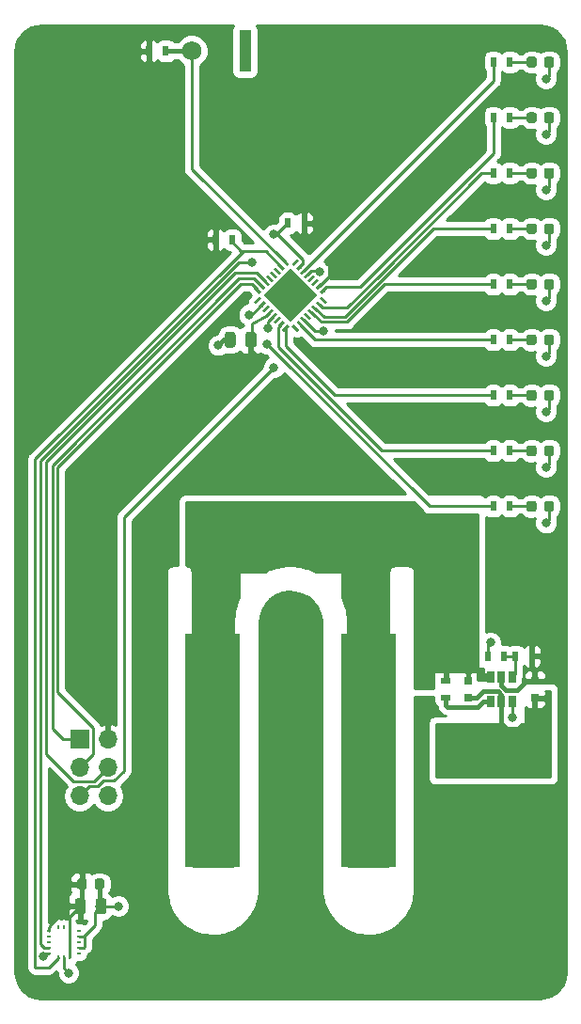
<source format=gbr>
G04 #@! TF.GenerationSoftware,KiCad,Pcbnew,(5.0.0-rc2-dev-668-g07e7340a9)*
G04 #@! TF.CreationDate,2018-12-11T18:12:05-05:00*
G04 #@! TF.ProjectId,BalancingBusinessCardLights,42616C616E63696E67427573696E6573,rev?*
G04 #@! TF.SameCoordinates,Original*
G04 #@! TF.FileFunction,Copper,L1,Top,Signal*
G04 #@! TF.FilePolarity,Positive*
%FSLAX46Y46*%
G04 Gerber Fmt 4.6, Leading zero omitted, Abs format (unit mm)*
G04 Created by KiCad (PCBNEW (5.0.0-rc2-dev-668-g07e7340a9)) date 12/11/18 18:12:05*
%MOMM*%
%LPD*%
G01*
G04 APERTURE LIST*
%ADD10R,5.000000X21.000000*%
%ADD11C,0.100000*%
%ADD12C,0.975000*%
%ADD13C,0.875000*%
%ADD14O,1.700000X1.700000*%
%ADD15R,1.700000X1.700000*%
%ADD16R,0.254000X0.355600*%
%ADD17R,0.355600X0.254000*%
%ADD18R,0.750000X0.800000*%
%ADD19R,0.900000X0.500000*%
%ADD20R,0.500000X0.900000*%
%ADD21C,1.750000*%
%ADD22R,1.100000X3.750000*%
%ADD23C,1.725000*%
%ADD24C,0.250000*%
%ADD25R,0.650000X1.060000*%
%ADD26C,0.800000*%
%ADD27C,0.400000*%
%ADD28C,0.250000*%
%ADD29C,0.254000*%
G04 APERTURE END LIST*
D10*
X198500000Y-116000000D03*
X212500000Y-116000000D03*
D11*
G36*
X200330142Y-78301174D02*
X200353803Y-78304684D01*
X200377007Y-78310496D01*
X200399529Y-78318554D01*
X200421153Y-78328782D01*
X200441670Y-78341079D01*
X200460883Y-78355329D01*
X200478607Y-78371393D01*
X200494671Y-78389117D01*
X200508921Y-78408330D01*
X200521218Y-78428847D01*
X200531446Y-78450471D01*
X200539504Y-78472993D01*
X200545316Y-78496197D01*
X200548826Y-78519858D01*
X200550000Y-78543750D01*
X200550000Y-79456250D01*
X200548826Y-79480142D01*
X200545316Y-79503803D01*
X200539504Y-79527007D01*
X200531446Y-79549529D01*
X200521218Y-79571153D01*
X200508921Y-79591670D01*
X200494671Y-79610883D01*
X200478607Y-79628607D01*
X200460883Y-79644671D01*
X200441670Y-79658921D01*
X200421153Y-79671218D01*
X200399529Y-79681446D01*
X200377007Y-79689504D01*
X200353803Y-79695316D01*
X200330142Y-79698826D01*
X200306250Y-79700000D01*
X199818750Y-79700000D01*
X199794858Y-79698826D01*
X199771197Y-79695316D01*
X199747993Y-79689504D01*
X199725471Y-79681446D01*
X199703847Y-79671218D01*
X199683330Y-79658921D01*
X199664117Y-79644671D01*
X199646393Y-79628607D01*
X199630329Y-79610883D01*
X199616079Y-79591670D01*
X199603782Y-79571153D01*
X199593554Y-79549529D01*
X199585496Y-79527007D01*
X199579684Y-79503803D01*
X199576174Y-79480142D01*
X199575000Y-79456250D01*
X199575000Y-78543750D01*
X199576174Y-78519858D01*
X199579684Y-78496197D01*
X199585496Y-78472993D01*
X199593554Y-78450471D01*
X199603782Y-78428847D01*
X199616079Y-78408330D01*
X199630329Y-78389117D01*
X199646393Y-78371393D01*
X199664117Y-78355329D01*
X199683330Y-78341079D01*
X199703847Y-78328782D01*
X199725471Y-78318554D01*
X199747993Y-78310496D01*
X199771197Y-78304684D01*
X199794858Y-78301174D01*
X199818750Y-78300000D01*
X200306250Y-78300000D01*
X200330142Y-78301174D01*
X200330142Y-78301174D01*
G37*
D12*
X200062500Y-79000000D03*
D11*
G36*
X202205142Y-78301174D02*
X202228803Y-78304684D01*
X202252007Y-78310496D01*
X202274529Y-78318554D01*
X202296153Y-78328782D01*
X202316670Y-78341079D01*
X202335883Y-78355329D01*
X202353607Y-78371393D01*
X202369671Y-78389117D01*
X202383921Y-78408330D01*
X202396218Y-78428847D01*
X202406446Y-78450471D01*
X202414504Y-78472993D01*
X202420316Y-78496197D01*
X202423826Y-78519858D01*
X202425000Y-78543750D01*
X202425000Y-79456250D01*
X202423826Y-79480142D01*
X202420316Y-79503803D01*
X202414504Y-79527007D01*
X202406446Y-79549529D01*
X202396218Y-79571153D01*
X202383921Y-79591670D01*
X202369671Y-79610883D01*
X202353607Y-79628607D01*
X202335883Y-79644671D01*
X202316670Y-79658921D01*
X202296153Y-79671218D01*
X202274529Y-79681446D01*
X202252007Y-79689504D01*
X202228803Y-79695316D01*
X202205142Y-79698826D01*
X202181250Y-79700000D01*
X201693750Y-79700000D01*
X201669858Y-79698826D01*
X201646197Y-79695316D01*
X201622993Y-79689504D01*
X201600471Y-79681446D01*
X201578847Y-79671218D01*
X201558330Y-79658921D01*
X201539117Y-79644671D01*
X201521393Y-79628607D01*
X201505329Y-79610883D01*
X201491079Y-79591670D01*
X201478782Y-79571153D01*
X201468554Y-79549529D01*
X201460496Y-79527007D01*
X201454684Y-79503803D01*
X201451174Y-79480142D01*
X201450000Y-79456250D01*
X201450000Y-78543750D01*
X201451174Y-78519858D01*
X201454684Y-78496197D01*
X201460496Y-78472993D01*
X201468554Y-78450471D01*
X201478782Y-78428847D01*
X201491079Y-78408330D01*
X201505329Y-78389117D01*
X201521393Y-78371393D01*
X201539117Y-78355329D01*
X201558330Y-78341079D01*
X201578847Y-78328782D01*
X201600471Y-78318554D01*
X201622993Y-78310496D01*
X201646197Y-78304684D01*
X201669858Y-78301174D01*
X201693750Y-78300000D01*
X202181250Y-78300000D01*
X202205142Y-78301174D01*
X202205142Y-78301174D01*
G37*
D12*
X201937500Y-79000000D03*
D11*
G36*
X188705142Y-129301174D02*
X188728803Y-129304684D01*
X188752007Y-129310496D01*
X188774529Y-129318554D01*
X188796153Y-129328782D01*
X188816670Y-129341079D01*
X188835883Y-129355329D01*
X188853607Y-129371393D01*
X188869671Y-129389117D01*
X188883921Y-129408330D01*
X188896218Y-129428847D01*
X188906446Y-129450471D01*
X188914504Y-129472993D01*
X188920316Y-129496197D01*
X188923826Y-129519858D01*
X188925000Y-129543750D01*
X188925000Y-130456250D01*
X188923826Y-130480142D01*
X188920316Y-130503803D01*
X188914504Y-130527007D01*
X188906446Y-130549529D01*
X188896218Y-130571153D01*
X188883921Y-130591670D01*
X188869671Y-130610883D01*
X188853607Y-130628607D01*
X188835883Y-130644671D01*
X188816670Y-130658921D01*
X188796153Y-130671218D01*
X188774529Y-130681446D01*
X188752007Y-130689504D01*
X188728803Y-130695316D01*
X188705142Y-130698826D01*
X188681250Y-130700000D01*
X188193750Y-130700000D01*
X188169858Y-130698826D01*
X188146197Y-130695316D01*
X188122993Y-130689504D01*
X188100471Y-130681446D01*
X188078847Y-130671218D01*
X188058330Y-130658921D01*
X188039117Y-130644671D01*
X188021393Y-130628607D01*
X188005329Y-130610883D01*
X187991079Y-130591670D01*
X187978782Y-130571153D01*
X187968554Y-130549529D01*
X187960496Y-130527007D01*
X187954684Y-130503803D01*
X187951174Y-130480142D01*
X187950000Y-130456250D01*
X187950000Y-129543750D01*
X187951174Y-129519858D01*
X187954684Y-129496197D01*
X187960496Y-129472993D01*
X187968554Y-129450471D01*
X187978782Y-129428847D01*
X187991079Y-129408330D01*
X188005329Y-129389117D01*
X188021393Y-129371393D01*
X188039117Y-129355329D01*
X188058330Y-129341079D01*
X188078847Y-129328782D01*
X188100471Y-129318554D01*
X188122993Y-129310496D01*
X188146197Y-129304684D01*
X188169858Y-129301174D01*
X188193750Y-129300000D01*
X188681250Y-129300000D01*
X188705142Y-129301174D01*
X188705142Y-129301174D01*
G37*
D12*
X188437500Y-130000000D03*
D11*
G36*
X186830142Y-129301174D02*
X186853803Y-129304684D01*
X186877007Y-129310496D01*
X186899529Y-129318554D01*
X186921153Y-129328782D01*
X186941670Y-129341079D01*
X186960883Y-129355329D01*
X186978607Y-129371393D01*
X186994671Y-129389117D01*
X187008921Y-129408330D01*
X187021218Y-129428847D01*
X187031446Y-129450471D01*
X187039504Y-129472993D01*
X187045316Y-129496197D01*
X187048826Y-129519858D01*
X187050000Y-129543750D01*
X187050000Y-130456250D01*
X187048826Y-130480142D01*
X187045316Y-130503803D01*
X187039504Y-130527007D01*
X187031446Y-130549529D01*
X187021218Y-130571153D01*
X187008921Y-130591670D01*
X186994671Y-130610883D01*
X186978607Y-130628607D01*
X186960883Y-130644671D01*
X186941670Y-130658921D01*
X186921153Y-130671218D01*
X186899529Y-130681446D01*
X186877007Y-130689504D01*
X186853803Y-130695316D01*
X186830142Y-130698826D01*
X186806250Y-130700000D01*
X186318750Y-130700000D01*
X186294858Y-130698826D01*
X186271197Y-130695316D01*
X186247993Y-130689504D01*
X186225471Y-130681446D01*
X186203847Y-130671218D01*
X186183330Y-130658921D01*
X186164117Y-130644671D01*
X186146393Y-130628607D01*
X186130329Y-130610883D01*
X186116079Y-130591670D01*
X186103782Y-130571153D01*
X186093554Y-130549529D01*
X186085496Y-130527007D01*
X186079684Y-130503803D01*
X186076174Y-130480142D01*
X186075000Y-130456250D01*
X186075000Y-129543750D01*
X186076174Y-129519858D01*
X186079684Y-129496197D01*
X186085496Y-129472993D01*
X186093554Y-129450471D01*
X186103782Y-129428847D01*
X186116079Y-129408330D01*
X186130329Y-129389117D01*
X186146393Y-129371393D01*
X186164117Y-129355329D01*
X186183330Y-129341079D01*
X186203847Y-129328782D01*
X186225471Y-129318554D01*
X186247993Y-129310496D01*
X186271197Y-129304684D01*
X186294858Y-129301174D01*
X186318750Y-129300000D01*
X186806250Y-129300000D01*
X186830142Y-129301174D01*
X186830142Y-129301174D01*
G37*
D12*
X186562500Y-130000000D03*
D11*
G36*
X188527691Y-127526053D02*
X188548926Y-127529203D01*
X188569750Y-127534419D01*
X188589962Y-127541651D01*
X188609368Y-127550830D01*
X188627781Y-127561866D01*
X188645024Y-127574654D01*
X188660930Y-127589070D01*
X188675346Y-127604976D01*
X188688134Y-127622219D01*
X188699170Y-127640632D01*
X188708349Y-127660038D01*
X188715581Y-127680250D01*
X188720797Y-127701074D01*
X188723947Y-127722309D01*
X188725000Y-127743750D01*
X188725000Y-128256250D01*
X188723947Y-128277691D01*
X188720797Y-128298926D01*
X188715581Y-128319750D01*
X188708349Y-128339962D01*
X188699170Y-128359368D01*
X188688134Y-128377781D01*
X188675346Y-128395024D01*
X188660930Y-128410930D01*
X188645024Y-128425346D01*
X188627781Y-128438134D01*
X188609368Y-128449170D01*
X188589962Y-128458349D01*
X188569750Y-128465581D01*
X188548926Y-128470797D01*
X188527691Y-128473947D01*
X188506250Y-128475000D01*
X188068750Y-128475000D01*
X188047309Y-128473947D01*
X188026074Y-128470797D01*
X188005250Y-128465581D01*
X187985038Y-128458349D01*
X187965632Y-128449170D01*
X187947219Y-128438134D01*
X187929976Y-128425346D01*
X187914070Y-128410930D01*
X187899654Y-128395024D01*
X187886866Y-128377781D01*
X187875830Y-128359368D01*
X187866651Y-128339962D01*
X187859419Y-128319750D01*
X187854203Y-128298926D01*
X187851053Y-128277691D01*
X187850000Y-128256250D01*
X187850000Y-127743750D01*
X187851053Y-127722309D01*
X187854203Y-127701074D01*
X187859419Y-127680250D01*
X187866651Y-127660038D01*
X187875830Y-127640632D01*
X187886866Y-127622219D01*
X187899654Y-127604976D01*
X187914070Y-127589070D01*
X187929976Y-127574654D01*
X187947219Y-127561866D01*
X187965632Y-127550830D01*
X187985038Y-127541651D01*
X188005250Y-127534419D01*
X188026074Y-127529203D01*
X188047309Y-127526053D01*
X188068750Y-127525000D01*
X188506250Y-127525000D01*
X188527691Y-127526053D01*
X188527691Y-127526053D01*
G37*
D13*
X188287500Y-128000000D03*
D11*
G36*
X186952691Y-127526053D02*
X186973926Y-127529203D01*
X186994750Y-127534419D01*
X187014962Y-127541651D01*
X187034368Y-127550830D01*
X187052781Y-127561866D01*
X187070024Y-127574654D01*
X187085930Y-127589070D01*
X187100346Y-127604976D01*
X187113134Y-127622219D01*
X187124170Y-127640632D01*
X187133349Y-127660038D01*
X187140581Y-127680250D01*
X187145797Y-127701074D01*
X187148947Y-127722309D01*
X187150000Y-127743750D01*
X187150000Y-128256250D01*
X187148947Y-128277691D01*
X187145797Y-128298926D01*
X187140581Y-128319750D01*
X187133349Y-128339962D01*
X187124170Y-128359368D01*
X187113134Y-128377781D01*
X187100346Y-128395024D01*
X187085930Y-128410930D01*
X187070024Y-128425346D01*
X187052781Y-128438134D01*
X187034368Y-128449170D01*
X187014962Y-128458349D01*
X186994750Y-128465581D01*
X186973926Y-128470797D01*
X186952691Y-128473947D01*
X186931250Y-128475000D01*
X186493750Y-128475000D01*
X186472309Y-128473947D01*
X186451074Y-128470797D01*
X186430250Y-128465581D01*
X186410038Y-128458349D01*
X186390632Y-128449170D01*
X186372219Y-128438134D01*
X186354976Y-128425346D01*
X186339070Y-128410930D01*
X186324654Y-128395024D01*
X186311866Y-128377781D01*
X186300830Y-128359368D01*
X186291651Y-128339962D01*
X186284419Y-128319750D01*
X186279203Y-128298926D01*
X186276053Y-128277691D01*
X186275000Y-128256250D01*
X186275000Y-127743750D01*
X186276053Y-127722309D01*
X186279203Y-127701074D01*
X186284419Y-127680250D01*
X186291651Y-127660038D01*
X186300830Y-127640632D01*
X186311866Y-127622219D01*
X186324654Y-127604976D01*
X186339070Y-127589070D01*
X186354976Y-127574654D01*
X186372219Y-127561866D01*
X186390632Y-127550830D01*
X186410038Y-127541651D01*
X186430250Y-127534419D01*
X186451074Y-127529203D01*
X186472309Y-127526053D01*
X186493750Y-127525000D01*
X186931250Y-127525000D01*
X186952691Y-127526053D01*
X186952691Y-127526053D01*
G37*
D13*
X186712500Y-128000000D03*
D11*
G36*
X227452691Y-53526053D02*
X227473926Y-53529203D01*
X227494750Y-53534419D01*
X227514962Y-53541651D01*
X227534368Y-53550830D01*
X227552781Y-53561866D01*
X227570024Y-53574654D01*
X227585930Y-53589070D01*
X227600346Y-53604976D01*
X227613134Y-53622219D01*
X227624170Y-53640632D01*
X227633349Y-53660038D01*
X227640581Y-53680250D01*
X227645797Y-53701074D01*
X227648947Y-53722309D01*
X227650000Y-53743750D01*
X227650000Y-54256250D01*
X227648947Y-54277691D01*
X227645797Y-54298926D01*
X227640581Y-54319750D01*
X227633349Y-54339962D01*
X227624170Y-54359368D01*
X227613134Y-54377781D01*
X227600346Y-54395024D01*
X227585930Y-54410930D01*
X227570024Y-54425346D01*
X227552781Y-54438134D01*
X227534368Y-54449170D01*
X227514962Y-54458349D01*
X227494750Y-54465581D01*
X227473926Y-54470797D01*
X227452691Y-54473947D01*
X227431250Y-54475000D01*
X226993750Y-54475000D01*
X226972309Y-54473947D01*
X226951074Y-54470797D01*
X226930250Y-54465581D01*
X226910038Y-54458349D01*
X226890632Y-54449170D01*
X226872219Y-54438134D01*
X226854976Y-54425346D01*
X226839070Y-54410930D01*
X226824654Y-54395024D01*
X226811866Y-54377781D01*
X226800830Y-54359368D01*
X226791651Y-54339962D01*
X226784419Y-54319750D01*
X226779203Y-54298926D01*
X226776053Y-54277691D01*
X226775000Y-54256250D01*
X226775000Y-53743750D01*
X226776053Y-53722309D01*
X226779203Y-53701074D01*
X226784419Y-53680250D01*
X226791651Y-53660038D01*
X226800830Y-53640632D01*
X226811866Y-53622219D01*
X226824654Y-53604976D01*
X226839070Y-53589070D01*
X226854976Y-53574654D01*
X226872219Y-53561866D01*
X226890632Y-53550830D01*
X226910038Y-53541651D01*
X226930250Y-53534419D01*
X226951074Y-53529203D01*
X226972309Y-53526053D01*
X226993750Y-53525000D01*
X227431250Y-53525000D01*
X227452691Y-53526053D01*
X227452691Y-53526053D01*
G37*
D13*
X227212500Y-54000000D03*
D11*
G36*
X229027691Y-53526053D02*
X229048926Y-53529203D01*
X229069750Y-53534419D01*
X229089962Y-53541651D01*
X229109368Y-53550830D01*
X229127781Y-53561866D01*
X229145024Y-53574654D01*
X229160930Y-53589070D01*
X229175346Y-53604976D01*
X229188134Y-53622219D01*
X229199170Y-53640632D01*
X229208349Y-53660038D01*
X229215581Y-53680250D01*
X229220797Y-53701074D01*
X229223947Y-53722309D01*
X229225000Y-53743750D01*
X229225000Y-54256250D01*
X229223947Y-54277691D01*
X229220797Y-54298926D01*
X229215581Y-54319750D01*
X229208349Y-54339962D01*
X229199170Y-54359368D01*
X229188134Y-54377781D01*
X229175346Y-54395024D01*
X229160930Y-54410930D01*
X229145024Y-54425346D01*
X229127781Y-54438134D01*
X229109368Y-54449170D01*
X229089962Y-54458349D01*
X229069750Y-54465581D01*
X229048926Y-54470797D01*
X229027691Y-54473947D01*
X229006250Y-54475000D01*
X228568750Y-54475000D01*
X228547309Y-54473947D01*
X228526074Y-54470797D01*
X228505250Y-54465581D01*
X228485038Y-54458349D01*
X228465632Y-54449170D01*
X228447219Y-54438134D01*
X228429976Y-54425346D01*
X228414070Y-54410930D01*
X228399654Y-54395024D01*
X228386866Y-54377781D01*
X228375830Y-54359368D01*
X228366651Y-54339962D01*
X228359419Y-54319750D01*
X228354203Y-54298926D01*
X228351053Y-54277691D01*
X228350000Y-54256250D01*
X228350000Y-53743750D01*
X228351053Y-53722309D01*
X228354203Y-53701074D01*
X228359419Y-53680250D01*
X228366651Y-53660038D01*
X228375830Y-53640632D01*
X228386866Y-53622219D01*
X228399654Y-53604976D01*
X228414070Y-53589070D01*
X228429976Y-53574654D01*
X228447219Y-53561866D01*
X228465632Y-53550830D01*
X228485038Y-53541651D01*
X228505250Y-53534419D01*
X228526074Y-53529203D01*
X228547309Y-53526053D01*
X228568750Y-53525000D01*
X229006250Y-53525000D01*
X229027691Y-53526053D01*
X229027691Y-53526053D01*
G37*
D13*
X228787500Y-54000000D03*
D11*
G36*
X227452691Y-58526053D02*
X227473926Y-58529203D01*
X227494750Y-58534419D01*
X227514962Y-58541651D01*
X227534368Y-58550830D01*
X227552781Y-58561866D01*
X227570024Y-58574654D01*
X227585930Y-58589070D01*
X227600346Y-58604976D01*
X227613134Y-58622219D01*
X227624170Y-58640632D01*
X227633349Y-58660038D01*
X227640581Y-58680250D01*
X227645797Y-58701074D01*
X227648947Y-58722309D01*
X227650000Y-58743750D01*
X227650000Y-59256250D01*
X227648947Y-59277691D01*
X227645797Y-59298926D01*
X227640581Y-59319750D01*
X227633349Y-59339962D01*
X227624170Y-59359368D01*
X227613134Y-59377781D01*
X227600346Y-59395024D01*
X227585930Y-59410930D01*
X227570024Y-59425346D01*
X227552781Y-59438134D01*
X227534368Y-59449170D01*
X227514962Y-59458349D01*
X227494750Y-59465581D01*
X227473926Y-59470797D01*
X227452691Y-59473947D01*
X227431250Y-59475000D01*
X226993750Y-59475000D01*
X226972309Y-59473947D01*
X226951074Y-59470797D01*
X226930250Y-59465581D01*
X226910038Y-59458349D01*
X226890632Y-59449170D01*
X226872219Y-59438134D01*
X226854976Y-59425346D01*
X226839070Y-59410930D01*
X226824654Y-59395024D01*
X226811866Y-59377781D01*
X226800830Y-59359368D01*
X226791651Y-59339962D01*
X226784419Y-59319750D01*
X226779203Y-59298926D01*
X226776053Y-59277691D01*
X226775000Y-59256250D01*
X226775000Y-58743750D01*
X226776053Y-58722309D01*
X226779203Y-58701074D01*
X226784419Y-58680250D01*
X226791651Y-58660038D01*
X226800830Y-58640632D01*
X226811866Y-58622219D01*
X226824654Y-58604976D01*
X226839070Y-58589070D01*
X226854976Y-58574654D01*
X226872219Y-58561866D01*
X226890632Y-58550830D01*
X226910038Y-58541651D01*
X226930250Y-58534419D01*
X226951074Y-58529203D01*
X226972309Y-58526053D01*
X226993750Y-58525000D01*
X227431250Y-58525000D01*
X227452691Y-58526053D01*
X227452691Y-58526053D01*
G37*
D13*
X227212500Y-59000000D03*
D11*
G36*
X229027691Y-58526053D02*
X229048926Y-58529203D01*
X229069750Y-58534419D01*
X229089962Y-58541651D01*
X229109368Y-58550830D01*
X229127781Y-58561866D01*
X229145024Y-58574654D01*
X229160930Y-58589070D01*
X229175346Y-58604976D01*
X229188134Y-58622219D01*
X229199170Y-58640632D01*
X229208349Y-58660038D01*
X229215581Y-58680250D01*
X229220797Y-58701074D01*
X229223947Y-58722309D01*
X229225000Y-58743750D01*
X229225000Y-59256250D01*
X229223947Y-59277691D01*
X229220797Y-59298926D01*
X229215581Y-59319750D01*
X229208349Y-59339962D01*
X229199170Y-59359368D01*
X229188134Y-59377781D01*
X229175346Y-59395024D01*
X229160930Y-59410930D01*
X229145024Y-59425346D01*
X229127781Y-59438134D01*
X229109368Y-59449170D01*
X229089962Y-59458349D01*
X229069750Y-59465581D01*
X229048926Y-59470797D01*
X229027691Y-59473947D01*
X229006250Y-59475000D01*
X228568750Y-59475000D01*
X228547309Y-59473947D01*
X228526074Y-59470797D01*
X228505250Y-59465581D01*
X228485038Y-59458349D01*
X228465632Y-59449170D01*
X228447219Y-59438134D01*
X228429976Y-59425346D01*
X228414070Y-59410930D01*
X228399654Y-59395024D01*
X228386866Y-59377781D01*
X228375830Y-59359368D01*
X228366651Y-59339962D01*
X228359419Y-59319750D01*
X228354203Y-59298926D01*
X228351053Y-59277691D01*
X228350000Y-59256250D01*
X228350000Y-58743750D01*
X228351053Y-58722309D01*
X228354203Y-58701074D01*
X228359419Y-58680250D01*
X228366651Y-58660038D01*
X228375830Y-58640632D01*
X228386866Y-58622219D01*
X228399654Y-58604976D01*
X228414070Y-58589070D01*
X228429976Y-58574654D01*
X228447219Y-58561866D01*
X228465632Y-58550830D01*
X228485038Y-58541651D01*
X228505250Y-58534419D01*
X228526074Y-58529203D01*
X228547309Y-58526053D01*
X228568750Y-58525000D01*
X229006250Y-58525000D01*
X229027691Y-58526053D01*
X229027691Y-58526053D01*
G37*
D13*
X228787500Y-59000000D03*
D11*
G36*
X227452691Y-63526053D02*
X227473926Y-63529203D01*
X227494750Y-63534419D01*
X227514962Y-63541651D01*
X227534368Y-63550830D01*
X227552781Y-63561866D01*
X227570024Y-63574654D01*
X227585930Y-63589070D01*
X227600346Y-63604976D01*
X227613134Y-63622219D01*
X227624170Y-63640632D01*
X227633349Y-63660038D01*
X227640581Y-63680250D01*
X227645797Y-63701074D01*
X227648947Y-63722309D01*
X227650000Y-63743750D01*
X227650000Y-64256250D01*
X227648947Y-64277691D01*
X227645797Y-64298926D01*
X227640581Y-64319750D01*
X227633349Y-64339962D01*
X227624170Y-64359368D01*
X227613134Y-64377781D01*
X227600346Y-64395024D01*
X227585930Y-64410930D01*
X227570024Y-64425346D01*
X227552781Y-64438134D01*
X227534368Y-64449170D01*
X227514962Y-64458349D01*
X227494750Y-64465581D01*
X227473926Y-64470797D01*
X227452691Y-64473947D01*
X227431250Y-64475000D01*
X226993750Y-64475000D01*
X226972309Y-64473947D01*
X226951074Y-64470797D01*
X226930250Y-64465581D01*
X226910038Y-64458349D01*
X226890632Y-64449170D01*
X226872219Y-64438134D01*
X226854976Y-64425346D01*
X226839070Y-64410930D01*
X226824654Y-64395024D01*
X226811866Y-64377781D01*
X226800830Y-64359368D01*
X226791651Y-64339962D01*
X226784419Y-64319750D01*
X226779203Y-64298926D01*
X226776053Y-64277691D01*
X226775000Y-64256250D01*
X226775000Y-63743750D01*
X226776053Y-63722309D01*
X226779203Y-63701074D01*
X226784419Y-63680250D01*
X226791651Y-63660038D01*
X226800830Y-63640632D01*
X226811866Y-63622219D01*
X226824654Y-63604976D01*
X226839070Y-63589070D01*
X226854976Y-63574654D01*
X226872219Y-63561866D01*
X226890632Y-63550830D01*
X226910038Y-63541651D01*
X226930250Y-63534419D01*
X226951074Y-63529203D01*
X226972309Y-63526053D01*
X226993750Y-63525000D01*
X227431250Y-63525000D01*
X227452691Y-63526053D01*
X227452691Y-63526053D01*
G37*
D13*
X227212500Y-64000000D03*
D11*
G36*
X229027691Y-63526053D02*
X229048926Y-63529203D01*
X229069750Y-63534419D01*
X229089962Y-63541651D01*
X229109368Y-63550830D01*
X229127781Y-63561866D01*
X229145024Y-63574654D01*
X229160930Y-63589070D01*
X229175346Y-63604976D01*
X229188134Y-63622219D01*
X229199170Y-63640632D01*
X229208349Y-63660038D01*
X229215581Y-63680250D01*
X229220797Y-63701074D01*
X229223947Y-63722309D01*
X229225000Y-63743750D01*
X229225000Y-64256250D01*
X229223947Y-64277691D01*
X229220797Y-64298926D01*
X229215581Y-64319750D01*
X229208349Y-64339962D01*
X229199170Y-64359368D01*
X229188134Y-64377781D01*
X229175346Y-64395024D01*
X229160930Y-64410930D01*
X229145024Y-64425346D01*
X229127781Y-64438134D01*
X229109368Y-64449170D01*
X229089962Y-64458349D01*
X229069750Y-64465581D01*
X229048926Y-64470797D01*
X229027691Y-64473947D01*
X229006250Y-64475000D01*
X228568750Y-64475000D01*
X228547309Y-64473947D01*
X228526074Y-64470797D01*
X228505250Y-64465581D01*
X228485038Y-64458349D01*
X228465632Y-64449170D01*
X228447219Y-64438134D01*
X228429976Y-64425346D01*
X228414070Y-64410930D01*
X228399654Y-64395024D01*
X228386866Y-64377781D01*
X228375830Y-64359368D01*
X228366651Y-64339962D01*
X228359419Y-64319750D01*
X228354203Y-64298926D01*
X228351053Y-64277691D01*
X228350000Y-64256250D01*
X228350000Y-63743750D01*
X228351053Y-63722309D01*
X228354203Y-63701074D01*
X228359419Y-63680250D01*
X228366651Y-63660038D01*
X228375830Y-63640632D01*
X228386866Y-63622219D01*
X228399654Y-63604976D01*
X228414070Y-63589070D01*
X228429976Y-63574654D01*
X228447219Y-63561866D01*
X228465632Y-63550830D01*
X228485038Y-63541651D01*
X228505250Y-63534419D01*
X228526074Y-63529203D01*
X228547309Y-63526053D01*
X228568750Y-63525000D01*
X229006250Y-63525000D01*
X229027691Y-63526053D01*
X229027691Y-63526053D01*
G37*
D13*
X228787500Y-64000000D03*
D11*
G36*
X227452691Y-68526053D02*
X227473926Y-68529203D01*
X227494750Y-68534419D01*
X227514962Y-68541651D01*
X227534368Y-68550830D01*
X227552781Y-68561866D01*
X227570024Y-68574654D01*
X227585930Y-68589070D01*
X227600346Y-68604976D01*
X227613134Y-68622219D01*
X227624170Y-68640632D01*
X227633349Y-68660038D01*
X227640581Y-68680250D01*
X227645797Y-68701074D01*
X227648947Y-68722309D01*
X227650000Y-68743750D01*
X227650000Y-69256250D01*
X227648947Y-69277691D01*
X227645797Y-69298926D01*
X227640581Y-69319750D01*
X227633349Y-69339962D01*
X227624170Y-69359368D01*
X227613134Y-69377781D01*
X227600346Y-69395024D01*
X227585930Y-69410930D01*
X227570024Y-69425346D01*
X227552781Y-69438134D01*
X227534368Y-69449170D01*
X227514962Y-69458349D01*
X227494750Y-69465581D01*
X227473926Y-69470797D01*
X227452691Y-69473947D01*
X227431250Y-69475000D01*
X226993750Y-69475000D01*
X226972309Y-69473947D01*
X226951074Y-69470797D01*
X226930250Y-69465581D01*
X226910038Y-69458349D01*
X226890632Y-69449170D01*
X226872219Y-69438134D01*
X226854976Y-69425346D01*
X226839070Y-69410930D01*
X226824654Y-69395024D01*
X226811866Y-69377781D01*
X226800830Y-69359368D01*
X226791651Y-69339962D01*
X226784419Y-69319750D01*
X226779203Y-69298926D01*
X226776053Y-69277691D01*
X226775000Y-69256250D01*
X226775000Y-68743750D01*
X226776053Y-68722309D01*
X226779203Y-68701074D01*
X226784419Y-68680250D01*
X226791651Y-68660038D01*
X226800830Y-68640632D01*
X226811866Y-68622219D01*
X226824654Y-68604976D01*
X226839070Y-68589070D01*
X226854976Y-68574654D01*
X226872219Y-68561866D01*
X226890632Y-68550830D01*
X226910038Y-68541651D01*
X226930250Y-68534419D01*
X226951074Y-68529203D01*
X226972309Y-68526053D01*
X226993750Y-68525000D01*
X227431250Y-68525000D01*
X227452691Y-68526053D01*
X227452691Y-68526053D01*
G37*
D13*
X227212500Y-69000000D03*
D11*
G36*
X229027691Y-68526053D02*
X229048926Y-68529203D01*
X229069750Y-68534419D01*
X229089962Y-68541651D01*
X229109368Y-68550830D01*
X229127781Y-68561866D01*
X229145024Y-68574654D01*
X229160930Y-68589070D01*
X229175346Y-68604976D01*
X229188134Y-68622219D01*
X229199170Y-68640632D01*
X229208349Y-68660038D01*
X229215581Y-68680250D01*
X229220797Y-68701074D01*
X229223947Y-68722309D01*
X229225000Y-68743750D01*
X229225000Y-69256250D01*
X229223947Y-69277691D01*
X229220797Y-69298926D01*
X229215581Y-69319750D01*
X229208349Y-69339962D01*
X229199170Y-69359368D01*
X229188134Y-69377781D01*
X229175346Y-69395024D01*
X229160930Y-69410930D01*
X229145024Y-69425346D01*
X229127781Y-69438134D01*
X229109368Y-69449170D01*
X229089962Y-69458349D01*
X229069750Y-69465581D01*
X229048926Y-69470797D01*
X229027691Y-69473947D01*
X229006250Y-69475000D01*
X228568750Y-69475000D01*
X228547309Y-69473947D01*
X228526074Y-69470797D01*
X228505250Y-69465581D01*
X228485038Y-69458349D01*
X228465632Y-69449170D01*
X228447219Y-69438134D01*
X228429976Y-69425346D01*
X228414070Y-69410930D01*
X228399654Y-69395024D01*
X228386866Y-69377781D01*
X228375830Y-69359368D01*
X228366651Y-69339962D01*
X228359419Y-69319750D01*
X228354203Y-69298926D01*
X228351053Y-69277691D01*
X228350000Y-69256250D01*
X228350000Y-68743750D01*
X228351053Y-68722309D01*
X228354203Y-68701074D01*
X228359419Y-68680250D01*
X228366651Y-68660038D01*
X228375830Y-68640632D01*
X228386866Y-68622219D01*
X228399654Y-68604976D01*
X228414070Y-68589070D01*
X228429976Y-68574654D01*
X228447219Y-68561866D01*
X228465632Y-68550830D01*
X228485038Y-68541651D01*
X228505250Y-68534419D01*
X228526074Y-68529203D01*
X228547309Y-68526053D01*
X228568750Y-68525000D01*
X229006250Y-68525000D01*
X229027691Y-68526053D01*
X229027691Y-68526053D01*
G37*
D13*
X228787500Y-69000000D03*
D11*
G36*
X227452691Y-73526053D02*
X227473926Y-73529203D01*
X227494750Y-73534419D01*
X227514962Y-73541651D01*
X227534368Y-73550830D01*
X227552781Y-73561866D01*
X227570024Y-73574654D01*
X227585930Y-73589070D01*
X227600346Y-73604976D01*
X227613134Y-73622219D01*
X227624170Y-73640632D01*
X227633349Y-73660038D01*
X227640581Y-73680250D01*
X227645797Y-73701074D01*
X227648947Y-73722309D01*
X227650000Y-73743750D01*
X227650000Y-74256250D01*
X227648947Y-74277691D01*
X227645797Y-74298926D01*
X227640581Y-74319750D01*
X227633349Y-74339962D01*
X227624170Y-74359368D01*
X227613134Y-74377781D01*
X227600346Y-74395024D01*
X227585930Y-74410930D01*
X227570024Y-74425346D01*
X227552781Y-74438134D01*
X227534368Y-74449170D01*
X227514962Y-74458349D01*
X227494750Y-74465581D01*
X227473926Y-74470797D01*
X227452691Y-74473947D01*
X227431250Y-74475000D01*
X226993750Y-74475000D01*
X226972309Y-74473947D01*
X226951074Y-74470797D01*
X226930250Y-74465581D01*
X226910038Y-74458349D01*
X226890632Y-74449170D01*
X226872219Y-74438134D01*
X226854976Y-74425346D01*
X226839070Y-74410930D01*
X226824654Y-74395024D01*
X226811866Y-74377781D01*
X226800830Y-74359368D01*
X226791651Y-74339962D01*
X226784419Y-74319750D01*
X226779203Y-74298926D01*
X226776053Y-74277691D01*
X226775000Y-74256250D01*
X226775000Y-73743750D01*
X226776053Y-73722309D01*
X226779203Y-73701074D01*
X226784419Y-73680250D01*
X226791651Y-73660038D01*
X226800830Y-73640632D01*
X226811866Y-73622219D01*
X226824654Y-73604976D01*
X226839070Y-73589070D01*
X226854976Y-73574654D01*
X226872219Y-73561866D01*
X226890632Y-73550830D01*
X226910038Y-73541651D01*
X226930250Y-73534419D01*
X226951074Y-73529203D01*
X226972309Y-73526053D01*
X226993750Y-73525000D01*
X227431250Y-73525000D01*
X227452691Y-73526053D01*
X227452691Y-73526053D01*
G37*
D13*
X227212500Y-74000000D03*
D11*
G36*
X229027691Y-73526053D02*
X229048926Y-73529203D01*
X229069750Y-73534419D01*
X229089962Y-73541651D01*
X229109368Y-73550830D01*
X229127781Y-73561866D01*
X229145024Y-73574654D01*
X229160930Y-73589070D01*
X229175346Y-73604976D01*
X229188134Y-73622219D01*
X229199170Y-73640632D01*
X229208349Y-73660038D01*
X229215581Y-73680250D01*
X229220797Y-73701074D01*
X229223947Y-73722309D01*
X229225000Y-73743750D01*
X229225000Y-74256250D01*
X229223947Y-74277691D01*
X229220797Y-74298926D01*
X229215581Y-74319750D01*
X229208349Y-74339962D01*
X229199170Y-74359368D01*
X229188134Y-74377781D01*
X229175346Y-74395024D01*
X229160930Y-74410930D01*
X229145024Y-74425346D01*
X229127781Y-74438134D01*
X229109368Y-74449170D01*
X229089962Y-74458349D01*
X229069750Y-74465581D01*
X229048926Y-74470797D01*
X229027691Y-74473947D01*
X229006250Y-74475000D01*
X228568750Y-74475000D01*
X228547309Y-74473947D01*
X228526074Y-74470797D01*
X228505250Y-74465581D01*
X228485038Y-74458349D01*
X228465632Y-74449170D01*
X228447219Y-74438134D01*
X228429976Y-74425346D01*
X228414070Y-74410930D01*
X228399654Y-74395024D01*
X228386866Y-74377781D01*
X228375830Y-74359368D01*
X228366651Y-74339962D01*
X228359419Y-74319750D01*
X228354203Y-74298926D01*
X228351053Y-74277691D01*
X228350000Y-74256250D01*
X228350000Y-73743750D01*
X228351053Y-73722309D01*
X228354203Y-73701074D01*
X228359419Y-73680250D01*
X228366651Y-73660038D01*
X228375830Y-73640632D01*
X228386866Y-73622219D01*
X228399654Y-73604976D01*
X228414070Y-73589070D01*
X228429976Y-73574654D01*
X228447219Y-73561866D01*
X228465632Y-73550830D01*
X228485038Y-73541651D01*
X228505250Y-73534419D01*
X228526074Y-73529203D01*
X228547309Y-73526053D01*
X228568750Y-73525000D01*
X229006250Y-73525000D01*
X229027691Y-73526053D01*
X229027691Y-73526053D01*
G37*
D13*
X228787500Y-74000000D03*
D11*
G36*
X227452691Y-78526053D02*
X227473926Y-78529203D01*
X227494750Y-78534419D01*
X227514962Y-78541651D01*
X227534368Y-78550830D01*
X227552781Y-78561866D01*
X227570024Y-78574654D01*
X227585930Y-78589070D01*
X227600346Y-78604976D01*
X227613134Y-78622219D01*
X227624170Y-78640632D01*
X227633349Y-78660038D01*
X227640581Y-78680250D01*
X227645797Y-78701074D01*
X227648947Y-78722309D01*
X227650000Y-78743750D01*
X227650000Y-79256250D01*
X227648947Y-79277691D01*
X227645797Y-79298926D01*
X227640581Y-79319750D01*
X227633349Y-79339962D01*
X227624170Y-79359368D01*
X227613134Y-79377781D01*
X227600346Y-79395024D01*
X227585930Y-79410930D01*
X227570024Y-79425346D01*
X227552781Y-79438134D01*
X227534368Y-79449170D01*
X227514962Y-79458349D01*
X227494750Y-79465581D01*
X227473926Y-79470797D01*
X227452691Y-79473947D01*
X227431250Y-79475000D01*
X226993750Y-79475000D01*
X226972309Y-79473947D01*
X226951074Y-79470797D01*
X226930250Y-79465581D01*
X226910038Y-79458349D01*
X226890632Y-79449170D01*
X226872219Y-79438134D01*
X226854976Y-79425346D01*
X226839070Y-79410930D01*
X226824654Y-79395024D01*
X226811866Y-79377781D01*
X226800830Y-79359368D01*
X226791651Y-79339962D01*
X226784419Y-79319750D01*
X226779203Y-79298926D01*
X226776053Y-79277691D01*
X226775000Y-79256250D01*
X226775000Y-78743750D01*
X226776053Y-78722309D01*
X226779203Y-78701074D01*
X226784419Y-78680250D01*
X226791651Y-78660038D01*
X226800830Y-78640632D01*
X226811866Y-78622219D01*
X226824654Y-78604976D01*
X226839070Y-78589070D01*
X226854976Y-78574654D01*
X226872219Y-78561866D01*
X226890632Y-78550830D01*
X226910038Y-78541651D01*
X226930250Y-78534419D01*
X226951074Y-78529203D01*
X226972309Y-78526053D01*
X226993750Y-78525000D01*
X227431250Y-78525000D01*
X227452691Y-78526053D01*
X227452691Y-78526053D01*
G37*
D13*
X227212500Y-79000000D03*
D11*
G36*
X229027691Y-78526053D02*
X229048926Y-78529203D01*
X229069750Y-78534419D01*
X229089962Y-78541651D01*
X229109368Y-78550830D01*
X229127781Y-78561866D01*
X229145024Y-78574654D01*
X229160930Y-78589070D01*
X229175346Y-78604976D01*
X229188134Y-78622219D01*
X229199170Y-78640632D01*
X229208349Y-78660038D01*
X229215581Y-78680250D01*
X229220797Y-78701074D01*
X229223947Y-78722309D01*
X229225000Y-78743750D01*
X229225000Y-79256250D01*
X229223947Y-79277691D01*
X229220797Y-79298926D01*
X229215581Y-79319750D01*
X229208349Y-79339962D01*
X229199170Y-79359368D01*
X229188134Y-79377781D01*
X229175346Y-79395024D01*
X229160930Y-79410930D01*
X229145024Y-79425346D01*
X229127781Y-79438134D01*
X229109368Y-79449170D01*
X229089962Y-79458349D01*
X229069750Y-79465581D01*
X229048926Y-79470797D01*
X229027691Y-79473947D01*
X229006250Y-79475000D01*
X228568750Y-79475000D01*
X228547309Y-79473947D01*
X228526074Y-79470797D01*
X228505250Y-79465581D01*
X228485038Y-79458349D01*
X228465632Y-79449170D01*
X228447219Y-79438134D01*
X228429976Y-79425346D01*
X228414070Y-79410930D01*
X228399654Y-79395024D01*
X228386866Y-79377781D01*
X228375830Y-79359368D01*
X228366651Y-79339962D01*
X228359419Y-79319750D01*
X228354203Y-79298926D01*
X228351053Y-79277691D01*
X228350000Y-79256250D01*
X228350000Y-78743750D01*
X228351053Y-78722309D01*
X228354203Y-78701074D01*
X228359419Y-78680250D01*
X228366651Y-78660038D01*
X228375830Y-78640632D01*
X228386866Y-78622219D01*
X228399654Y-78604976D01*
X228414070Y-78589070D01*
X228429976Y-78574654D01*
X228447219Y-78561866D01*
X228465632Y-78550830D01*
X228485038Y-78541651D01*
X228505250Y-78534419D01*
X228526074Y-78529203D01*
X228547309Y-78526053D01*
X228568750Y-78525000D01*
X229006250Y-78525000D01*
X229027691Y-78526053D01*
X229027691Y-78526053D01*
G37*
D13*
X228787500Y-79000000D03*
D11*
G36*
X227452691Y-83526053D02*
X227473926Y-83529203D01*
X227494750Y-83534419D01*
X227514962Y-83541651D01*
X227534368Y-83550830D01*
X227552781Y-83561866D01*
X227570024Y-83574654D01*
X227585930Y-83589070D01*
X227600346Y-83604976D01*
X227613134Y-83622219D01*
X227624170Y-83640632D01*
X227633349Y-83660038D01*
X227640581Y-83680250D01*
X227645797Y-83701074D01*
X227648947Y-83722309D01*
X227650000Y-83743750D01*
X227650000Y-84256250D01*
X227648947Y-84277691D01*
X227645797Y-84298926D01*
X227640581Y-84319750D01*
X227633349Y-84339962D01*
X227624170Y-84359368D01*
X227613134Y-84377781D01*
X227600346Y-84395024D01*
X227585930Y-84410930D01*
X227570024Y-84425346D01*
X227552781Y-84438134D01*
X227534368Y-84449170D01*
X227514962Y-84458349D01*
X227494750Y-84465581D01*
X227473926Y-84470797D01*
X227452691Y-84473947D01*
X227431250Y-84475000D01*
X226993750Y-84475000D01*
X226972309Y-84473947D01*
X226951074Y-84470797D01*
X226930250Y-84465581D01*
X226910038Y-84458349D01*
X226890632Y-84449170D01*
X226872219Y-84438134D01*
X226854976Y-84425346D01*
X226839070Y-84410930D01*
X226824654Y-84395024D01*
X226811866Y-84377781D01*
X226800830Y-84359368D01*
X226791651Y-84339962D01*
X226784419Y-84319750D01*
X226779203Y-84298926D01*
X226776053Y-84277691D01*
X226775000Y-84256250D01*
X226775000Y-83743750D01*
X226776053Y-83722309D01*
X226779203Y-83701074D01*
X226784419Y-83680250D01*
X226791651Y-83660038D01*
X226800830Y-83640632D01*
X226811866Y-83622219D01*
X226824654Y-83604976D01*
X226839070Y-83589070D01*
X226854976Y-83574654D01*
X226872219Y-83561866D01*
X226890632Y-83550830D01*
X226910038Y-83541651D01*
X226930250Y-83534419D01*
X226951074Y-83529203D01*
X226972309Y-83526053D01*
X226993750Y-83525000D01*
X227431250Y-83525000D01*
X227452691Y-83526053D01*
X227452691Y-83526053D01*
G37*
D13*
X227212500Y-84000000D03*
D11*
G36*
X229027691Y-83526053D02*
X229048926Y-83529203D01*
X229069750Y-83534419D01*
X229089962Y-83541651D01*
X229109368Y-83550830D01*
X229127781Y-83561866D01*
X229145024Y-83574654D01*
X229160930Y-83589070D01*
X229175346Y-83604976D01*
X229188134Y-83622219D01*
X229199170Y-83640632D01*
X229208349Y-83660038D01*
X229215581Y-83680250D01*
X229220797Y-83701074D01*
X229223947Y-83722309D01*
X229225000Y-83743750D01*
X229225000Y-84256250D01*
X229223947Y-84277691D01*
X229220797Y-84298926D01*
X229215581Y-84319750D01*
X229208349Y-84339962D01*
X229199170Y-84359368D01*
X229188134Y-84377781D01*
X229175346Y-84395024D01*
X229160930Y-84410930D01*
X229145024Y-84425346D01*
X229127781Y-84438134D01*
X229109368Y-84449170D01*
X229089962Y-84458349D01*
X229069750Y-84465581D01*
X229048926Y-84470797D01*
X229027691Y-84473947D01*
X229006250Y-84475000D01*
X228568750Y-84475000D01*
X228547309Y-84473947D01*
X228526074Y-84470797D01*
X228505250Y-84465581D01*
X228485038Y-84458349D01*
X228465632Y-84449170D01*
X228447219Y-84438134D01*
X228429976Y-84425346D01*
X228414070Y-84410930D01*
X228399654Y-84395024D01*
X228386866Y-84377781D01*
X228375830Y-84359368D01*
X228366651Y-84339962D01*
X228359419Y-84319750D01*
X228354203Y-84298926D01*
X228351053Y-84277691D01*
X228350000Y-84256250D01*
X228350000Y-83743750D01*
X228351053Y-83722309D01*
X228354203Y-83701074D01*
X228359419Y-83680250D01*
X228366651Y-83660038D01*
X228375830Y-83640632D01*
X228386866Y-83622219D01*
X228399654Y-83604976D01*
X228414070Y-83589070D01*
X228429976Y-83574654D01*
X228447219Y-83561866D01*
X228465632Y-83550830D01*
X228485038Y-83541651D01*
X228505250Y-83534419D01*
X228526074Y-83529203D01*
X228547309Y-83526053D01*
X228568750Y-83525000D01*
X229006250Y-83525000D01*
X229027691Y-83526053D01*
X229027691Y-83526053D01*
G37*
D13*
X228787500Y-84000000D03*
D11*
G36*
X227452691Y-88526053D02*
X227473926Y-88529203D01*
X227494750Y-88534419D01*
X227514962Y-88541651D01*
X227534368Y-88550830D01*
X227552781Y-88561866D01*
X227570024Y-88574654D01*
X227585930Y-88589070D01*
X227600346Y-88604976D01*
X227613134Y-88622219D01*
X227624170Y-88640632D01*
X227633349Y-88660038D01*
X227640581Y-88680250D01*
X227645797Y-88701074D01*
X227648947Y-88722309D01*
X227650000Y-88743750D01*
X227650000Y-89256250D01*
X227648947Y-89277691D01*
X227645797Y-89298926D01*
X227640581Y-89319750D01*
X227633349Y-89339962D01*
X227624170Y-89359368D01*
X227613134Y-89377781D01*
X227600346Y-89395024D01*
X227585930Y-89410930D01*
X227570024Y-89425346D01*
X227552781Y-89438134D01*
X227534368Y-89449170D01*
X227514962Y-89458349D01*
X227494750Y-89465581D01*
X227473926Y-89470797D01*
X227452691Y-89473947D01*
X227431250Y-89475000D01*
X226993750Y-89475000D01*
X226972309Y-89473947D01*
X226951074Y-89470797D01*
X226930250Y-89465581D01*
X226910038Y-89458349D01*
X226890632Y-89449170D01*
X226872219Y-89438134D01*
X226854976Y-89425346D01*
X226839070Y-89410930D01*
X226824654Y-89395024D01*
X226811866Y-89377781D01*
X226800830Y-89359368D01*
X226791651Y-89339962D01*
X226784419Y-89319750D01*
X226779203Y-89298926D01*
X226776053Y-89277691D01*
X226775000Y-89256250D01*
X226775000Y-88743750D01*
X226776053Y-88722309D01*
X226779203Y-88701074D01*
X226784419Y-88680250D01*
X226791651Y-88660038D01*
X226800830Y-88640632D01*
X226811866Y-88622219D01*
X226824654Y-88604976D01*
X226839070Y-88589070D01*
X226854976Y-88574654D01*
X226872219Y-88561866D01*
X226890632Y-88550830D01*
X226910038Y-88541651D01*
X226930250Y-88534419D01*
X226951074Y-88529203D01*
X226972309Y-88526053D01*
X226993750Y-88525000D01*
X227431250Y-88525000D01*
X227452691Y-88526053D01*
X227452691Y-88526053D01*
G37*
D13*
X227212500Y-89000000D03*
D11*
G36*
X229027691Y-88526053D02*
X229048926Y-88529203D01*
X229069750Y-88534419D01*
X229089962Y-88541651D01*
X229109368Y-88550830D01*
X229127781Y-88561866D01*
X229145024Y-88574654D01*
X229160930Y-88589070D01*
X229175346Y-88604976D01*
X229188134Y-88622219D01*
X229199170Y-88640632D01*
X229208349Y-88660038D01*
X229215581Y-88680250D01*
X229220797Y-88701074D01*
X229223947Y-88722309D01*
X229225000Y-88743750D01*
X229225000Y-89256250D01*
X229223947Y-89277691D01*
X229220797Y-89298926D01*
X229215581Y-89319750D01*
X229208349Y-89339962D01*
X229199170Y-89359368D01*
X229188134Y-89377781D01*
X229175346Y-89395024D01*
X229160930Y-89410930D01*
X229145024Y-89425346D01*
X229127781Y-89438134D01*
X229109368Y-89449170D01*
X229089962Y-89458349D01*
X229069750Y-89465581D01*
X229048926Y-89470797D01*
X229027691Y-89473947D01*
X229006250Y-89475000D01*
X228568750Y-89475000D01*
X228547309Y-89473947D01*
X228526074Y-89470797D01*
X228505250Y-89465581D01*
X228485038Y-89458349D01*
X228465632Y-89449170D01*
X228447219Y-89438134D01*
X228429976Y-89425346D01*
X228414070Y-89410930D01*
X228399654Y-89395024D01*
X228386866Y-89377781D01*
X228375830Y-89359368D01*
X228366651Y-89339962D01*
X228359419Y-89319750D01*
X228354203Y-89298926D01*
X228351053Y-89277691D01*
X228350000Y-89256250D01*
X228350000Y-88743750D01*
X228351053Y-88722309D01*
X228354203Y-88701074D01*
X228359419Y-88680250D01*
X228366651Y-88660038D01*
X228375830Y-88640632D01*
X228386866Y-88622219D01*
X228399654Y-88604976D01*
X228414070Y-88589070D01*
X228429976Y-88574654D01*
X228447219Y-88561866D01*
X228465632Y-88550830D01*
X228485038Y-88541651D01*
X228505250Y-88534419D01*
X228526074Y-88529203D01*
X228547309Y-88526053D01*
X228568750Y-88525000D01*
X229006250Y-88525000D01*
X229027691Y-88526053D01*
X229027691Y-88526053D01*
G37*
D13*
X228787500Y-89000000D03*
D11*
G36*
X227452691Y-93526053D02*
X227473926Y-93529203D01*
X227494750Y-93534419D01*
X227514962Y-93541651D01*
X227534368Y-93550830D01*
X227552781Y-93561866D01*
X227570024Y-93574654D01*
X227585930Y-93589070D01*
X227600346Y-93604976D01*
X227613134Y-93622219D01*
X227624170Y-93640632D01*
X227633349Y-93660038D01*
X227640581Y-93680250D01*
X227645797Y-93701074D01*
X227648947Y-93722309D01*
X227650000Y-93743750D01*
X227650000Y-94256250D01*
X227648947Y-94277691D01*
X227645797Y-94298926D01*
X227640581Y-94319750D01*
X227633349Y-94339962D01*
X227624170Y-94359368D01*
X227613134Y-94377781D01*
X227600346Y-94395024D01*
X227585930Y-94410930D01*
X227570024Y-94425346D01*
X227552781Y-94438134D01*
X227534368Y-94449170D01*
X227514962Y-94458349D01*
X227494750Y-94465581D01*
X227473926Y-94470797D01*
X227452691Y-94473947D01*
X227431250Y-94475000D01*
X226993750Y-94475000D01*
X226972309Y-94473947D01*
X226951074Y-94470797D01*
X226930250Y-94465581D01*
X226910038Y-94458349D01*
X226890632Y-94449170D01*
X226872219Y-94438134D01*
X226854976Y-94425346D01*
X226839070Y-94410930D01*
X226824654Y-94395024D01*
X226811866Y-94377781D01*
X226800830Y-94359368D01*
X226791651Y-94339962D01*
X226784419Y-94319750D01*
X226779203Y-94298926D01*
X226776053Y-94277691D01*
X226775000Y-94256250D01*
X226775000Y-93743750D01*
X226776053Y-93722309D01*
X226779203Y-93701074D01*
X226784419Y-93680250D01*
X226791651Y-93660038D01*
X226800830Y-93640632D01*
X226811866Y-93622219D01*
X226824654Y-93604976D01*
X226839070Y-93589070D01*
X226854976Y-93574654D01*
X226872219Y-93561866D01*
X226890632Y-93550830D01*
X226910038Y-93541651D01*
X226930250Y-93534419D01*
X226951074Y-93529203D01*
X226972309Y-93526053D01*
X226993750Y-93525000D01*
X227431250Y-93525000D01*
X227452691Y-93526053D01*
X227452691Y-93526053D01*
G37*
D13*
X227212500Y-94000000D03*
D11*
G36*
X229027691Y-93526053D02*
X229048926Y-93529203D01*
X229069750Y-93534419D01*
X229089962Y-93541651D01*
X229109368Y-93550830D01*
X229127781Y-93561866D01*
X229145024Y-93574654D01*
X229160930Y-93589070D01*
X229175346Y-93604976D01*
X229188134Y-93622219D01*
X229199170Y-93640632D01*
X229208349Y-93660038D01*
X229215581Y-93680250D01*
X229220797Y-93701074D01*
X229223947Y-93722309D01*
X229225000Y-93743750D01*
X229225000Y-94256250D01*
X229223947Y-94277691D01*
X229220797Y-94298926D01*
X229215581Y-94319750D01*
X229208349Y-94339962D01*
X229199170Y-94359368D01*
X229188134Y-94377781D01*
X229175346Y-94395024D01*
X229160930Y-94410930D01*
X229145024Y-94425346D01*
X229127781Y-94438134D01*
X229109368Y-94449170D01*
X229089962Y-94458349D01*
X229069750Y-94465581D01*
X229048926Y-94470797D01*
X229027691Y-94473947D01*
X229006250Y-94475000D01*
X228568750Y-94475000D01*
X228547309Y-94473947D01*
X228526074Y-94470797D01*
X228505250Y-94465581D01*
X228485038Y-94458349D01*
X228465632Y-94449170D01*
X228447219Y-94438134D01*
X228429976Y-94425346D01*
X228414070Y-94410930D01*
X228399654Y-94395024D01*
X228386866Y-94377781D01*
X228375830Y-94359368D01*
X228366651Y-94339962D01*
X228359419Y-94319750D01*
X228354203Y-94298926D01*
X228351053Y-94277691D01*
X228350000Y-94256250D01*
X228350000Y-93743750D01*
X228351053Y-93722309D01*
X228354203Y-93701074D01*
X228359419Y-93680250D01*
X228366651Y-93660038D01*
X228375830Y-93640632D01*
X228386866Y-93622219D01*
X228399654Y-93604976D01*
X228414070Y-93589070D01*
X228429976Y-93574654D01*
X228447219Y-93561866D01*
X228465632Y-93550830D01*
X228485038Y-93541651D01*
X228505250Y-93534419D01*
X228526074Y-93529203D01*
X228547309Y-93526053D01*
X228568750Y-93525000D01*
X229006250Y-93525000D01*
X229027691Y-93526053D01*
X229027691Y-93526053D01*
G37*
D13*
X228787500Y-94000000D03*
D14*
X189040000Y-120080000D03*
X186500000Y-120080000D03*
X189040000Y-117540000D03*
X186500000Y-117540000D03*
X189040000Y-115000000D03*
D15*
X186500000Y-115000000D03*
D16*
X184575002Y-131908801D03*
X185075001Y-131908801D03*
X185575000Y-131908801D03*
D17*
X186421201Y-132255000D03*
X186421201Y-132755002D03*
X186421201Y-133255001D03*
X186421201Y-133755000D03*
X186421201Y-134255002D03*
D16*
X185575000Y-134601201D03*
X185075001Y-134601201D03*
X184575002Y-134601201D03*
D17*
X183728801Y-134255002D03*
X183728801Y-133755000D03*
X183728801Y-133255001D03*
X183728801Y-132755002D03*
X183728801Y-132255000D03*
D18*
X221500000Y-109750000D03*
X221500000Y-111250000D03*
X227500000Y-111250000D03*
X227500000Y-109750000D03*
D19*
X219500000Y-109750000D03*
X219500000Y-111250000D03*
D20*
X194250000Y-53000000D03*
X192750000Y-53000000D03*
X225250000Y-54000000D03*
X223750000Y-54000000D03*
X223750000Y-59000000D03*
X225250000Y-59000000D03*
X225250000Y-64000000D03*
X223750000Y-64000000D03*
X223750000Y-69000000D03*
X225250000Y-69000000D03*
X225250000Y-74000000D03*
X223750000Y-74000000D03*
X223750000Y-79000000D03*
X225250000Y-79000000D03*
X225250000Y-84000000D03*
X223750000Y-84000000D03*
X223750000Y-89000000D03*
X225250000Y-89000000D03*
X223750000Y-94000000D03*
X225250000Y-94000000D03*
X225750000Y-107500000D03*
X227250000Y-107500000D03*
X224750000Y-107500000D03*
X223250000Y-107500000D03*
D21*
X196600000Y-53000000D03*
D22*
X201400000Y-53000000D03*
D23*
X204280241Y-75000000D03*
D11*
G36*
X204280241Y-76219759D02*
X203060482Y-75000000D01*
X204280241Y-73780241D01*
X205500000Y-75000000D01*
X204280241Y-76219759D01*
X204280241Y-76219759D01*
G37*
D23*
X205500000Y-76219759D03*
D11*
G36*
X205500000Y-77439518D02*
X204280241Y-76219759D01*
X205500000Y-75000000D01*
X206719759Y-76219759D01*
X205500000Y-77439518D01*
X205500000Y-77439518D01*
G37*
D23*
X205500000Y-73780241D03*
D11*
G36*
X205500000Y-75000000D02*
X204280241Y-73780241D01*
X205500000Y-72560482D01*
X206719759Y-73780241D01*
X205500000Y-75000000D01*
X205500000Y-75000000D01*
G37*
D23*
X206719759Y-75000000D03*
D11*
G36*
X206719759Y-76219759D02*
X205500000Y-75000000D01*
X206719759Y-73780241D01*
X207939518Y-75000000D01*
X206719759Y-76219759D01*
X206719759Y-76219759D01*
G37*
D24*
X202565507Y-74540381D03*
D11*
G36*
X202901383Y-74699480D02*
X202724606Y-74876257D01*
X202229631Y-74381282D01*
X202406408Y-74204505D01*
X202901383Y-74699480D01*
X202901383Y-74699480D01*
G37*
D24*
X202919060Y-74186827D03*
D11*
G36*
X203254936Y-74345926D02*
X203078159Y-74522703D01*
X202583184Y-74027728D01*
X202759961Y-73850951D01*
X203254936Y-74345926D01*
X203254936Y-74345926D01*
G37*
D24*
X203272614Y-73833274D03*
D11*
G36*
X203608490Y-73992373D02*
X203431713Y-74169150D01*
X202936738Y-73674175D01*
X203113515Y-73497398D01*
X203608490Y-73992373D01*
X203608490Y-73992373D01*
G37*
D24*
X203626167Y-73479720D03*
D11*
G36*
X203962043Y-73638819D02*
X203785266Y-73815596D01*
X203290291Y-73320621D01*
X203467068Y-73143844D01*
X203962043Y-73638819D01*
X203962043Y-73638819D01*
G37*
D24*
X203979720Y-73126167D03*
D11*
G36*
X204315596Y-73285266D02*
X204138819Y-73462043D01*
X203643844Y-72967068D01*
X203820621Y-72790291D01*
X204315596Y-73285266D01*
X204315596Y-73285266D01*
G37*
D24*
X204333274Y-72772614D03*
D11*
G36*
X204669150Y-72931713D02*
X204492373Y-73108490D01*
X203997398Y-72613515D01*
X204174175Y-72436738D01*
X204669150Y-72931713D01*
X204669150Y-72931713D01*
G37*
D24*
X204686827Y-72419060D03*
D11*
G36*
X205022703Y-72578159D02*
X204845926Y-72754936D01*
X204350951Y-72259961D01*
X204527728Y-72083184D01*
X205022703Y-72578159D01*
X205022703Y-72578159D01*
G37*
D24*
X205040381Y-72065507D03*
D11*
G36*
X205376257Y-72224606D02*
X205199480Y-72401383D01*
X204704505Y-71906408D01*
X204881282Y-71729631D01*
X205376257Y-72224606D01*
X205376257Y-72224606D01*
G37*
D24*
X205959619Y-72065507D03*
D11*
G36*
X205800520Y-72401383D02*
X205623743Y-72224606D01*
X206118718Y-71729631D01*
X206295495Y-71906408D01*
X205800520Y-72401383D01*
X205800520Y-72401383D01*
G37*
D24*
X206313173Y-72419060D03*
D11*
G36*
X206154074Y-72754936D02*
X205977297Y-72578159D01*
X206472272Y-72083184D01*
X206649049Y-72259961D01*
X206154074Y-72754936D01*
X206154074Y-72754936D01*
G37*
D24*
X206666726Y-72772614D03*
D11*
G36*
X206507627Y-73108490D02*
X206330850Y-72931713D01*
X206825825Y-72436738D01*
X207002602Y-72613515D01*
X206507627Y-73108490D01*
X206507627Y-73108490D01*
G37*
D24*
X207020280Y-73126167D03*
D11*
G36*
X206861181Y-73462043D02*
X206684404Y-73285266D01*
X207179379Y-72790291D01*
X207356156Y-72967068D01*
X206861181Y-73462043D01*
X206861181Y-73462043D01*
G37*
D24*
X207373833Y-73479720D03*
D11*
G36*
X207214734Y-73815596D02*
X207037957Y-73638819D01*
X207532932Y-73143844D01*
X207709709Y-73320621D01*
X207214734Y-73815596D01*
X207214734Y-73815596D01*
G37*
D24*
X207727386Y-73833274D03*
D11*
G36*
X207568287Y-74169150D02*
X207391510Y-73992373D01*
X207886485Y-73497398D01*
X208063262Y-73674175D01*
X207568287Y-74169150D01*
X207568287Y-74169150D01*
G37*
D24*
X208080940Y-74186827D03*
D11*
G36*
X207921841Y-74522703D02*
X207745064Y-74345926D01*
X208240039Y-73850951D01*
X208416816Y-74027728D01*
X207921841Y-74522703D01*
X207921841Y-74522703D01*
G37*
D24*
X208434493Y-74540381D03*
D11*
G36*
X208275394Y-74876257D02*
X208098617Y-74699480D01*
X208593592Y-74204505D01*
X208770369Y-74381282D01*
X208275394Y-74876257D01*
X208275394Y-74876257D01*
G37*
D24*
X208434493Y-75459619D03*
D11*
G36*
X208770369Y-75618718D02*
X208593592Y-75795495D01*
X208098617Y-75300520D01*
X208275394Y-75123743D01*
X208770369Y-75618718D01*
X208770369Y-75618718D01*
G37*
D24*
X208080940Y-75813173D03*
D11*
G36*
X208416816Y-75972272D02*
X208240039Y-76149049D01*
X207745064Y-75654074D01*
X207921841Y-75477297D01*
X208416816Y-75972272D01*
X208416816Y-75972272D01*
G37*
D24*
X207727386Y-76166726D03*
D11*
G36*
X208063262Y-76325825D02*
X207886485Y-76502602D01*
X207391510Y-76007627D01*
X207568287Y-75830850D01*
X208063262Y-76325825D01*
X208063262Y-76325825D01*
G37*
D24*
X207373833Y-76520280D03*
D11*
G36*
X207709709Y-76679379D02*
X207532932Y-76856156D01*
X207037957Y-76361181D01*
X207214734Y-76184404D01*
X207709709Y-76679379D01*
X207709709Y-76679379D01*
G37*
D24*
X207020280Y-76873833D03*
D11*
G36*
X207356156Y-77032932D02*
X207179379Y-77209709D01*
X206684404Y-76714734D01*
X206861181Y-76537957D01*
X207356156Y-77032932D01*
X207356156Y-77032932D01*
G37*
D24*
X206666726Y-77227386D03*
D11*
G36*
X207002602Y-77386485D02*
X206825825Y-77563262D01*
X206330850Y-77068287D01*
X206507627Y-76891510D01*
X207002602Y-77386485D01*
X207002602Y-77386485D01*
G37*
D24*
X206313173Y-77580940D03*
D11*
G36*
X206649049Y-77740039D02*
X206472272Y-77916816D01*
X205977297Y-77421841D01*
X206154074Y-77245064D01*
X206649049Y-77740039D01*
X206649049Y-77740039D01*
G37*
D24*
X205959619Y-77934493D03*
D11*
G36*
X206295495Y-78093592D02*
X206118718Y-78270369D01*
X205623743Y-77775394D01*
X205800520Y-77598617D01*
X206295495Y-78093592D01*
X206295495Y-78093592D01*
G37*
D24*
X205040381Y-77934493D03*
D11*
G36*
X204881282Y-78270369D02*
X204704505Y-78093592D01*
X205199480Y-77598617D01*
X205376257Y-77775394D01*
X204881282Y-78270369D01*
X204881282Y-78270369D01*
G37*
D24*
X204686827Y-77580940D03*
D11*
G36*
X204527728Y-77916816D02*
X204350951Y-77740039D01*
X204845926Y-77245064D01*
X205022703Y-77421841D01*
X204527728Y-77916816D01*
X204527728Y-77916816D01*
G37*
D24*
X204333274Y-77227386D03*
D11*
G36*
X204174175Y-77563262D02*
X203997398Y-77386485D01*
X204492373Y-76891510D01*
X204669150Y-77068287D01*
X204174175Y-77563262D01*
X204174175Y-77563262D01*
G37*
D24*
X203979720Y-76873833D03*
D11*
G36*
X203820621Y-77209709D02*
X203643844Y-77032932D01*
X204138819Y-76537957D01*
X204315596Y-76714734D01*
X203820621Y-77209709D01*
X203820621Y-77209709D01*
G37*
D24*
X203626167Y-76520280D03*
D11*
G36*
X203467068Y-76856156D02*
X203290291Y-76679379D01*
X203785266Y-76184404D01*
X203962043Y-76361181D01*
X203467068Y-76856156D01*
X203467068Y-76856156D01*
G37*
D24*
X203272614Y-76166726D03*
D11*
G36*
X203113515Y-76502602D02*
X202936738Y-76325825D01*
X203431713Y-75830850D01*
X203608490Y-76007627D01*
X203113515Y-76502602D01*
X203113515Y-76502602D01*
G37*
D24*
X202919060Y-75813173D03*
D11*
G36*
X202759961Y-76149049D02*
X202583184Y-75972272D01*
X203078159Y-75477297D01*
X203254936Y-75654074D01*
X202759961Y-76149049D01*
X202759961Y-76149049D01*
G37*
D24*
X202565507Y-75459619D03*
D11*
G36*
X202406408Y-75795495D02*
X202229631Y-75618718D01*
X202724606Y-75123743D01*
X202901383Y-75300520D01*
X202406408Y-75795495D01*
X202406408Y-75795495D01*
G37*
D25*
X224500000Y-109400000D03*
X223550000Y-109400000D03*
X225450000Y-109400000D03*
X225450000Y-111600000D03*
X224500000Y-111600000D03*
X223550000Y-111600000D03*
D20*
X205250000Y-68500000D03*
X206750000Y-68500000D03*
X198750000Y-70000000D03*
X200250000Y-70000000D03*
D26*
X225500000Y-113000000D03*
X221500000Y-108000000D03*
X206500000Y-75000000D03*
X204500000Y-75000000D03*
X205500000Y-76000000D03*
X205500000Y-74000000D03*
X223500000Y-106250000D03*
X219000000Y-114000000D03*
X219000000Y-116000000D03*
X219000000Y-118000000D03*
X221000000Y-116000000D03*
X221000000Y-118000000D03*
X221000000Y-114000000D03*
X225000000Y-118000000D03*
X225000000Y-116000000D03*
X223000000Y-116000000D03*
X223000000Y-118000000D03*
X223000000Y-114000000D03*
X227000000Y-116000000D03*
X227000000Y-118000000D03*
X203500000Y-78000000D03*
X208157706Y-72921497D03*
X190000000Y-130000000D03*
X185500000Y-136000000D03*
X183225010Y-134500000D03*
X228500000Y-55500000D03*
X228500000Y-60500000D03*
X228500000Y-65500000D03*
X228500000Y-70500000D03*
X228500000Y-75500000D03*
X228500000Y-80500000D03*
X228500000Y-85500000D03*
X228500000Y-90500000D03*
X228500000Y-95500000D03*
X199000228Y-79500229D03*
X201750229Y-76750229D03*
X203362340Y-79362340D03*
X204000000Y-81500000D03*
X208500000Y-78250000D03*
X209000000Y-72000000D03*
X202750000Y-80750000D03*
X204000000Y-69500000D03*
X202012672Y-72012647D03*
D27*
X222825000Y-109400000D02*
X222500000Y-109075000D01*
X223550000Y-109400000D02*
X222825000Y-109400000D01*
X222500000Y-109075000D02*
X222500000Y-108750000D01*
X222500000Y-108750000D02*
X221750000Y-108750000D01*
X221750000Y-108750000D02*
X221500000Y-109000000D01*
X221500000Y-109000000D02*
X221500000Y-109750000D01*
X221500000Y-109000000D02*
X221250000Y-108750000D01*
X221250000Y-108750000D02*
X219750000Y-108750000D01*
X219750000Y-108750000D02*
X219500000Y-109000000D01*
X219500000Y-109000000D02*
X219500000Y-109750000D01*
D28*
X225450000Y-111600000D02*
X225450000Y-112950000D01*
X225450000Y-112950000D02*
X225500000Y-113000000D01*
X221500000Y-108000000D02*
X221500000Y-109750000D01*
X223250000Y-107500000D02*
X223250000Y-106500000D01*
X223250000Y-106500000D02*
X223500000Y-106250000D01*
D27*
X224500000Y-110974998D02*
X224500000Y-111600000D01*
X222855001Y-110669999D02*
X224195001Y-110669999D01*
X222275000Y-111250000D02*
X222855001Y-110669999D01*
X221500000Y-111250000D02*
X222275000Y-111250000D01*
X224195001Y-110669999D02*
X224500000Y-110974998D01*
X227500000Y-113500000D02*
X227500000Y-111250000D01*
X227000000Y-114000000D02*
X227500000Y-113500000D01*
X224750000Y-114000000D02*
X227000000Y-114000000D01*
X224500000Y-111600000D02*
X224500000Y-113750000D01*
X224500000Y-113750000D02*
X224750000Y-114000000D01*
D28*
X203979720Y-76873833D02*
X203500000Y-77353553D01*
X203500000Y-77353553D02*
X203500000Y-78000000D01*
X208044179Y-72807970D02*
X208157706Y-72921497D01*
X207020280Y-73126167D02*
X207338477Y-72807970D01*
X207338477Y-72807970D02*
X208044179Y-72807970D01*
X186849001Y-132755002D02*
X186421201Y-132755002D01*
X187881263Y-131722740D02*
X186849001Y-132755002D01*
X187881263Y-130556237D02*
X187881263Y-131722740D01*
X188437500Y-130000000D02*
X187881263Y-130556237D01*
X188437500Y-130000000D02*
X190000000Y-130000000D01*
D27*
X188287500Y-129850000D02*
X188437500Y-130000000D01*
X188287500Y-128000000D02*
X188287500Y-129850000D01*
D28*
X186924002Y-132830003D02*
X186849001Y-132755002D01*
X186924002Y-133679999D02*
X186924002Y-132830003D01*
X186849001Y-133755000D02*
X186924002Y-133679999D01*
X186421201Y-133755000D02*
X186849001Y-133755000D01*
X185075001Y-134601201D02*
X185075001Y-135575001D01*
X185075001Y-135575001D02*
X185500000Y-136000000D01*
X183728801Y-134255002D02*
X183301001Y-134255002D01*
X183301001Y-134255002D02*
X183225010Y-134330993D01*
X183225010Y-134330993D02*
X183225010Y-134500000D01*
X228787500Y-54000000D02*
X228787500Y-55212500D01*
X228787500Y-55212500D02*
X228500000Y-55500000D01*
X228787500Y-59000000D02*
X228787500Y-60212500D01*
X228787500Y-60212500D02*
X228500000Y-60500000D01*
X228787500Y-64000000D02*
X228787500Y-65212500D01*
X228787500Y-65212500D02*
X228500000Y-65500000D01*
X228787500Y-69000000D02*
X228787500Y-70212500D01*
X228787500Y-70212500D02*
X228500000Y-70500000D01*
X228787500Y-74000000D02*
X228787500Y-75212500D01*
X228787500Y-75212500D02*
X228500000Y-75500000D01*
X228787500Y-79000000D02*
X228787500Y-80212500D01*
X228787500Y-80212500D02*
X228500000Y-80500000D01*
X228787500Y-84000000D02*
X228787500Y-85212500D01*
X228787500Y-85212500D02*
X228500000Y-85500000D01*
X228787500Y-89000000D02*
X228787500Y-90212500D01*
X228787500Y-90212500D02*
X228500000Y-90500000D01*
X228787500Y-94000000D02*
X228787500Y-95212500D01*
X228787500Y-95212500D02*
X228500000Y-95500000D01*
D27*
X199475000Y-79000000D02*
X199000228Y-79474772D01*
X199000228Y-79474772D02*
X199000228Y-79500229D01*
X200062500Y-79000000D02*
X199475000Y-79000000D01*
D28*
X208752690Y-74222184D02*
X208434493Y-74540381D01*
X211777816Y-74222184D02*
X208752690Y-74222184D01*
X223750000Y-59000000D02*
X223750000Y-62250000D01*
X223750000Y-62250000D02*
X211777816Y-74222184D01*
X223250000Y-64000000D02*
X223750000Y-64000000D01*
X222727179Y-64000000D02*
X223250000Y-64000000D01*
X213627201Y-73099978D02*
X222727179Y-64000000D01*
X210595809Y-76131370D02*
X213627201Y-73099978D01*
X208080940Y-75813173D02*
X208399137Y-76131370D01*
X208399137Y-76131370D02*
X210595809Y-76131370D01*
X223250000Y-69000000D02*
X223750000Y-69000000D01*
X218363590Y-69000000D02*
X223250000Y-69000000D01*
X210413579Y-76950011D02*
X218363590Y-69000000D01*
X207727386Y-76166726D02*
X208510671Y-76950011D01*
X208510671Y-76950011D02*
X210413579Y-76950011D01*
X207692030Y-76838477D02*
X207373833Y-76520280D01*
X208253575Y-77400022D02*
X207692030Y-76838477D01*
X210599978Y-77400022D02*
X208253575Y-77400022D01*
X223750000Y-74000000D02*
X214000000Y-74000000D01*
X214000000Y-74000000D02*
X210599978Y-77400022D01*
X207732233Y-79000000D02*
X223750000Y-79000000D01*
X206313173Y-77580940D02*
X207732233Y-79000000D01*
X223250000Y-84000000D02*
X223750000Y-84000000D01*
X209500000Y-84000000D02*
X223250000Y-84000000D01*
X205040381Y-77934493D02*
X205040381Y-79540381D01*
X205040381Y-79540381D02*
X209500000Y-84000000D01*
X204368630Y-77899137D02*
X204368630Y-79618630D01*
X204686827Y-77580940D02*
X204368630Y-77899137D01*
X223250000Y-89000000D02*
X223750000Y-89000000D01*
X204368630Y-79618630D02*
X213750000Y-89000000D01*
X213750000Y-89000000D02*
X223250000Y-89000000D01*
X201982004Y-76750229D02*
X201750229Y-76750229D01*
X202919060Y-75813173D02*
X201982004Y-76750229D01*
X223750000Y-94000000D02*
X218000000Y-94000000D01*
X218000000Y-94000000D02*
X203762339Y-79762339D01*
X203762339Y-79762339D02*
X203362340Y-79362340D01*
X187750000Y-116290000D02*
X186500000Y-117540000D01*
X187750000Y-113964998D02*
X187750000Y-116290000D01*
X184535002Y-110750000D02*
X187750000Y-113964998D01*
X202565507Y-74469686D02*
X202045833Y-73950010D01*
X202565507Y-74540381D02*
X202565507Y-74469686D01*
X202045833Y-73950010D02*
X201049990Y-73950010D01*
X201049990Y-73950010D02*
X184500000Y-90500000D01*
X184500000Y-90500000D02*
X184500000Y-110750000D01*
X184500000Y-110750000D02*
X184535002Y-110750000D01*
X207689340Y-78250000D02*
X206666726Y-77227386D01*
X208500000Y-78250000D02*
X207689340Y-78250000D01*
X190500000Y-95000000D02*
X204000000Y-81500000D01*
X187349999Y-119230001D02*
X188150997Y-119230001D01*
X186500000Y-120080000D02*
X187349999Y-119230001D01*
X188150997Y-119230001D02*
X188665997Y-118715001D01*
X188665997Y-118715001D02*
X189604001Y-118715001D01*
X189604001Y-118715001D02*
X190500000Y-117819002D01*
X190500000Y-117819002D02*
X190500000Y-95000000D01*
D27*
X225925000Y-110550000D02*
X226725000Y-109750000D01*
X226725000Y-109750000D02*
X227500000Y-109750000D01*
X224500000Y-110126455D02*
X224923545Y-110550000D01*
X224500000Y-109400000D02*
X224500000Y-110126455D01*
X224923545Y-110550000D02*
X225925000Y-110550000D01*
D28*
X202000000Y-78000000D02*
X202000000Y-77500000D01*
X201937500Y-79000000D02*
X202000000Y-78000000D01*
X202000000Y-77500000D02*
X203307970Y-76838477D01*
X203307970Y-76838477D02*
X203626167Y-76520280D01*
X185575000Y-130987500D02*
X186562500Y-130000000D01*
X185575000Y-131908801D02*
X185575000Y-130987500D01*
D27*
X186712500Y-129850000D02*
X186562500Y-130000000D01*
X186712500Y-128000000D02*
X186712500Y-129850000D01*
D28*
X184619301Y-130987500D02*
X185575000Y-130987500D01*
X183728801Y-131878000D02*
X184619301Y-130987500D01*
X183728801Y-132255000D02*
X183728801Y-131878000D01*
X185575000Y-134601201D02*
X185575000Y-131908801D01*
X208080940Y-74186827D02*
X209000000Y-73267767D01*
X209000000Y-73267767D02*
X209000000Y-72000000D01*
X201937500Y-79000000D02*
X201937500Y-79937500D01*
X201937500Y-79937500D02*
X202750000Y-80750000D01*
X225250000Y-54000000D02*
X227212500Y-54000000D01*
X225250000Y-59000000D02*
X227212500Y-59000000D01*
X225250000Y-64000000D02*
X227212500Y-64000000D01*
X225250000Y-69000000D02*
X227212500Y-69000000D01*
X225250000Y-74000000D02*
X227212500Y-74000000D01*
X225250000Y-79000000D02*
X227212500Y-79000000D01*
X225250000Y-84000000D02*
X227212500Y-84000000D01*
X225250000Y-89000000D02*
X227212500Y-89000000D01*
X225250000Y-94000000D02*
X227212500Y-94000000D01*
X196600000Y-63625126D02*
X205040381Y-72065507D01*
X196600000Y-53000000D02*
X196600000Y-63625126D01*
D27*
X194250000Y-53000000D02*
X196600000Y-53000000D01*
D28*
X223750000Y-55689340D02*
X223750000Y-54000000D01*
X206666726Y-72772614D02*
X223750000Y-55689340D01*
X224750000Y-107500000D02*
X225750000Y-107500000D01*
X225750000Y-109100000D02*
X225450000Y-109400000D01*
X225750000Y-107500000D02*
X225750000Y-109100000D01*
X187830000Y-118750000D02*
X189040000Y-117540000D01*
X202439340Y-73000000D02*
X200500000Y-73000000D01*
X203272614Y-73833274D02*
X202439340Y-73000000D01*
X200500000Y-73000000D02*
X183500000Y-90000000D01*
X183500000Y-90000000D02*
X183500000Y-116279002D01*
X183500000Y-116279002D02*
X185970998Y-118750000D01*
X185970998Y-118750000D02*
X187830000Y-118750000D01*
X202232232Y-73499999D02*
X202600863Y-73868630D01*
X200863590Y-73499999D02*
X202232232Y-73499999D01*
X186500000Y-115000000D02*
X185038590Y-115000000D01*
X185038590Y-115000000D02*
X184049989Y-114011399D01*
X202600863Y-73868630D02*
X202919060Y-74186827D01*
X184049989Y-90313600D02*
X200863590Y-73499999D01*
X184049989Y-114011399D02*
X184049989Y-90313600D01*
D27*
X222825000Y-111600000D02*
X223550000Y-111600000D01*
X222374999Y-112050001D02*
X222825000Y-111600000D01*
X219650001Y-112050001D02*
X222374999Y-112050001D01*
X219500000Y-111900000D02*
X219650001Y-112050001D01*
X219500000Y-111250000D02*
X219500000Y-111900000D01*
D28*
X203267767Y-71000000D02*
X204686827Y-72419060D01*
X201500000Y-71000000D02*
X203267767Y-71000000D01*
X200250000Y-70200000D02*
X200250000Y-70000000D01*
X201050000Y-71000000D02*
X200250000Y-70200000D01*
X201500000Y-71000000D02*
X201050000Y-71000000D01*
X184575002Y-134601201D02*
X184575002Y-134652001D01*
X182500000Y-89727178D02*
X201227178Y-71000000D01*
X183727003Y-135500000D02*
X182500000Y-135500000D01*
X201227178Y-71000000D02*
X201500000Y-71000000D01*
X182500000Y-135500000D02*
X182500000Y-89727178D01*
X184575002Y-134652001D02*
X183727003Y-135500000D01*
X204348722Y-69500000D02*
X204000000Y-69500000D01*
X206631370Y-71782648D02*
X204348722Y-69500000D01*
X206313173Y-72419060D02*
X206631370Y-72100863D01*
X206631370Y-72100863D02*
X206631370Y-71782648D01*
X204250000Y-69500000D02*
X205250000Y-68500000D01*
X204000000Y-69500000D02*
X204250000Y-69500000D01*
X183000000Y-133453999D02*
X183000000Y-89863589D01*
X200850942Y-72012647D02*
X201446987Y-72012647D01*
X183301001Y-133755000D02*
X183000000Y-133453999D01*
X183728801Y-133755000D02*
X183301001Y-133755000D01*
X201446987Y-72012647D02*
X202012672Y-72012647D01*
X183000000Y-89863589D02*
X200850942Y-72012647D01*
D29*
G36*
X200251843Y-50877235D02*
X200202560Y-51125000D01*
X200202560Y-54875000D01*
X200251843Y-55122765D01*
X200392191Y-55332809D01*
X200602235Y-55473157D01*
X200850000Y-55522440D01*
X201950000Y-55522440D01*
X202197765Y-55473157D01*
X202407809Y-55332809D01*
X202548157Y-55122765D01*
X202597440Y-54875000D01*
X202597440Y-51125000D01*
X202548157Y-50877235D01*
X202436413Y-50710000D01*
X227958753Y-50710000D01*
X228525708Y-50776100D01*
X229023212Y-50956685D01*
X229465835Y-51246881D01*
X229829823Y-51631116D01*
X230095658Y-52088784D01*
X230251892Y-52604629D01*
X230290001Y-53031629D01*
X230290000Y-135958752D01*
X230223900Y-136525708D01*
X230043315Y-137023212D01*
X229753118Y-137465834D01*
X229368884Y-137829823D01*
X228911216Y-138095658D01*
X228395371Y-138251892D01*
X227968382Y-138290000D01*
X183041248Y-138290000D01*
X182474292Y-138223900D01*
X181976788Y-138043315D01*
X181534166Y-137753118D01*
X181170177Y-137368884D01*
X180904342Y-136911216D01*
X180748108Y-136395371D01*
X180710000Y-135968382D01*
X180710000Y-135500000D01*
X181725111Y-135500000D01*
X181784096Y-135796537D01*
X181877874Y-135936885D01*
X181952071Y-136047929D01*
X182203463Y-136215904D01*
X182500000Y-136274889D01*
X182574852Y-136260000D01*
X183652156Y-136260000D01*
X183727003Y-136274888D01*
X183801850Y-136260000D01*
X183801855Y-136260000D01*
X184023540Y-136215904D01*
X184274932Y-136047929D01*
X184317334Y-135984470D01*
X184387604Y-135914200D01*
X184465000Y-136030032D01*
X184465000Y-136205874D01*
X184622569Y-136586280D01*
X184913720Y-136877431D01*
X185294126Y-137035000D01*
X185705874Y-137035000D01*
X186086280Y-136877431D01*
X186377431Y-136586280D01*
X186535000Y-136205874D01*
X186535000Y-135794126D01*
X186377431Y-135413720D01*
X186171369Y-135207658D01*
X186240327Y-135138700D01*
X186285583Y-135029442D01*
X186599001Y-135029442D01*
X186846766Y-134980159D01*
X187056810Y-134839811D01*
X187197158Y-134629767D01*
X187241513Y-134406775D01*
X187396930Y-134302929D01*
X187426971Y-134257969D01*
X187471931Y-134227928D01*
X187639906Y-133976536D01*
X187684002Y-133754851D01*
X187684002Y-133754847D01*
X187698890Y-133680000D01*
X187684002Y-133605153D01*
X187684002Y-132994802D01*
X188365736Y-132313069D01*
X188429192Y-132270669D01*
X188597167Y-132019277D01*
X188641263Y-131797592D01*
X188641263Y-131797587D01*
X188656151Y-131722740D01*
X188641263Y-131647893D01*
X188641263Y-131347440D01*
X188681250Y-131347440D01*
X189022294Y-131279602D01*
X189311416Y-131086416D01*
X189442963Y-130889544D01*
X189794126Y-131035000D01*
X190205874Y-131035000D01*
X190586280Y-130877431D01*
X190877431Y-130586280D01*
X191035000Y-130205874D01*
X191035000Y-129794126D01*
X190877431Y-129413720D01*
X190586280Y-129122569D01*
X190205874Y-128965000D01*
X189794126Y-128965000D01*
X189442963Y-129110456D01*
X189311416Y-128913584D01*
X189157495Y-128810737D01*
X189306505Y-128587727D01*
X189372440Y-128256250D01*
X189372440Y-127743750D01*
X189306505Y-127412273D01*
X189118739Y-127131261D01*
X188837727Y-126943495D01*
X188506250Y-126877560D01*
X188068750Y-126877560D01*
X187737273Y-126943495D01*
X187574969Y-127051943D01*
X187509698Y-126986673D01*
X187276309Y-126890000D01*
X186998250Y-126890000D01*
X186839500Y-127048750D01*
X186839500Y-127873000D01*
X186859500Y-127873000D01*
X186859500Y-128127000D01*
X186839500Y-128127000D01*
X186839500Y-128147000D01*
X186585500Y-128147000D01*
X186585500Y-128127000D01*
X185798750Y-128127000D01*
X185640000Y-128285750D01*
X185640000Y-128601310D01*
X185709025Y-128767950D01*
X185536673Y-128940301D01*
X185440000Y-129173690D01*
X185440000Y-129714250D01*
X185598750Y-129873000D01*
X186435500Y-129873000D01*
X186435500Y-129853000D01*
X186689500Y-129853000D01*
X186689500Y-129873000D01*
X186709500Y-129873000D01*
X186709500Y-130127000D01*
X186689500Y-130127000D01*
X186689500Y-131176250D01*
X186848250Y-131335000D01*
X187121264Y-131335000D01*
X187121264Y-131407938D01*
X186938238Y-131590963D01*
X186846766Y-131529843D01*
X186599001Y-131480560D01*
X186285583Y-131480560D01*
X186240327Y-131371302D01*
X186204025Y-131335000D01*
X186276750Y-131335000D01*
X186435500Y-131176250D01*
X186435500Y-130127000D01*
X185598750Y-130127000D01*
X185440000Y-130285750D01*
X185440000Y-130826310D01*
X185536673Y-131059699D01*
X185572975Y-131096001D01*
X185447998Y-131096001D01*
X185447998Y-131132492D01*
X185374652Y-131117903D01*
X185352750Y-131096001D01*
X185321691Y-131096001D01*
X185303151Y-131103681D01*
X185202001Y-131083561D01*
X184948001Y-131083561D01*
X184825002Y-131108027D01*
X184702002Y-131083561D01*
X184448002Y-131083561D01*
X184200237Y-131132844D01*
X183990193Y-131273192D01*
X183849845Y-131483236D01*
X183847903Y-131493000D01*
X183760000Y-131493000D01*
X183760000Y-127398690D01*
X185640000Y-127398690D01*
X185640000Y-127714250D01*
X185798750Y-127873000D01*
X186585500Y-127873000D01*
X186585500Y-127048750D01*
X186426750Y-126890000D01*
X186148691Y-126890000D01*
X185915302Y-126986673D01*
X185736673Y-127165301D01*
X185640000Y-127398690D01*
X183760000Y-127398690D01*
X183760000Y-117613803D01*
X185319705Y-119173508D01*
X185101161Y-119500582D01*
X184985908Y-120080000D01*
X185101161Y-120659418D01*
X185429375Y-121150625D01*
X185920582Y-121478839D01*
X186353744Y-121565000D01*
X186646256Y-121565000D01*
X187079418Y-121478839D01*
X187570625Y-121150625D01*
X187770000Y-120852239D01*
X187969375Y-121150625D01*
X188460582Y-121478839D01*
X188893744Y-121565000D01*
X189186256Y-121565000D01*
X189619418Y-121478839D01*
X190110625Y-121150625D01*
X190438839Y-120659418D01*
X190554092Y-120080000D01*
X190438839Y-119500582D01*
X190220295Y-119173508D01*
X190984473Y-118409331D01*
X191047929Y-118366931D01*
X191215904Y-118115539D01*
X191260000Y-117893854D01*
X191260000Y-117893849D01*
X191274888Y-117819002D01*
X191260000Y-117744155D01*
X191260000Y-95314801D01*
X204039802Y-82535000D01*
X204205874Y-82535000D01*
X204586280Y-82377431D01*
X204877431Y-82086280D01*
X204916693Y-81991494D01*
X215790198Y-92865000D01*
X196000000Y-92865000D01*
X195756996Y-92913336D01*
X195550987Y-93050987D01*
X195413336Y-93256996D01*
X195365000Y-93500000D01*
X195365000Y-99315000D01*
X195067461Y-99315000D01*
X195000000Y-99301581D01*
X194932538Y-99315000D01*
X194732727Y-99354745D01*
X194506143Y-99506143D01*
X194354745Y-99732727D01*
X194301581Y-100000000D01*
X194315000Y-100067462D01*
X194315001Y-128567462D01*
X194316881Y-128576914D01*
X194320724Y-128714500D01*
X194321865Y-128722832D01*
X194321396Y-128731226D01*
X194329655Y-128807254D01*
X194453129Y-129553097D01*
X194462786Y-129587684D01*
X194468526Y-129623125D01*
X194492918Y-129695606D01*
X194773670Y-130397536D01*
X194790526Y-130429238D01*
X194803745Y-130462625D01*
X194843124Y-130528163D01*
X194843132Y-130528177D01*
X194843137Y-130528183D01*
X195268066Y-131153447D01*
X195291336Y-131180790D01*
X195311416Y-131210559D01*
X195363961Y-131266124D01*
X195913248Y-131785558D01*
X195941848Y-131807267D01*
X195967851Y-131832029D01*
X196031102Y-131875015D01*
X196679118Y-132264381D01*
X196711708Y-132279440D01*
X196742424Y-132298042D01*
X196813422Y-132326439D01*
X196813432Y-132326443D01*
X196813438Y-132326444D01*
X197529939Y-132567574D01*
X197565006Y-132575284D01*
X197598998Y-132586856D01*
X197674428Y-132599343D01*
X197674446Y-132599347D01*
X197674455Y-132599347D01*
X198426021Y-132680993D01*
X198434428Y-132680993D01*
X198442680Y-132682597D01*
X198519125Y-132684733D01*
X198714500Y-132679276D01*
X198722832Y-132678135D01*
X198731226Y-132678604D01*
X198807254Y-132670345D01*
X199553097Y-132546871D01*
X199587684Y-132537214D01*
X199623125Y-132531474D01*
X199695606Y-132507082D01*
X200397536Y-132226330D01*
X200429238Y-132209474D01*
X200462625Y-132196255D01*
X200528163Y-132156876D01*
X200528177Y-132156868D01*
X200528183Y-132156863D01*
X201153447Y-131731934D01*
X201180790Y-131708664D01*
X201210559Y-131688584D01*
X201266124Y-131636039D01*
X201785558Y-131086752D01*
X201807267Y-131058152D01*
X201832029Y-131032149D01*
X201875015Y-130968898D01*
X202264381Y-130320882D01*
X202279440Y-130288292D01*
X202298042Y-130257576D01*
X202326439Y-130186578D01*
X202326443Y-130186568D01*
X202326444Y-130186562D01*
X202567574Y-129470061D01*
X202575284Y-129434994D01*
X202586856Y-129401002D01*
X202599343Y-129325572D01*
X202599347Y-129325554D01*
X202599347Y-129325545D01*
X202677731Y-128604005D01*
X202685000Y-128567462D01*
X202685000Y-104537095D01*
X202754603Y-103896386D01*
X202948264Y-103320936D01*
X203260977Y-102800491D01*
X203678153Y-102359339D01*
X204180328Y-102018061D01*
X204744074Y-101792579D01*
X205343089Y-101693413D01*
X205949421Y-101725189D01*
X206534788Y-101886427D01*
X207071874Y-102169600D01*
X207535623Y-102561498D01*
X207904404Y-103043843D01*
X208161002Y-103594120D01*
X208297400Y-104204327D01*
X208315001Y-104519152D01*
X208315000Y-128567461D01*
X208316881Y-128576919D01*
X208320724Y-128714500D01*
X208321865Y-128722832D01*
X208321396Y-128731226D01*
X208329655Y-128807254D01*
X208453129Y-129553097D01*
X208462786Y-129587684D01*
X208468526Y-129623125D01*
X208492918Y-129695606D01*
X208773670Y-130397536D01*
X208790526Y-130429238D01*
X208803745Y-130462625D01*
X208843124Y-130528163D01*
X208843132Y-130528177D01*
X208843137Y-130528183D01*
X209268066Y-131153447D01*
X209291336Y-131180790D01*
X209311416Y-131210559D01*
X209363961Y-131266124D01*
X209913248Y-131785558D01*
X209941848Y-131807267D01*
X209967851Y-131832029D01*
X210031102Y-131875015D01*
X210679118Y-132264381D01*
X210711708Y-132279440D01*
X210742424Y-132298042D01*
X210813422Y-132326439D01*
X210813432Y-132326443D01*
X210813438Y-132326444D01*
X211529939Y-132567574D01*
X211565006Y-132575284D01*
X211598998Y-132586856D01*
X211674428Y-132599343D01*
X211674446Y-132599347D01*
X211674455Y-132599347D01*
X212426021Y-132680993D01*
X212434428Y-132680993D01*
X212442680Y-132682597D01*
X212519125Y-132684733D01*
X212714500Y-132679276D01*
X212722832Y-132678135D01*
X212731226Y-132678604D01*
X212807254Y-132670345D01*
X213553097Y-132546871D01*
X213587684Y-132537214D01*
X213623125Y-132531474D01*
X213695606Y-132507082D01*
X214397536Y-132226330D01*
X214429238Y-132209474D01*
X214462625Y-132196255D01*
X214528163Y-132156876D01*
X214528177Y-132156868D01*
X214528183Y-132156863D01*
X215153447Y-131731934D01*
X215180790Y-131708664D01*
X215210559Y-131688584D01*
X215266124Y-131636039D01*
X215785558Y-131086752D01*
X215807267Y-131058152D01*
X215832029Y-131032149D01*
X215875015Y-130968898D01*
X216264381Y-130320882D01*
X216279440Y-130288292D01*
X216298042Y-130257576D01*
X216326439Y-130186578D01*
X216326443Y-130186568D01*
X216326444Y-130186562D01*
X216567574Y-129470061D01*
X216575284Y-129434994D01*
X216586856Y-129401002D01*
X216599343Y-129325572D01*
X216599347Y-129325554D01*
X216599347Y-129325545D01*
X216677731Y-128604005D01*
X216685000Y-128567462D01*
X216685000Y-111135000D01*
X218402560Y-111135000D01*
X218402560Y-111500000D01*
X218451843Y-111747765D01*
X218592191Y-111957809D01*
X218670557Y-112010172D01*
X218685441Y-112085000D01*
X218713448Y-112225800D01*
X218802898Y-112359671D01*
X218898000Y-112502001D01*
X218967717Y-112548584D01*
X219001415Y-112582282D01*
X219048000Y-112652002D01*
X219324200Y-112836553D01*
X219467212Y-112865000D01*
X218500000Y-112865000D01*
X218256996Y-112913336D01*
X218050987Y-113050987D01*
X217913336Y-113256996D01*
X217865000Y-113500000D01*
X217865000Y-118500000D01*
X217913336Y-118743004D01*
X218050987Y-118949013D01*
X218256996Y-119086664D01*
X218500000Y-119135000D01*
X229000000Y-119135000D01*
X229243004Y-119086664D01*
X229449013Y-118949013D01*
X229586664Y-118743004D01*
X229635000Y-118500000D01*
X229635000Y-110500000D01*
X229586664Y-110256996D01*
X229449013Y-110050987D01*
X229243004Y-109913336D01*
X229000000Y-109865000D01*
X226500000Y-109865000D01*
X226422440Y-109880427D01*
X226422440Y-109461585D01*
X226465904Y-109396537D01*
X226490000Y-109275399D01*
X226490000Y-109464250D01*
X226648750Y-109623000D01*
X227373000Y-109623000D01*
X227373000Y-108873750D01*
X227627000Y-108873750D01*
X227627000Y-109623000D01*
X228351250Y-109623000D01*
X228510000Y-109464250D01*
X228510000Y-109223691D01*
X228413327Y-108990302D01*
X228234699Y-108811673D01*
X228001310Y-108715000D01*
X227785750Y-108715000D01*
X227627000Y-108873750D01*
X227373000Y-108873750D01*
X227214250Y-108715000D01*
X226998690Y-108715000D01*
X226765301Y-108811673D01*
X226586673Y-108990302D01*
X226509788Y-109175919D01*
X226510000Y-109174852D01*
X226510000Y-109174848D01*
X226524888Y-109100001D01*
X226510000Y-109025154D01*
X226510000Y-108358026D01*
X226640302Y-108488327D01*
X226873691Y-108585000D01*
X226966250Y-108585000D01*
X227125000Y-108426250D01*
X227125000Y-107627000D01*
X227375000Y-107627000D01*
X227375000Y-108426250D01*
X227533750Y-108585000D01*
X227626309Y-108585000D01*
X227859698Y-108488327D01*
X228038327Y-108309699D01*
X228135000Y-108076310D01*
X228135000Y-107785750D01*
X227976250Y-107627000D01*
X227375000Y-107627000D01*
X227125000Y-107627000D01*
X227103000Y-107627000D01*
X227103000Y-107373000D01*
X227125000Y-107373000D01*
X227125000Y-106573750D01*
X227375000Y-106573750D01*
X227375000Y-107373000D01*
X227976250Y-107373000D01*
X228135000Y-107214250D01*
X228135000Y-106923690D01*
X228038327Y-106690301D01*
X227859698Y-106511673D01*
X227626309Y-106415000D01*
X227533750Y-106415000D01*
X227375000Y-106573750D01*
X227125000Y-106573750D01*
X226966250Y-106415000D01*
X226873691Y-106415000D01*
X226640302Y-106511673D01*
X226498654Y-106653320D01*
X226457809Y-106592191D01*
X226247765Y-106451843D01*
X226000000Y-106402560D01*
X225500000Y-106402560D01*
X225252235Y-106451843D01*
X225250000Y-106453336D01*
X225247765Y-106451843D01*
X225000000Y-106402560D01*
X224535000Y-106402560D01*
X224535000Y-106044126D01*
X224377431Y-105663720D01*
X224086280Y-105372569D01*
X223705874Y-105215000D01*
X223294126Y-105215000D01*
X223135000Y-105280912D01*
X223135000Y-94969822D01*
X223252235Y-95048157D01*
X223500000Y-95097440D01*
X224000000Y-95097440D01*
X224247765Y-95048157D01*
X224457809Y-94907809D01*
X224500000Y-94844666D01*
X224542191Y-94907809D01*
X224752235Y-95048157D01*
X225000000Y-95097440D01*
X225500000Y-95097440D01*
X225747765Y-95048157D01*
X225957809Y-94907809D01*
X226056573Y-94760000D01*
X226308604Y-94760000D01*
X226381261Y-94868739D01*
X226662273Y-95056505D01*
X226993750Y-95122440D01*
X227431250Y-95122440D01*
X227545530Y-95099708D01*
X227465000Y-95294126D01*
X227465000Y-95705874D01*
X227622569Y-96086280D01*
X227913720Y-96377431D01*
X228294126Y-96535000D01*
X228705874Y-96535000D01*
X229086280Y-96377431D01*
X229377431Y-96086280D01*
X229535000Y-95705874D01*
X229535000Y-95350194D01*
X229547500Y-95287352D01*
X229547500Y-95287348D01*
X229562388Y-95212501D01*
X229547500Y-95137654D01*
X229547500Y-94916339D01*
X229618739Y-94868739D01*
X229806505Y-94587727D01*
X229872440Y-94256250D01*
X229872440Y-93743750D01*
X229806505Y-93412273D01*
X229618739Y-93131261D01*
X229337727Y-92943495D01*
X229006250Y-92877560D01*
X228568750Y-92877560D01*
X228237273Y-92943495D01*
X228000000Y-93102036D01*
X227762727Y-92943495D01*
X227431250Y-92877560D01*
X226993750Y-92877560D01*
X226662273Y-92943495D01*
X226381261Y-93131261D01*
X226308604Y-93240000D01*
X226056573Y-93240000D01*
X225957809Y-93092191D01*
X225747765Y-92951843D01*
X225500000Y-92902560D01*
X225000000Y-92902560D01*
X224752235Y-92951843D01*
X224542191Y-93092191D01*
X224500000Y-93155334D01*
X224457809Y-93092191D01*
X224247765Y-92951843D01*
X224000000Y-92902560D01*
X223500000Y-92902560D01*
X223252235Y-92951843D01*
X223042191Y-93092191D01*
X223009368Y-93141314D01*
X222949013Y-93050987D01*
X222743004Y-92913336D01*
X222500000Y-92865000D01*
X217939802Y-92865000D01*
X214834802Y-89760000D01*
X222943427Y-89760000D01*
X223042191Y-89907809D01*
X223252235Y-90048157D01*
X223500000Y-90097440D01*
X224000000Y-90097440D01*
X224247765Y-90048157D01*
X224457809Y-89907809D01*
X224500000Y-89844666D01*
X224542191Y-89907809D01*
X224752235Y-90048157D01*
X225000000Y-90097440D01*
X225500000Y-90097440D01*
X225747765Y-90048157D01*
X225957809Y-89907809D01*
X226056573Y-89760000D01*
X226308604Y-89760000D01*
X226381261Y-89868739D01*
X226662273Y-90056505D01*
X226993750Y-90122440D01*
X227431250Y-90122440D01*
X227545530Y-90099708D01*
X227465000Y-90294126D01*
X227465000Y-90705874D01*
X227622569Y-91086280D01*
X227913720Y-91377431D01*
X228294126Y-91535000D01*
X228705874Y-91535000D01*
X229086280Y-91377431D01*
X229377431Y-91086280D01*
X229535000Y-90705874D01*
X229535000Y-90350194D01*
X229547500Y-90287352D01*
X229547500Y-90287348D01*
X229562388Y-90212501D01*
X229547500Y-90137654D01*
X229547500Y-89916339D01*
X229618739Y-89868739D01*
X229806505Y-89587727D01*
X229872440Y-89256250D01*
X229872440Y-88743750D01*
X229806505Y-88412273D01*
X229618739Y-88131261D01*
X229337727Y-87943495D01*
X229006250Y-87877560D01*
X228568750Y-87877560D01*
X228237273Y-87943495D01*
X228000000Y-88102036D01*
X227762727Y-87943495D01*
X227431250Y-87877560D01*
X226993750Y-87877560D01*
X226662273Y-87943495D01*
X226381261Y-88131261D01*
X226308604Y-88240000D01*
X226056573Y-88240000D01*
X225957809Y-88092191D01*
X225747765Y-87951843D01*
X225500000Y-87902560D01*
X225000000Y-87902560D01*
X224752235Y-87951843D01*
X224542191Y-88092191D01*
X224500000Y-88155334D01*
X224457809Y-88092191D01*
X224247765Y-87951843D01*
X224000000Y-87902560D01*
X223500000Y-87902560D01*
X223252235Y-87951843D01*
X223042191Y-88092191D01*
X222943427Y-88240000D01*
X214064802Y-88240000D01*
X210584802Y-84760000D01*
X222943427Y-84760000D01*
X223042191Y-84907809D01*
X223252235Y-85048157D01*
X223500000Y-85097440D01*
X224000000Y-85097440D01*
X224247765Y-85048157D01*
X224457809Y-84907809D01*
X224500000Y-84844666D01*
X224542191Y-84907809D01*
X224752235Y-85048157D01*
X225000000Y-85097440D01*
X225500000Y-85097440D01*
X225747765Y-85048157D01*
X225957809Y-84907809D01*
X226056573Y-84760000D01*
X226308604Y-84760000D01*
X226381261Y-84868739D01*
X226662273Y-85056505D01*
X226993750Y-85122440D01*
X227431250Y-85122440D01*
X227545530Y-85099708D01*
X227465000Y-85294126D01*
X227465000Y-85705874D01*
X227622569Y-86086280D01*
X227913720Y-86377431D01*
X228294126Y-86535000D01*
X228705874Y-86535000D01*
X229086280Y-86377431D01*
X229377431Y-86086280D01*
X229535000Y-85705874D01*
X229535000Y-85350194D01*
X229547500Y-85287352D01*
X229547500Y-85287348D01*
X229562388Y-85212501D01*
X229547500Y-85137654D01*
X229547500Y-84916339D01*
X229618739Y-84868739D01*
X229806505Y-84587727D01*
X229872440Y-84256250D01*
X229872440Y-83743750D01*
X229806505Y-83412273D01*
X229618739Y-83131261D01*
X229337727Y-82943495D01*
X229006250Y-82877560D01*
X228568750Y-82877560D01*
X228237273Y-82943495D01*
X228000000Y-83102036D01*
X227762727Y-82943495D01*
X227431250Y-82877560D01*
X226993750Y-82877560D01*
X226662273Y-82943495D01*
X226381261Y-83131261D01*
X226308604Y-83240000D01*
X226056573Y-83240000D01*
X225957809Y-83092191D01*
X225747765Y-82951843D01*
X225500000Y-82902560D01*
X225000000Y-82902560D01*
X224752235Y-82951843D01*
X224542191Y-83092191D01*
X224500000Y-83155334D01*
X224457809Y-83092191D01*
X224247765Y-82951843D01*
X224000000Y-82902560D01*
X223500000Y-82902560D01*
X223252235Y-82951843D01*
X223042191Y-83092191D01*
X222943427Y-83240000D01*
X209814802Y-83240000D01*
X205800381Y-79225580D01*
X205800381Y-78821371D01*
X205870953Y-78868526D01*
X206118718Y-78917809D01*
X206366483Y-78868526D01*
X206462081Y-78804649D01*
X207141904Y-79484473D01*
X207184304Y-79547929D01*
X207435696Y-79715904D01*
X207657381Y-79760000D01*
X207657386Y-79760000D01*
X207732233Y-79774888D01*
X207807080Y-79760000D01*
X222943427Y-79760000D01*
X223042191Y-79907809D01*
X223252235Y-80048157D01*
X223500000Y-80097440D01*
X224000000Y-80097440D01*
X224247765Y-80048157D01*
X224457809Y-79907809D01*
X224500000Y-79844666D01*
X224542191Y-79907809D01*
X224752235Y-80048157D01*
X225000000Y-80097440D01*
X225500000Y-80097440D01*
X225747765Y-80048157D01*
X225957809Y-79907809D01*
X226056573Y-79760000D01*
X226308604Y-79760000D01*
X226381261Y-79868739D01*
X226662273Y-80056505D01*
X226993750Y-80122440D01*
X227431250Y-80122440D01*
X227545530Y-80099708D01*
X227465000Y-80294126D01*
X227465000Y-80705874D01*
X227622569Y-81086280D01*
X227913720Y-81377431D01*
X228294126Y-81535000D01*
X228705874Y-81535000D01*
X229086280Y-81377431D01*
X229377431Y-81086280D01*
X229535000Y-80705874D01*
X229535000Y-80350194D01*
X229547500Y-80287352D01*
X229547500Y-80287348D01*
X229562388Y-80212501D01*
X229547500Y-80137654D01*
X229547500Y-79916339D01*
X229618739Y-79868739D01*
X229806505Y-79587727D01*
X229872440Y-79256250D01*
X229872440Y-78743750D01*
X229806505Y-78412273D01*
X229618739Y-78131261D01*
X229337727Y-77943495D01*
X229006250Y-77877560D01*
X228568750Y-77877560D01*
X228237273Y-77943495D01*
X228000000Y-78102036D01*
X227762727Y-77943495D01*
X227431250Y-77877560D01*
X226993750Y-77877560D01*
X226662273Y-77943495D01*
X226381261Y-78131261D01*
X226308604Y-78240000D01*
X226056573Y-78240000D01*
X225957809Y-78092191D01*
X225747765Y-77951843D01*
X225500000Y-77902560D01*
X225000000Y-77902560D01*
X224752235Y-77951843D01*
X224542191Y-78092191D01*
X224500000Y-78155334D01*
X224457809Y-78092191D01*
X224247765Y-77951843D01*
X224000000Y-77902560D01*
X223500000Y-77902560D01*
X223252235Y-77951843D01*
X223042191Y-78092191D01*
X222943427Y-78240000D01*
X209535000Y-78240000D01*
X209535000Y-78160022D01*
X210525131Y-78160022D01*
X210599978Y-78174910D01*
X210674825Y-78160022D01*
X210674830Y-78160022D01*
X210896515Y-78115926D01*
X211147907Y-77947951D01*
X211190309Y-77884492D01*
X214314802Y-74760000D01*
X222943427Y-74760000D01*
X223042191Y-74907809D01*
X223252235Y-75048157D01*
X223500000Y-75097440D01*
X224000000Y-75097440D01*
X224247765Y-75048157D01*
X224457809Y-74907809D01*
X224500000Y-74844666D01*
X224542191Y-74907809D01*
X224752235Y-75048157D01*
X225000000Y-75097440D01*
X225500000Y-75097440D01*
X225747765Y-75048157D01*
X225957809Y-74907809D01*
X226056573Y-74760000D01*
X226308604Y-74760000D01*
X226381261Y-74868739D01*
X226662273Y-75056505D01*
X226993750Y-75122440D01*
X227431250Y-75122440D01*
X227545530Y-75099708D01*
X227465000Y-75294126D01*
X227465000Y-75705874D01*
X227622569Y-76086280D01*
X227913720Y-76377431D01*
X228294126Y-76535000D01*
X228705874Y-76535000D01*
X229086280Y-76377431D01*
X229377431Y-76086280D01*
X229535000Y-75705874D01*
X229535000Y-75350194D01*
X229547500Y-75287352D01*
X229547500Y-75287348D01*
X229562388Y-75212501D01*
X229547500Y-75137654D01*
X229547500Y-74916339D01*
X229618739Y-74868739D01*
X229806505Y-74587727D01*
X229872440Y-74256250D01*
X229872440Y-73743750D01*
X229806505Y-73412273D01*
X229618739Y-73131261D01*
X229337727Y-72943495D01*
X229006250Y-72877560D01*
X228568750Y-72877560D01*
X228237273Y-72943495D01*
X228000000Y-73102036D01*
X227762727Y-72943495D01*
X227431250Y-72877560D01*
X226993750Y-72877560D01*
X226662273Y-72943495D01*
X226381261Y-73131261D01*
X226308604Y-73240000D01*
X226056573Y-73240000D01*
X225957809Y-73092191D01*
X225747765Y-72951843D01*
X225500000Y-72902560D01*
X225000000Y-72902560D01*
X224752235Y-72951843D01*
X224542191Y-73092191D01*
X224500000Y-73155334D01*
X224457809Y-73092191D01*
X224247765Y-72951843D01*
X224000000Y-72902560D01*
X223500000Y-72902560D01*
X223252235Y-72951843D01*
X223042191Y-73092191D01*
X222943427Y-73240000D01*
X215198392Y-73240000D01*
X218678393Y-69760000D01*
X222943427Y-69760000D01*
X223042191Y-69907809D01*
X223252235Y-70048157D01*
X223500000Y-70097440D01*
X224000000Y-70097440D01*
X224247765Y-70048157D01*
X224457809Y-69907809D01*
X224500000Y-69844666D01*
X224542191Y-69907809D01*
X224752235Y-70048157D01*
X225000000Y-70097440D01*
X225500000Y-70097440D01*
X225747765Y-70048157D01*
X225957809Y-69907809D01*
X226056573Y-69760000D01*
X226308604Y-69760000D01*
X226381261Y-69868739D01*
X226662273Y-70056505D01*
X226993750Y-70122440D01*
X227431250Y-70122440D01*
X227545530Y-70099708D01*
X227465000Y-70294126D01*
X227465000Y-70705874D01*
X227622569Y-71086280D01*
X227913720Y-71377431D01*
X228294126Y-71535000D01*
X228705874Y-71535000D01*
X229086280Y-71377431D01*
X229377431Y-71086280D01*
X229535000Y-70705874D01*
X229535000Y-70350194D01*
X229547500Y-70287352D01*
X229547500Y-70287348D01*
X229562388Y-70212501D01*
X229547500Y-70137654D01*
X229547500Y-69916339D01*
X229618739Y-69868739D01*
X229806505Y-69587727D01*
X229872440Y-69256250D01*
X229872440Y-68743750D01*
X229806505Y-68412273D01*
X229618739Y-68131261D01*
X229337727Y-67943495D01*
X229006250Y-67877560D01*
X228568750Y-67877560D01*
X228237273Y-67943495D01*
X228000000Y-68102036D01*
X227762727Y-67943495D01*
X227431250Y-67877560D01*
X226993750Y-67877560D01*
X226662273Y-67943495D01*
X226381261Y-68131261D01*
X226308604Y-68240000D01*
X226056573Y-68240000D01*
X225957809Y-68092191D01*
X225747765Y-67951843D01*
X225500000Y-67902560D01*
X225000000Y-67902560D01*
X224752235Y-67951843D01*
X224542191Y-68092191D01*
X224500000Y-68155334D01*
X224457809Y-68092191D01*
X224247765Y-67951843D01*
X224000000Y-67902560D01*
X223500000Y-67902560D01*
X223252235Y-67951843D01*
X223042191Y-68092191D01*
X222943427Y-68240000D01*
X219561981Y-68240000D01*
X222982903Y-64819079D01*
X223042191Y-64907809D01*
X223252235Y-65048157D01*
X223500000Y-65097440D01*
X224000000Y-65097440D01*
X224247765Y-65048157D01*
X224457809Y-64907809D01*
X224500000Y-64844666D01*
X224542191Y-64907809D01*
X224752235Y-65048157D01*
X225000000Y-65097440D01*
X225500000Y-65097440D01*
X225747765Y-65048157D01*
X225957809Y-64907809D01*
X226056573Y-64760000D01*
X226308604Y-64760000D01*
X226381261Y-64868739D01*
X226662273Y-65056505D01*
X226993750Y-65122440D01*
X227431250Y-65122440D01*
X227545530Y-65099708D01*
X227465000Y-65294126D01*
X227465000Y-65705874D01*
X227622569Y-66086280D01*
X227913720Y-66377431D01*
X228294126Y-66535000D01*
X228705874Y-66535000D01*
X229086280Y-66377431D01*
X229377431Y-66086280D01*
X229535000Y-65705874D01*
X229535000Y-65350194D01*
X229547500Y-65287352D01*
X229547500Y-65287348D01*
X229562388Y-65212501D01*
X229547500Y-65137654D01*
X229547500Y-64916339D01*
X229618739Y-64868739D01*
X229806505Y-64587727D01*
X229872440Y-64256250D01*
X229872440Y-63743750D01*
X229806505Y-63412273D01*
X229618739Y-63131261D01*
X229337727Y-62943495D01*
X229006250Y-62877560D01*
X228568750Y-62877560D01*
X228237273Y-62943495D01*
X228000000Y-63102036D01*
X227762727Y-62943495D01*
X227431250Y-62877560D01*
X226993750Y-62877560D01*
X226662273Y-62943495D01*
X226381261Y-63131261D01*
X226308604Y-63240000D01*
X226056573Y-63240000D01*
X225957809Y-63092191D01*
X225747765Y-62951843D01*
X225500000Y-62902560D01*
X225000000Y-62902560D01*
X224752235Y-62951843D01*
X224542191Y-63092191D01*
X224500000Y-63155334D01*
X224457809Y-63092191D01*
X224247765Y-62951843D01*
X224143665Y-62931137D01*
X224234473Y-62840329D01*
X224297929Y-62797929D01*
X224465904Y-62546537D01*
X224510000Y-62324852D01*
X224510000Y-62324847D01*
X224524888Y-62250000D01*
X224510000Y-62175153D01*
X224510000Y-59859632D01*
X224542191Y-59907809D01*
X224752235Y-60048157D01*
X225000000Y-60097440D01*
X225500000Y-60097440D01*
X225747765Y-60048157D01*
X225957809Y-59907809D01*
X226056573Y-59760000D01*
X226308604Y-59760000D01*
X226381261Y-59868739D01*
X226662273Y-60056505D01*
X226993750Y-60122440D01*
X227431250Y-60122440D01*
X227545530Y-60099708D01*
X227465000Y-60294126D01*
X227465000Y-60705874D01*
X227622569Y-61086280D01*
X227913720Y-61377431D01*
X228294126Y-61535000D01*
X228705874Y-61535000D01*
X229086280Y-61377431D01*
X229377431Y-61086280D01*
X229535000Y-60705874D01*
X229535000Y-60350194D01*
X229547500Y-60287352D01*
X229547500Y-60287348D01*
X229562388Y-60212501D01*
X229547500Y-60137654D01*
X229547500Y-59916339D01*
X229618739Y-59868739D01*
X229806505Y-59587727D01*
X229872440Y-59256250D01*
X229872440Y-58743750D01*
X229806505Y-58412273D01*
X229618739Y-58131261D01*
X229337727Y-57943495D01*
X229006250Y-57877560D01*
X228568750Y-57877560D01*
X228237273Y-57943495D01*
X228000000Y-58102036D01*
X227762727Y-57943495D01*
X227431250Y-57877560D01*
X226993750Y-57877560D01*
X226662273Y-57943495D01*
X226381261Y-58131261D01*
X226308604Y-58240000D01*
X226056573Y-58240000D01*
X225957809Y-58092191D01*
X225747765Y-57951843D01*
X225500000Y-57902560D01*
X225000000Y-57902560D01*
X224752235Y-57951843D01*
X224542191Y-58092191D01*
X224500000Y-58155334D01*
X224457809Y-58092191D01*
X224247765Y-57951843D01*
X224000000Y-57902560D01*
X223500000Y-57902560D01*
X223252235Y-57951843D01*
X223042191Y-58092191D01*
X222901843Y-58302235D01*
X222852560Y-58550000D01*
X222852560Y-59450000D01*
X222901843Y-59697765D01*
X222990000Y-59829701D01*
X222990001Y-61935197D01*
X211463015Y-73462184D01*
X209054022Y-73462184D01*
X209192706Y-73127371D01*
X209192706Y-72715623D01*
X209035137Y-72335217D01*
X208743986Y-72044066D01*
X208550302Y-71963839D01*
X224234473Y-56279669D01*
X224297929Y-56237269D01*
X224340924Y-56172922D01*
X224465904Y-55985878D01*
X224503566Y-55796537D01*
X224510000Y-55764192D01*
X224510000Y-55764188D01*
X224524888Y-55689340D01*
X224510000Y-55614492D01*
X224510000Y-54859632D01*
X224542191Y-54907809D01*
X224752235Y-55048157D01*
X225000000Y-55097440D01*
X225500000Y-55097440D01*
X225747765Y-55048157D01*
X225957809Y-54907809D01*
X226056573Y-54760000D01*
X226308604Y-54760000D01*
X226381261Y-54868739D01*
X226662273Y-55056505D01*
X226993750Y-55122440D01*
X227431250Y-55122440D01*
X227545530Y-55099708D01*
X227465000Y-55294126D01*
X227465000Y-55705874D01*
X227622569Y-56086280D01*
X227913720Y-56377431D01*
X228294126Y-56535000D01*
X228705874Y-56535000D01*
X229086280Y-56377431D01*
X229377431Y-56086280D01*
X229535000Y-55705874D01*
X229535000Y-55350194D01*
X229547500Y-55287352D01*
X229547500Y-55287348D01*
X229562388Y-55212501D01*
X229547500Y-55137654D01*
X229547500Y-54916339D01*
X229618739Y-54868739D01*
X229806505Y-54587727D01*
X229872440Y-54256250D01*
X229872440Y-53743750D01*
X229806505Y-53412273D01*
X229618739Y-53131261D01*
X229337727Y-52943495D01*
X229006250Y-52877560D01*
X228568750Y-52877560D01*
X228237273Y-52943495D01*
X228000000Y-53102036D01*
X227762727Y-52943495D01*
X227431250Y-52877560D01*
X226993750Y-52877560D01*
X226662273Y-52943495D01*
X226381261Y-53131261D01*
X226308604Y-53240000D01*
X226056573Y-53240000D01*
X225957809Y-53092191D01*
X225747765Y-52951843D01*
X225500000Y-52902560D01*
X225000000Y-52902560D01*
X224752235Y-52951843D01*
X224542191Y-53092191D01*
X224500000Y-53155334D01*
X224457809Y-53092191D01*
X224247765Y-52951843D01*
X224000000Y-52902560D01*
X223500000Y-52902560D01*
X223252235Y-52951843D01*
X223042191Y-53092191D01*
X222901843Y-53302235D01*
X222852560Y-53550000D01*
X222852560Y-54450000D01*
X222901843Y-54697765D01*
X222990001Y-54829701D01*
X222990000Y-55374538D01*
X207149638Y-71214900D01*
X207115843Y-71192319D01*
X205517485Y-69593962D01*
X205747765Y-69548157D01*
X205957809Y-69407809D01*
X205998654Y-69346680D01*
X206140302Y-69488327D01*
X206373691Y-69585000D01*
X206466250Y-69585000D01*
X206625000Y-69426250D01*
X206625000Y-68627000D01*
X206875000Y-68627000D01*
X206875000Y-69426250D01*
X207033750Y-69585000D01*
X207126309Y-69585000D01*
X207359698Y-69488327D01*
X207538327Y-69309699D01*
X207635000Y-69076310D01*
X207635000Y-68785750D01*
X207476250Y-68627000D01*
X206875000Y-68627000D01*
X206625000Y-68627000D01*
X206603000Y-68627000D01*
X206603000Y-68373000D01*
X206625000Y-68373000D01*
X206625000Y-67573750D01*
X206875000Y-67573750D01*
X206875000Y-68373000D01*
X207476250Y-68373000D01*
X207635000Y-68214250D01*
X207635000Y-67923690D01*
X207538327Y-67690301D01*
X207359698Y-67511673D01*
X207126309Y-67415000D01*
X207033750Y-67415000D01*
X206875000Y-67573750D01*
X206625000Y-67573750D01*
X206466250Y-67415000D01*
X206373691Y-67415000D01*
X206140302Y-67511673D01*
X205998654Y-67653320D01*
X205957809Y-67592191D01*
X205747765Y-67451843D01*
X205500000Y-67402560D01*
X205000000Y-67402560D01*
X204752235Y-67451843D01*
X204542191Y-67592191D01*
X204401843Y-67802235D01*
X204352560Y-68050000D01*
X204352560Y-68322638D01*
X204208932Y-68466267D01*
X204205874Y-68465000D01*
X203794126Y-68465000D01*
X203413720Y-68622569D01*
X203122569Y-68913720D01*
X203075948Y-69026273D01*
X197360000Y-63310325D01*
X197360000Y-54319610D01*
X197455346Y-54280116D01*
X197880116Y-53855346D01*
X198110000Y-53300358D01*
X198110000Y-52699642D01*
X197880116Y-52144654D01*
X197455346Y-51719884D01*
X196900358Y-51490000D01*
X196299642Y-51490000D01*
X195744654Y-51719884D01*
X195319884Y-52144654D01*
X195311456Y-52165000D01*
X195006459Y-52165000D01*
X194957809Y-52092191D01*
X194747765Y-51951843D01*
X194500000Y-51902560D01*
X194000000Y-51902560D01*
X193752235Y-51951843D01*
X193542191Y-52092191D01*
X193501346Y-52153320D01*
X193359698Y-52011673D01*
X193126309Y-51915000D01*
X193033750Y-51915000D01*
X192875000Y-52073750D01*
X192875000Y-52873000D01*
X192897000Y-52873000D01*
X192897000Y-53127000D01*
X192875000Y-53127000D01*
X192875000Y-53926250D01*
X193033750Y-54085000D01*
X193126309Y-54085000D01*
X193359698Y-53988327D01*
X193501346Y-53846680D01*
X193542191Y-53907809D01*
X193752235Y-54048157D01*
X194000000Y-54097440D01*
X194500000Y-54097440D01*
X194747765Y-54048157D01*
X194957809Y-53907809D01*
X195006459Y-53835000D01*
X195311456Y-53835000D01*
X195319884Y-53855346D01*
X195744654Y-54280116D01*
X195840000Y-54319610D01*
X195840001Y-63550274D01*
X195825112Y-63625126D01*
X195840001Y-63699978D01*
X195884097Y-63921663D01*
X196052072Y-64173055D01*
X196115528Y-64215455D01*
X202140072Y-70240000D01*
X201364802Y-70240000D01*
X201147440Y-70022639D01*
X201147440Y-69550000D01*
X201098157Y-69302235D01*
X200957809Y-69092191D01*
X200747765Y-68951843D01*
X200500000Y-68902560D01*
X200000000Y-68902560D01*
X199752235Y-68951843D01*
X199542191Y-69092191D01*
X199501346Y-69153320D01*
X199359698Y-69011673D01*
X199126309Y-68915000D01*
X199033750Y-68915000D01*
X198875000Y-69073750D01*
X198875000Y-69873000D01*
X198897000Y-69873000D01*
X198897000Y-70127000D01*
X198875000Y-70127000D01*
X198875000Y-70926250D01*
X199033750Y-71085000D01*
X199126309Y-71085000D01*
X199359698Y-70988327D01*
X199501346Y-70846680D01*
X199542191Y-70907809D01*
X199752235Y-71048157D01*
X200000000Y-71097440D01*
X200054936Y-71097440D01*
X182015528Y-89136849D01*
X181952072Y-89179249D01*
X181909672Y-89242705D01*
X181909671Y-89242706D01*
X181784097Y-89430641D01*
X181725112Y-89727178D01*
X181740001Y-89802030D01*
X181740000Y-135425148D01*
X181725111Y-135500000D01*
X180710000Y-135500000D01*
X180710000Y-70285750D01*
X197865000Y-70285750D01*
X197865000Y-70576310D01*
X197961673Y-70809699D01*
X198140302Y-70988327D01*
X198373691Y-71085000D01*
X198466250Y-71085000D01*
X198625000Y-70926250D01*
X198625000Y-70127000D01*
X198023750Y-70127000D01*
X197865000Y-70285750D01*
X180710000Y-70285750D01*
X180710000Y-69423690D01*
X197865000Y-69423690D01*
X197865000Y-69714250D01*
X198023750Y-69873000D01*
X198625000Y-69873000D01*
X198625000Y-69073750D01*
X198466250Y-68915000D01*
X198373691Y-68915000D01*
X198140302Y-69011673D01*
X197961673Y-69190301D01*
X197865000Y-69423690D01*
X180710000Y-69423690D01*
X180710000Y-53285750D01*
X191865000Y-53285750D01*
X191865000Y-53576310D01*
X191961673Y-53809699D01*
X192140302Y-53988327D01*
X192373691Y-54085000D01*
X192466250Y-54085000D01*
X192625000Y-53926250D01*
X192625000Y-53127000D01*
X192023750Y-53127000D01*
X191865000Y-53285750D01*
X180710000Y-53285750D01*
X180710000Y-53041247D01*
X180776100Y-52474292D01*
X180794467Y-52423690D01*
X191865000Y-52423690D01*
X191865000Y-52714250D01*
X192023750Y-52873000D01*
X192625000Y-52873000D01*
X192625000Y-52073750D01*
X192466250Y-51915000D01*
X192373691Y-51915000D01*
X192140302Y-52011673D01*
X191961673Y-52190301D01*
X191865000Y-52423690D01*
X180794467Y-52423690D01*
X180956685Y-51976788D01*
X181246881Y-51534165D01*
X181631116Y-51170177D01*
X182088784Y-50904342D01*
X182604629Y-50748108D01*
X183031618Y-50710000D01*
X200363587Y-50710000D01*
X200251843Y-50877235D01*
X200251843Y-50877235D01*
G37*
X200251843Y-50877235D02*
X200202560Y-51125000D01*
X200202560Y-54875000D01*
X200251843Y-55122765D01*
X200392191Y-55332809D01*
X200602235Y-55473157D01*
X200850000Y-55522440D01*
X201950000Y-55522440D01*
X202197765Y-55473157D01*
X202407809Y-55332809D01*
X202548157Y-55122765D01*
X202597440Y-54875000D01*
X202597440Y-51125000D01*
X202548157Y-50877235D01*
X202436413Y-50710000D01*
X227958753Y-50710000D01*
X228525708Y-50776100D01*
X229023212Y-50956685D01*
X229465835Y-51246881D01*
X229829823Y-51631116D01*
X230095658Y-52088784D01*
X230251892Y-52604629D01*
X230290001Y-53031629D01*
X230290000Y-135958752D01*
X230223900Y-136525708D01*
X230043315Y-137023212D01*
X229753118Y-137465834D01*
X229368884Y-137829823D01*
X228911216Y-138095658D01*
X228395371Y-138251892D01*
X227968382Y-138290000D01*
X183041248Y-138290000D01*
X182474292Y-138223900D01*
X181976788Y-138043315D01*
X181534166Y-137753118D01*
X181170177Y-137368884D01*
X180904342Y-136911216D01*
X180748108Y-136395371D01*
X180710000Y-135968382D01*
X180710000Y-135500000D01*
X181725111Y-135500000D01*
X181784096Y-135796537D01*
X181877874Y-135936885D01*
X181952071Y-136047929D01*
X182203463Y-136215904D01*
X182500000Y-136274889D01*
X182574852Y-136260000D01*
X183652156Y-136260000D01*
X183727003Y-136274888D01*
X183801850Y-136260000D01*
X183801855Y-136260000D01*
X184023540Y-136215904D01*
X184274932Y-136047929D01*
X184317334Y-135984470D01*
X184387604Y-135914200D01*
X184465000Y-136030032D01*
X184465000Y-136205874D01*
X184622569Y-136586280D01*
X184913720Y-136877431D01*
X185294126Y-137035000D01*
X185705874Y-137035000D01*
X186086280Y-136877431D01*
X186377431Y-136586280D01*
X186535000Y-136205874D01*
X186535000Y-135794126D01*
X186377431Y-135413720D01*
X186171369Y-135207658D01*
X186240327Y-135138700D01*
X186285583Y-135029442D01*
X186599001Y-135029442D01*
X186846766Y-134980159D01*
X187056810Y-134839811D01*
X187197158Y-134629767D01*
X187241513Y-134406775D01*
X187396930Y-134302929D01*
X187426971Y-134257969D01*
X187471931Y-134227928D01*
X187639906Y-133976536D01*
X187684002Y-133754851D01*
X187684002Y-133754847D01*
X187698890Y-133680000D01*
X187684002Y-133605153D01*
X187684002Y-132994802D01*
X188365736Y-132313069D01*
X188429192Y-132270669D01*
X188597167Y-132019277D01*
X188641263Y-131797592D01*
X188641263Y-131797587D01*
X188656151Y-131722740D01*
X188641263Y-131647893D01*
X188641263Y-131347440D01*
X188681250Y-131347440D01*
X189022294Y-131279602D01*
X189311416Y-131086416D01*
X189442963Y-130889544D01*
X189794126Y-131035000D01*
X190205874Y-131035000D01*
X190586280Y-130877431D01*
X190877431Y-130586280D01*
X191035000Y-130205874D01*
X191035000Y-129794126D01*
X190877431Y-129413720D01*
X190586280Y-129122569D01*
X190205874Y-128965000D01*
X189794126Y-128965000D01*
X189442963Y-129110456D01*
X189311416Y-128913584D01*
X189157495Y-128810737D01*
X189306505Y-128587727D01*
X189372440Y-128256250D01*
X189372440Y-127743750D01*
X189306505Y-127412273D01*
X189118739Y-127131261D01*
X188837727Y-126943495D01*
X188506250Y-126877560D01*
X188068750Y-126877560D01*
X187737273Y-126943495D01*
X187574969Y-127051943D01*
X187509698Y-126986673D01*
X187276309Y-126890000D01*
X186998250Y-126890000D01*
X186839500Y-127048750D01*
X186839500Y-127873000D01*
X186859500Y-127873000D01*
X186859500Y-128127000D01*
X186839500Y-128127000D01*
X186839500Y-128147000D01*
X186585500Y-128147000D01*
X186585500Y-128127000D01*
X185798750Y-128127000D01*
X185640000Y-128285750D01*
X185640000Y-128601310D01*
X185709025Y-128767950D01*
X185536673Y-128940301D01*
X185440000Y-129173690D01*
X185440000Y-129714250D01*
X185598750Y-129873000D01*
X186435500Y-129873000D01*
X186435500Y-129853000D01*
X186689500Y-129853000D01*
X186689500Y-129873000D01*
X186709500Y-129873000D01*
X186709500Y-130127000D01*
X186689500Y-130127000D01*
X186689500Y-131176250D01*
X186848250Y-131335000D01*
X187121264Y-131335000D01*
X187121264Y-131407938D01*
X186938238Y-131590963D01*
X186846766Y-131529843D01*
X186599001Y-131480560D01*
X186285583Y-131480560D01*
X186240327Y-131371302D01*
X186204025Y-131335000D01*
X186276750Y-131335000D01*
X186435500Y-131176250D01*
X186435500Y-130127000D01*
X185598750Y-130127000D01*
X185440000Y-130285750D01*
X185440000Y-130826310D01*
X185536673Y-131059699D01*
X185572975Y-131096001D01*
X185447998Y-131096001D01*
X185447998Y-131132492D01*
X185374652Y-131117903D01*
X185352750Y-131096001D01*
X185321691Y-131096001D01*
X185303151Y-131103681D01*
X185202001Y-131083561D01*
X184948001Y-131083561D01*
X184825002Y-131108027D01*
X184702002Y-131083561D01*
X184448002Y-131083561D01*
X184200237Y-131132844D01*
X183990193Y-131273192D01*
X183849845Y-131483236D01*
X183847903Y-131493000D01*
X183760000Y-131493000D01*
X183760000Y-127398690D01*
X185640000Y-127398690D01*
X185640000Y-127714250D01*
X185798750Y-127873000D01*
X186585500Y-127873000D01*
X186585500Y-127048750D01*
X186426750Y-126890000D01*
X186148691Y-126890000D01*
X185915302Y-126986673D01*
X185736673Y-127165301D01*
X185640000Y-127398690D01*
X183760000Y-127398690D01*
X183760000Y-117613803D01*
X185319705Y-119173508D01*
X185101161Y-119500582D01*
X184985908Y-120080000D01*
X185101161Y-120659418D01*
X185429375Y-121150625D01*
X185920582Y-121478839D01*
X186353744Y-121565000D01*
X186646256Y-121565000D01*
X187079418Y-121478839D01*
X187570625Y-121150625D01*
X187770000Y-120852239D01*
X187969375Y-121150625D01*
X188460582Y-121478839D01*
X188893744Y-121565000D01*
X189186256Y-121565000D01*
X189619418Y-121478839D01*
X190110625Y-121150625D01*
X190438839Y-120659418D01*
X190554092Y-120080000D01*
X190438839Y-119500582D01*
X190220295Y-119173508D01*
X190984473Y-118409331D01*
X191047929Y-118366931D01*
X191215904Y-118115539D01*
X191260000Y-117893854D01*
X191260000Y-117893849D01*
X191274888Y-117819002D01*
X191260000Y-117744155D01*
X191260000Y-95314801D01*
X204039802Y-82535000D01*
X204205874Y-82535000D01*
X204586280Y-82377431D01*
X204877431Y-82086280D01*
X204916693Y-81991494D01*
X215790198Y-92865000D01*
X196000000Y-92865000D01*
X195756996Y-92913336D01*
X195550987Y-93050987D01*
X195413336Y-93256996D01*
X195365000Y-93500000D01*
X195365000Y-99315000D01*
X195067461Y-99315000D01*
X195000000Y-99301581D01*
X194932538Y-99315000D01*
X194732727Y-99354745D01*
X194506143Y-99506143D01*
X194354745Y-99732727D01*
X194301581Y-100000000D01*
X194315000Y-100067462D01*
X194315001Y-128567462D01*
X194316881Y-128576914D01*
X194320724Y-128714500D01*
X194321865Y-128722832D01*
X194321396Y-128731226D01*
X194329655Y-128807254D01*
X194453129Y-129553097D01*
X194462786Y-129587684D01*
X194468526Y-129623125D01*
X194492918Y-129695606D01*
X194773670Y-130397536D01*
X194790526Y-130429238D01*
X194803745Y-130462625D01*
X194843124Y-130528163D01*
X194843132Y-130528177D01*
X194843137Y-130528183D01*
X195268066Y-131153447D01*
X195291336Y-131180790D01*
X195311416Y-131210559D01*
X195363961Y-131266124D01*
X195913248Y-131785558D01*
X195941848Y-131807267D01*
X195967851Y-131832029D01*
X196031102Y-131875015D01*
X196679118Y-132264381D01*
X196711708Y-132279440D01*
X196742424Y-132298042D01*
X196813422Y-132326439D01*
X196813432Y-132326443D01*
X196813438Y-132326444D01*
X197529939Y-132567574D01*
X197565006Y-132575284D01*
X197598998Y-132586856D01*
X197674428Y-132599343D01*
X197674446Y-132599347D01*
X197674455Y-132599347D01*
X198426021Y-132680993D01*
X198434428Y-132680993D01*
X198442680Y-132682597D01*
X198519125Y-132684733D01*
X198714500Y-132679276D01*
X198722832Y-132678135D01*
X198731226Y-132678604D01*
X198807254Y-132670345D01*
X199553097Y-132546871D01*
X199587684Y-132537214D01*
X199623125Y-132531474D01*
X199695606Y-132507082D01*
X200397536Y-132226330D01*
X200429238Y-132209474D01*
X200462625Y-132196255D01*
X200528163Y-132156876D01*
X200528177Y-132156868D01*
X200528183Y-132156863D01*
X201153447Y-131731934D01*
X201180790Y-131708664D01*
X201210559Y-131688584D01*
X201266124Y-131636039D01*
X201785558Y-131086752D01*
X201807267Y-131058152D01*
X201832029Y-131032149D01*
X201875015Y-130968898D01*
X202264381Y-130320882D01*
X202279440Y-130288292D01*
X202298042Y-130257576D01*
X202326439Y-130186578D01*
X202326443Y-130186568D01*
X202326444Y-130186562D01*
X202567574Y-129470061D01*
X202575284Y-129434994D01*
X202586856Y-129401002D01*
X202599343Y-129325572D01*
X202599347Y-129325554D01*
X202599347Y-129325545D01*
X202677731Y-128604005D01*
X202685000Y-128567462D01*
X202685000Y-104537095D01*
X202754603Y-103896386D01*
X202948264Y-103320936D01*
X203260977Y-102800491D01*
X203678153Y-102359339D01*
X204180328Y-102018061D01*
X204744074Y-101792579D01*
X205343089Y-101693413D01*
X205949421Y-101725189D01*
X206534788Y-101886427D01*
X207071874Y-102169600D01*
X207535623Y-102561498D01*
X207904404Y-103043843D01*
X208161002Y-103594120D01*
X208297400Y-104204327D01*
X208315001Y-104519152D01*
X208315000Y-128567461D01*
X208316881Y-128576919D01*
X208320724Y-128714500D01*
X208321865Y-128722832D01*
X208321396Y-128731226D01*
X208329655Y-128807254D01*
X208453129Y-129553097D01*
X208462786Y-129587684D01*
X208468526Y-129623125D01*
X208492918Y-129695606D01*
X208773670Y-130397536D01*
X208790526Y-130429238D01*
X208803745Y-130462625D01*
X208843124Y-130528163D01*
X208843132Y-130528177D01*
X208843137Y-130528183D01*
X209268066Y-131153447D01*
X209291336Y-131180790D01*
X209311416Y-131210559D01*
X209363961Y-131266124D01*
X209913248Y-131785558D01*
X209941848Y-131807267D01*
X209967851Y-131832029D01*
X210031102Y-131875015D01*
X210679118Y-132264381D01*
X210711708Y-132279440D01*
X210742424Y-132298042D01*
X210813422Y-132326439D01*
X210813432Y-132326443D01*
X210813438Y-132326444D01*
X211529939Y-132567574D01*
X211565006Y-132575284D01*
X211598998Y-132586856D01*
X211674428Y-132599343D01*
X211674446Y-132599347D01*
X211674455Y-132599347D01*
X212426021Y-132680993D01*
X212434428Y-132680993D01*
X212442680Y-132682597D01*
X212519125Y-132684733D01*
X212714500Y-132679276D01*
X212722832Y-132678135D01*
X212731226Y-132678604D01*
X212807254Y-132670345D01*
X213553097Y-132546871D01*
X213587684Y-132537214D01*
X213623125Y-132531474D01*
X213695606Y-132507082D01*
X214397536Y-132226330D01*
X214429238Y-132209474D01*
X214462625Y-132196255D01*
X214528163Y-132156876D01*
X214528177Y-132156868D01*
X214528183Y-132156863D01*
X215153447Y-131731934D01*
X215180790Y-131708664D01*
X215210559Y-131688584D01*
X215266124Y-131636039D01*
X215785558Y-131086752D01*
X215807267Y-131058152D01*
X215832029Y-131032149D01*
X215875015Y-130968898D01*
X216264381Y-130320882D01*
X216279440Y-130288292D01*
X216298042Y-130257576D01*
X216326439Y-130186578D01*
X216326443Y-130186568D01*
X216326444Y-130186562D01*
X216567574Y-129470061D01*
X216575284Y-129434994D01*
X216586856Y-129401002D01*
X216599343Y-129325572D01*
X216599347Y-129325554D01*
X216599347Y-129325545D01*
X216677731Y-128604005D01*
X216685000Y-128567462D01*
X216685000Y-111135000D01*
X218402560Y-111135000D01*
X218402560Y-111500000D01*
X218451843Y-111747765D01*
X218592191Y-111957809D01*
X218670557Y-112010172D01*
X218685441Y-112085000D01*
X218713448Y-112225800D01*
X218802898Y-112359671D01*
X218898000Y-112502001D01*
X218967717Y-112548584D01*
X219001415Y-112582282D01*
X219048000Y-112652002D01*
X219324200Y-112836553D01*
X219467212Y-112865000D01*
X218500000Y-112865000D01*
X218256996Y-112913336D01*
X218050987Y-113050987D01*
X217913336Y-113256996D01*
X217865000Y-113500000D01*
X217865000Y-118500000D01*
X217913336Y-118743004D01*
X218050987Y-118949013D01*
X218256996Y-119086664D01*
X218500000Y-119135000D01*
X229000000Y-119135000D01*
X229243004Y-119086664D01*
X229449013Y-118949013D01*
X229586664Y-118743004D01*
X229635000Y-118500000D01*
X229635000Y-110500000D01*
X229586664Y-110256996D01*
X229449013Y-110050987D01*
X229243004Y-109913336D01*
X229000000Y-109865000D01*
X226500000Y-109865000D01*
X226422440Y-109880427D01*
X226422440Y-109461585D01*
X226465904Y-109396537D01*
X226490000Y-109275399D01*
X226490000Y-109464250D01*
X226648750Y-109623000D01*
X227373000Y-109623000D01*
X227373000Y-108873750D01*
X227627000Y-108873750D01*
X227627000Y-109623000D01*
X228351250Y-109623000D01*
X228510000Y-109464250D01*
X228510000Y-109223691D01*
X228413327Y-108990302D01*
X228234699Y-108811673D01*
X228001310Y-108715000D01*
X227785750Y-108715000D01*
X227627000Y-108873750D01*
X227373000Y-108873750D01*
X227214250Y-108715000D01*
X226998690Y-108715000D01*
X226765301Y-108811673D01*
X226586673Y-108990302D01*
X226509788Y-109175919D01*
X226510000Y-109174852D01*
X226510000Y-109174848D01*
X226524888Y-109100001D01*
X226510000Y-109025154D01*
X226510000Y-108358026D01*
X226640302Y-108488327D01*
X226873691Y-108585000D01*
X226966250Y-108585000D01*
X227125000Y-108426250D01*
X227125000Y-107627000D01*
X227375000Y-107627000D01*
X227375000Y-108426250D01*
X227533750Y-108585000D01*
X227626309Y-108585000D01*
X227859698Y-108488327D01*
X228038327Y-108309699D01*
X228135000Y-108076310D01*
X228135000Y-107785750D01*
X227976250Y-107627000D01*
X227375000Y-107627000D01*
X227125000Y-107627000D01*
X227103000Y-107627000D01*
X227103000Y-107373000D01*
X227125000Y-107373000D01*
X227125000Y-106573750D01*
X227375000Y-106573750D01*
X227375000Y-107373000D01*
X227976250Y-107373000D01*
X228135000Y-107214250D01*
X228135000Y-106923690D01*
X228038327Y-106690301D01*
X227859698Y-106511673D01*
X227626309Y-106415000D01*
X227533750Y-106415000D01*
X227375000Y-106573750D01*
X227125000Y-106573750D01*
X226966250Y-106415000D01*
X226873691Y-106415000D01*
X226640302Y-106511673D01*
X226498654Y-106653320D01*
X226457809Y-106592191D01*
X226247765Y-106451843D01*
X226000000Y-106402560D01*
X225500000Y-106402560D01*
X225252235Y-106451843D01*
X225250000Y-106453336D01*
X225247765Y-106451843D01*
X225000000Y-106402560D01*
X224535000Y-106402560D01*
X224535000Y-106044126D01*
X224377431Y-105663720D01*
X224086280Y-105372569D01*
X223705874Y-105215000D01*
X223294126Y-105215000D01*
X223135000Y-105280912D01*
X223135000Y-94969822D01*
X223252235Y-95048157D01*
X223500000Y-95097440D01*
X224000000Y-95097440D01*
X224247765Y-95048157D01*
X224457809Y-94907809D01*
X224500000Y-94844666D01*
X224542191Y-94907809D01*
X224752235Y-95048157D01*
X225000000Y-95097440D01*
X225500000Y-95097440D01*
X225747765Y-95048157D01*
X225957809Y-94907809D01*
X226056573Y-94760000D01*
X226308604Y-94760000D01*
X226381261Y-94868739D01*
X226662273Y-95056505D01*
X226993750Y-95122440D01*
X227431250Y-95122440D01*
X227545530Y-95099708D01*
X227465000Y-95294126D01*
X227465000Y-95705874D01*
X227622569Y-96086280D01*
X227913720Y-96377431D01*
X228294126Y-96535000D01*
X228705874Y-96535000D01*
X229086280Y-96377431D01*
X229377431Y-96086280D01*
X229535000Y-95705874D01*
X229535000Y-95350194D01*
X229547500Y-95287352D01*
X229547500Y-95287348D01*
X229562388Y-95212501D01*
X229547500Y-95137654D01*
X229547500Y-94916339D01*
X229618739Y-94868739D01*
X229806505Y-94587727D01*
X229872440Y-94256250D01*
X229872440Y-93743750D01*
X229806505Y-93412273D01*
X229618739Y-93131261D01*
X229337727Y-92943495D01*
X229006250Y-92877560D01*
X228568750Y-92877560D01*
X228237273Y-92943495D01*
X228000000Y-93102036D01*
X227762727Y-92943495D01*
X227431250Y-92877560D01*
X226993750Y-92877560D01*
X226662273Y-92943495D01*
X226381261Y-93131261D01*
X226308604Y-93240000D01*
X226056573Y-93240000D01*
X225957809Y-93092191D01*
X225747765Y-92951843D01*
X225500000Y-92902560D01*
X225000000Y-92902560D01*
X224752235Y-92951843D01*
X224542191Y-93092191D01*
X224500000Y-93155334D01*
X224457809Y-93092191D01*
X224247765Y-92951843D01*
X224000000Y-92902560D01*
X223500000Y-92902560D01*
X223252235Y-92951843D01*
X223042191Y-93092191D01*
X223009368Y-93141314D01*
X222949013Y-93050987D01*
X222743004Y-92913336D01*
X222500000Y-92865000D01*
X217939802Y-92865000D01*
X214834802Y-89760000D01*
X222943427Y-89760000D01*
X223042191Y-89907809D01*
X223252235Y-90048157D01*
X223500000Y-90097440D01*
X224000000Y-90097440D01*
X224247765Y-90048157D01*
X224457809Y-89907809D01*
X224500000Y-89844666D01*
X224542191Y-89907809D01*
X224752235Y-90048157D01*
X225000000Y-90097440D01*
X225500000Y-90097440D01*
X225747765Y-90048157D01*
X225957809Y-89907809D01*
X226056573Y-89760000D01*
X226308604Y-89760000D01*
X226381261Y-89868739D01*
X226662273Y-90056505D01*
X226993750Y-90122440D01*
X227431250Y-90122440D01*
X227545530Y-90099708D01*
X227465000Y-90294126D01*
X227465000Y-90705874D01*
X227622569Y-91086280D01*
X227913720Y-91377431D01*
X228294126Y-91535000D01*
X228705874Y-91535000D01*
X229086280Y-91377431D01*
X229377431Y-91086280D01*
X229535000Y-90705874D01*
X229535000Y-90350194D01*
X229547500Y-90287352D01*
X229547500Y-90287348D01*
X229562388Y-90212501D01*
X229547500Y-90137654D01*
X229547500Y-89916339D01*
X229618739Y-89868739D01*
X229806505Y-89587727D01*
X229872440Y-89256250D01*
X229872440Y-88743750D01*
X229806505Y-88412273D01*
X229618739Y-88131261D01*
X229337727Y-87943495D01*
X229006250Y-87877560D01*
X228568750Y-87877560D01*
X228237273Y-87943495D01*
X228000000Y-88102036D01*
X227762727Y-87943495D01*
X227431250Y-87877560D01*
X226993750Y-87877560D01*
X226662273Y-87943495D01*
X226381261Y-88131261D01*
X226308604Y-88240000D01*
X226056573Y-88240000D01*
X225957809Y-88092191D01*
X225747765Y-87951843D01*
X225500000Y-87902560D01*
X225000000Y-87902560D01*
X224752235Y-87951843D01*
X224542191Y-88092191D01*
X224500000Y-88155334D01*
X224457809Y-88092191D01*
X224247765Y-87951843D01*
X224000000Y-87902560D01*
X223500000Y-87902560D01*
X223252235Y-87951843D01*
X223042191Y-88092191D01*
X222943427Y-88240000D01*
X214064802Y-88240000D01*
X210584802Y-84760000D01*
X222943427Y-84760000D01*
X223042191Y-84907809D01*
X223252235Y-85048157D01*
X223500000Y-85097440D01*
X224000000Y-85097440D01*
X224247765Y-85048157D01*
X224457809Y-84907809D01*
X224500000Y-84844666D01*
X224542191Y-84907809D01*
X224752235Y-85048157D01*
X225000000Y-85097440D01*
X225500000Y-85097440D01*
X225747765Y-85048157D01*
X225957809Y-84907809D01*
X226056573Y-84760000D01*
X226308604Y-84760000D01*
X226381261Y-84868739D01*
X226662273Y-85056505D01*
X226993750Y-85122440D01*
X227431250Y-85122440D01*
X227545530Y-85099708D01*
X227465000Y-85294126D01*
X227465000Y-85705874D01*
X227622569Y-86086280D01*
X227913720Y-86377431D01*
X228294126Y-86535000D01*
X228705874Y-86535000D01*
X229086280Y-86377431D01*
X229377431Y-86086280D01*
X229535000Y-85705874D01*
X229535000Y-85350194D01*
X229547500Y-85287352D01*
X229547500Y-85287348D01*
X229562388Y-85212501D01*
X229547500Y-85137654D01*
X229547500Y-84916339D01*
X229618739Y-84868739D01*
X229806505Y-84587727D01*
X229872440Y-84256250D01*
X229872440Y-83743750D01*
X229806505Y-83412273D01*
X229618739Y-83131261D01*
X229337727Y-82943495D01*
X229006250Y-82877560D01*
X228568750Y-82877560D01*
X228237273Y-82943495D01*
X228000000Y-83102036D01*
X227762727Y-82943495D01*
X227431250Y-82877560D01*
X226993750Y-82877560D01*
X226662273Y-82943495D01*
X226381261Y-83131261D01*
X226308604Y-83240000D01*
X226056573Y-83240000D01*
X225957809Y-83092191D01*
X225747765Y-82951843D01*
X225500000Y-82902560D01*
X225000000Y-82902560D01*
X224752235Y-82951843D01*
X224542191Y-83092191D01*
X224500000Y-83155334D01*
X224457809Y-83092191D01*
X224247765Y-82951843D01*
X224000000Y-82902560D01*
X223500000Y-82902560D01*
X223252235Y-82951843D01*
X223042191Y-83092191D01*
X222943427Y-83240000D01*
X209814802Y-83240000D01*
X205800381Y-79225580D01*
X205800381Y-78821371D01*
X205870953Y-78868526D01*
X206118718Y-78917809D01*
X206366483Y-78868526D01*
X206462081Y-78804649D01*
X207141904Y-79484473D01*
X207184304Y-79547929D01*
X207435696Y-79715904D01*
X207657381Y-79760000D01*
X207657386Y-79760000D01*
X207732233Y-79774888D01*
X207807080Y-79760000D01*
X222943427Y-79760000D01*
X223042191Y-79907809D01*
X223252235Y-80048157D01*
X223500000Y-80097440D01*
X224000000Y-80097440D01*
X224247765Y-80048157D01*
X224457809Y-79907809D01*
X224500000Y-79844666D01*
X224542191Y-79907809D01*
X224752235Y-80048157D01*
X225000000Y-80097440D01*
X225500000Y-80097440D01*
X225747765Y-80048157D01*
X225957809Y-79907809D01*
X226056573Y-79760000D01*
X226308604Y-79760000D01*
X226381261Y-79868739D01*
X226662273Y-80056505D01*
X226993750Y-80122440D01*
X227431250Y-80122440D01*
X227545530Y-80099708D01*
X227465000Y-80294126D01*
X227465000Y-80705874D01*
X227622569Y-81086280D01*
X227913720Y-81377431D01*
X228294126Y-81535000D01*
X228705874Y-81535000D01*
X229086280Y-81377431D01*
X229377431Y-81086280D01*
X229535000Y-80705874D01*
X229535000Y-80350194D01*
X229547500Y-80287352D01*
X229547500Y-80287348D01*
X229562388Y-80212501D01*
X229547500Y-80137654D01*
X229547500Y-79916339D01*
X229618739Y-79868739D01*
X229806505Y-79587727D01*
X229872440Y-79256250D01*
X229872440Y-78743750D01*
X229806505Y-78412273D01*
X229618739Y-78131261D01*
X229337727Y-77943495D01*
X229006250Y-77877560D01*
X228568750Y-77877560D01*
X228237273Y-77943495D01*
X228000000Y-78102036D01*
X227762727Y-77943495D01*
X227431250Y-77877560D01*
X226993750Y-77877560D01*
X226662273Y-77943495D01*
X226381261Y-78131261D01*
X226308604Y-78240000D01*
X226056573Y-78240000D01*
X225957809Y-78092191D01*
X225747765Y-77951843D01*
X225500000Y-77902560D01*
X225000000Y-77902560D01*
X224752235Y-77951843D01*
X224542191Y-78092191D01*
X224500000Y-78155334D01*
X224457809Y-78092191D01*
X224247765Y-77951843D01*
X224000000Y-77902560D01*
X223500000Y-77902560D01*
X223252235Y-77951843D01*
X223042191Y-78092191D01*
X222943427Y-78240000D01*
X209535000Y-78240000D01*
X209535000Y-78160022D01*
X210525131Y-78160022D01*
X210599978Y-78174910D01*
X210674825Y-78160022D01*
X210674830Y-78160022D01*
X210896515Y-78115926D01*
X211147907Y-77947951D01*
X211190309Y-77884492D01*
X214314802Y-74760000D01*
X222943427Y-74760000D01*
X223042191Y-74907809D01*
X223252235Y-75048157D01*
X223500000Y-75097440D01*
X224000000Y-75097440D01*
X224247765Y-75048157D01*
X224457809Y-74907809D01*
X224500000Y-74844666D01*
X224542191Y-74907809D01*
X224752235Y-75048157D01*
X225000000Y-75097440D01*
X225500000Y-75097440D01*
X225747765Y-75048157D01*
X225957809Y-74907809D01*
X226056573Y-74760000D01*
X226308604Y-74760000D01*
X226381261Y-74868739D01*
X226662273Y-75056505D01*
X226993750Y-75122440D01*
X227431250Y-75122440D01*
X227545530Y-75099708D01*
X227465000Y-75294126D01*
X227465000Y-75705874D01*
X227622569Y-76086280D01*
X227913720Y-76377431D01*
X228294126Y-76535000D01*
X228705874Y-76535000D01*
X229086280Y-76377431D01*
X229377431Y-76086280D01*
X229535000Y-75705874D01*
X229535000Y-75350194D01*
X229547500Y-75287352D01*
X229547500Y-75287348D01*
X229562388Y-75212501D01*
X229547500Y-75137654D01*
X229547500Y-74916339D01*
X229618739Y-74868739D01*
X229806505Y-74587727D01*
X229872440Y-74256250D01*
X229872440Y-73743750D01*
X229806505Y-73412273D01*
X229618739Y-73131261D01*
X229337727Y-72943495D01*
X229006250Y-72877560D01*
X228568750Y-72877560D01*
X228237273Y-72943495D01*
X228000000Y-73102036D01*
X227762727Y-72943495D01*
X227431250Y-72877560D01*
X226993750Y-72877560D01*
X226662273Y-72943495D01*
X226381261Y-73131261D01*
X226308604Y-73240000D01*
X226056573Y-73240000D01*
X225957809Y-73092191D01*
X225747765Y-72951843D01*
X225500000Y-72902560D01*
X225000000Y-72902560D01*
X224752235Y-72951843D01*
X224542191Y-73092191D01*
X224500000Y-73155334D01*
X224457809Y-73092191D01*
X224247765Y-72951843D01*
X224000000Y-72902560D01*
X223500000Y-72902560D01*
X223252235Y-72951843D01*
X223042191Y-73092191D01*
X222943427Y-73240000D01*
X215198392Y-73240000D01*
X218678393Y-69760000D01*
X222943427Y-69760000D01*
X223042191Y-69907809D01*
X223252235Y-70048157D01*
X223500000Y-70097440D01*
X224000000Y-70097440D01*
X224247765Y-70048157D01*
X224457809Y-69907809D01*
X224500000Y-69844666D01*
X224542191Y-69907809D01*
X224752235Y-70048157D01*
X225000000Y-70097440D01*
X225500000Y-70097440D01*
X225747765Y-70048157D01*
X225957809Y-69907809D01*
X226056573Y-69760000D01*
X226308604Y-69760000D01*
X226381261Y-69868739D01*
X226662273Y-70056505D01*
X226993750Y-70122440D01*
X227431250Y-70122440D01*
X227545530Y-70099708D01*
X227465000Y-70294126D01*
X227465000Y-70705874D01*
X227622569Y-71086280D01*
X227913720Y-71377431D01*
X228294126Y-71535000D01*
X228705874Y-71535000D01*
X229086280Y-71377431D01*
X229377431Y-71086280D01*
X229535000Y-70705874D01*
X229535000Y-70350194D01*
X229547500Y-70287352D01*
X229547500Y-70287348D01*
X229562388Y-70212501D01*
X229547500Y-70137654D01*
X229547500Y-69916339D01*
X229618739Y-69868739D01*
X229806505Y-69587727D01*
X229872440Y-69256250D01*
X229872440Y-68743750D01*
X229806505Y-68412273D01*
X229618739Y-68131261D01*
X229337727Y-67943495D01*
X229006250Y-67877560D01*
X228568750Y-67877560D01*
X228237273Y-67943495D01*
X228000000Y-68102036D01*
X227762727Y-67943495D01*
X227431250Y-67877560D01*
X226993750Y-67877560D01*
X226662273Y-67943495D01*
X226381261Y-68131261D01*
X226308604Y-68240000D01*
X226056573Y-68240000D01*
X225957809Y-68092191D01*
X225747765Y-67951843D01*
X225500000Y-67902560D01*
X225000000Y-67902560D01*
X224752235Y-67951843D01*
X224542191Y-68092191D01*
X224500000Y-68155334D01*
X224457809Y-68092191D01*
X224247765Y-67951843D01*
X224000000Y-67902560D01*
X223500000Y-67902560D01*
X223252235Y-67951843D01*
X223042191Y-68092191D01*
X222943427Y-68240000D01*
X219561981Y-68240000D01*
X222982903Y-64819079D01*
X223042191Y-64907809D01*
X223252235Y-65048157D01*
X223500000Y-65097440D01*
X224000000Y-65097440D01*
X224247765Y-65048157D01*
X224457809Y-64907809D01*
X224500000Y-64844666D01*
X224542191Y-64907809D01*
X224752235Y-65048157D01*
X225000000Y-65097440D01*
X225500000Y-65097440D01*
X225747765Y-65048157D01*
X225957809Y-64907809D01*
X226056573Y-64760000D01*
X226308604Y-64760000D01*
X226381261Y-64868739D01*
X226662273Y-65056505D01*
X226993750Y-65122440D01*
X227431250Y-65122440D01*
X227545530Y-65099708D01*
X227465000Y-65294126D01*
X227465000Y-65705874D01*
X227622569Y-66086280D01*
X227913720Y-66377431D01*
X228294126Y-66535000D01*
X228705874Y-66535000D01*
X229086280Y-66377431D01*
X229377431Y-66086280D01*
X229535000Y-65705874D01*
X229535000Y-65350194D01*
X229547500Y-65287352D01*
X229547500Y-65287348D01*
X229562388Y-65212501D01*
X229547500Y-65137654D01*
X229547500Y-64916339D01*
X229618739Y-64868739D01*
X229806505Y-64587727D01*
X229872440Y-64256250D01*
X229872440Y-63743750D01*
X229806505Y-63412273D01*
X229618739Y-63131261D01*
X229337727Y-62943495D01*
X229006250Y-62877560D01*
X228568750Y-62877560D01*
X228237273Y-62943495D01*
X228000000Y-63102036D01*
X227762727Y-62943495D01*
X227431250Y-62877560D01*
X226993750Y-62877560D01*
X226662273Y-62943495D01*
X226381261Y-63131261D01*
X226308604Y-63240000D01*
X226056573Y-63240000D01*
X225957809Y-63092191D01*
X225747765Y-62951843D01*
X225500000Y-62902560D01*
X225000000Y-62902560D01*
X224752235Y-62951843D01*
X224542191Y-63092191D01*
X224500000Y-63155334D01*
X224457809Y-63092191D01*
X224247765Y-62951843D01*
X224143665Y-62931137D01*
X224234473Y-62840329D01*
X224297929Y-62797929D01*
X224465904Y-62546537D01*
X224510000Y-62324852D01*
X224510000Y-62324847D01*
X224524888Y-62250000D01*
X224510000Y-62175153D01*
X224510000Y-59859632D01*
X224542191Y-59907809D01*
X224752235Y-60048157D01*
X225000000Y-60097440D01*
X225500000Y-60097440D01*
X225747765Y-60048157D01*
X225957809Y-59907809D01*
X226056573Y-59760000D01*
X226308604Y-59760000D01*
X226381261Y-59868739D01*
X226662273Y-60056505D01*
X226993750Y-60122440D01*
X227431250Y-60122440D01*
X227545530Y-60099708D01*
X227465000Y-60294126D01*
X227465000Y-60705874D01*
X227622569Y-61086280D01*
X227913720Y-61377431D01*
X228294126Y-61535000D01*
X228705874Y-61535000D01*
X229086280Y-61377431D01*
X229377431Y-61086280D01*
X229535000Y-60705874D01*
X229535000Y-60350194D01*
X229547500Y-60287352D01*
X229547500Y-60287348D01*
X229562388Y-60212501D01*
X229547500Y-60137654D01*
X229547500Y-59916339D01*
X229618739Y-59868739D01*
X229806505Y-59587727D01*
X229872440Y-59256250D01*
X229872440Y-58743750D01*
X229806505Y-58412273D01*
X229618739Y-58131261D01*
X229337727Y-57943495D01*
X229006250Y-57877560D01*
X228568750Y-57877560D01*
X228237273Y-57943495D01*
X228000000Y-58102036D01*
X227762727Y-57943495D01*
X227431250Y-57877560D01*
X226993750Y-57877560D01*
X226662273Y-57943495D01*
X226381261Y-58131261D01*
X226308604Y-58240000D01*
X226056573Y-58240000D01*
X225957809Y-58092191D01*
X225747765Y-57951843D01*
X225500000Y-57902560D01*
X225000000Y-57902560D01*
X224752235Y-57951843D01*
X224542191Y-58092191D01*
X224500000Y-58155334D01*
X224457809Y-58092191D01*
X224247765Y-57951843D01*
X224000000Y-57902560D01*
X223500000Y-57902560D01*
X223252235Y-57951843D01*
X223042191Y-58092191D01*
X222901843Y-58302235D01*
X222852560Y-58550000D01*
X222852560Y-59450000D01*
X222901843Y-59697765D01*
X222990000Y-59829701D01*
X222990001Y-61935197D01*
X211463015Y-73462184D01*
X209054022Y-73462184D01*
X209192706Y-73127371D01*
X209192706Y-72715623D01*
X209035137Y-72335217D01*
X208743986Y-72044066D01*
X208550302Y-71963839D01*
X224234473Y-56279669D01*
X224297929Y-56237269D01*
X224340924Y-56172922D01*
X224465904Y-55985878D01*
X224503566Y-55796537D01*
X224510000Y-55764192D01*
X224510000Y-55764188D01*
X224524888Y-55689340D01*
X224510000Y-55614492D01*
X224510000Y-54859632D01*
X224542191Y-54907809D01*
X224752235Y-55048157D01*
X225000000Y-55097440D01*
X225500000Y-55097440D01*
X225747765Y-55048157D01*
X225957809Y-54907809D01*
X226056573Y-54760000D01*
X226308604Y-54760000D01*
X226381261Y-54868739D01*
X226662273Y-55056505D01*
X226993750Y-55122440D01*
X227431250Y-55122440D01*
X227545530Y-55099708D01*
X227465000Y-55294126D01*
X227465000Y-55705874D01*
X227622569Y-56086280D01*
X227913720Y-56377431D01*
X228294126Y-56535000D01*
X228705874Y-56535000D01*
X229086280Y-56377431D01*
X229377431Y-56086280D01*
X229535000Y-55705874D01*
X229535000Y-55350194D01*
X229547500Y-55287352D01*
X229547500Y-55287348D01*
X229562388Y-55212501D01*
X229547500Y-55137654D01*
X229547500Y-54916339D01*
X229618739Y-54868739D01*
X229806505Y-54587727D01*
X229872440Y-54256250D01*
X229872440Y-53743750D01*
X229806505Y-53412273D01*
X229618739Y-53131261D01*
X229337727Y-52943495D01*
X229006250Y-52877560D01*
X228568750Y-52877560D01*
X228237273Y-52943495D01*
X228000000Y-53102036D01*
X227762727Y-52943495D01*
X227431250Y-52877560D01*
X226993750Y-52877560D01*
X226662273Y-52943495D01*
X226381261Y-53131261D01*
X226308604Y-53240000D01*
X226056573Y-53240000D01*
X225957809Y-53092191D01*
X225747765Y-52951843D01*
X225500000Y-52902560D01*
X225000000Y-52902560D01*
X224752235Y-52951843D01*
X224542191Y-53092191D01*
X224500000Y-53155334D01*
X224457809Y-53092191D01*
X224247765Y-52951843D01*
X224000000Y-52902560D01*
X223500000Y-52902560D01*
X223252235Y-52951843D01*
X223042191Y-53092191D01*
X222901843Y-53302235D01*
X222852560Y-53550000D01*
X222852560Y-54450000D01*
X222901843Y-54697765D01*
X222990001Y-54829701D01*
X222990000Y-55374538D01*
X207149638Y-71214900D01*
X207115843Y-71192319D01*
X205517485Y-69593962D01*
X205747765Y-69548157D01*
X205957809Y-69407809D01*
X205998654Y-69346680D01*
X206140302Y-69488327D01*
X206373691Y-69585000D01*
X206466250Y-69585000D01*
X206625000Y-69426250D01*
X206625000Y-68627000D01*
X206875000Y-68627000D01*
X206875000Y-69426250D01*
X207033750Y-69585000D01*
X207126309Y-69585000D01*
X207359698Y-69488327D01*
X207538327Y-69309699D01*
X207635000Y-69076310D01*
X207635000Y-68785750D01*
X207476250Y-68627000D01*
X206875000Y-68627000D01*
X206625000Y-68627000D01*
X206603000Y-68627000D01*
X206603000Y-68373000D01*
X206625000Y-68373000D01*
X206625000Y-67573750D01*
X206875000Y-67573750D01*
X206875000Y-68373000D01*
X207476250Y-68373000D01*
X207635000Y-68214250D01*
X207635000Y-67923690D01*
X207538327Y-67690301D01*
X207359698Y-67511673D01*
X207126309Y-67415000D01*
X207033750Y-67415000D01*
X206875000Y-67573750D01*
X206625000Y-67573750D01*
X206466250Y-67415000D01*
X206373691Y-67415000D01*
X206140302Y-67511673D01*
X205998654Y-67653320D01*
X205957809Y-67592191D01*
X205747765Y-67451843D01*
X205500000Y-67402560D01*
X205000000Y-67402560D01*
X204752235Y-67451843D01*
X204542191Y-67592191D01*
X204401843Y-67802235D01*
X204352560Y-68050000D01*
X204352560Y-68322638D01*
X204208932Y-68466267D01*
X204205874Y-68465000D01*
X203794126Y-68465000D01*
X203413720Y-68622569D01*
X203122569Y-68913720D01*
X203075948Y-69026273D01*
X197360000Y-63310325D01*
X197360000Y-54319610D01*
X197455346Y-54280116D01*
X197880116Y-53855346D01*
X198110000Y-53300358D01*
X198110000Y-52699642D01*
X197880116Y-52144654D01*
X197455346Y-51719884D01*
X196900358Y-51490000D01*
X196299642Y-51490000D01*
X195744654Y-51719884D01*
X195319884Y-52144654D01*
X195311456Y-52165000D01*
X195006459Y-52165000D01*
X194957809Y-52092191D01*
X194747765Y-51951843D01*
X194500000Y-51902560D01*
X194000000Y-51902560D01*
X193752235Y-51951843D01*
X193542191Y-52092191D01*
X193501346Y-52153320D01*
X193359698Y-52011673D01*
X193126309Y-51915000D01*
X193033750Y-51915000D01*
X192875000Y-52073750D01*
X192875000Y-52873000D01*
X192897000Y-52873000D01*
X192897000Y-53127000D01*
X192875000Y-53127000D01*
X192875000Y-53926250D01*
X193033750Y-54085000D01*
X193126309Y-54085000D01*
X193359698Y-53988327D01*
X193501346Y-53846680D01*
X193542191Y-53907809D01*
X193752235Y-54048157D01*
X194000000Y-54097440D01*
X194500000Y-54097440D01*
X194747765Y-54048157D01*
X194957809Y-53907809D01*
X195006459Y-53835000D01*
X195311456Y-53835000D01*
X195319884Y-53855346D01*
X195744654Y-54280116D01*
X195840000Y-54319610D01*
X195840001Y-63550274D01*
X195825112Y-63625126D01*
X195840001Y-63699978D01*
X195884097Y-63921663D01*
X196052072Y-64173055D01*
X196115528Y-64215455D01*
X202140072Y-70240000D01*
X201364802Y-70240000D01*
X201147440Y-70022639D01*
X201147440Y-69550000D01*
X201098157Y-69302235D01*
X200957809Y-69092191D01*
X200747765Y-68951843D01*
X200500000Y-68902560D01*
X200000000Y-68902560D01*
X199752235Y-68951843D01*
X199542191Y-69092191D01*
X199501346Y-69153320D01*
X199359698Y-69011673D01*
X199126309Y-68915000D01*
X199033750Y-68915000D01*
X198875000Y-69073750D01*
X198875000Y-69873000D01*
X198897000Y-69873000D01*
X198897000Y-70127000D01*
X198875000Y-70127000D01*
X198875000Y-70926250D01*
X199033750Y-71085000D01*
X199126309Y-71085000D01*
X199359698Y-70988327D01*
X199501346Y-70846680D01*
X199542191Y-70907809D01*
X199752235Y-71048157D01*
X200000000Y-71097440D01*
X200054936Y-71097440D01*
X182015528Y-89136849D01*
X181952072Y-89179249D01*
X181909672Y-89242705D01*
X181909671Y-89242706D01*
X181784097Y-89430641D01*
X181725112Y-89727178D01*
X181740001Y-89802030D01*
X181740000Y-135425148D01*
X181725111Y-135500000D01*
X180710000Y-135500000D01*
X180710000Y-70285750D01*
X197865000Y-70285750D01*
X197865000Y-70576310D01*
X197961673Y-70809699D01*
X198140302Y-70988327D01*
X198373691Y-71085000D01*
X198466250Y-71085000D01*
X198625000Y-70926250D01*
X198625000Y-70127000D01*
X198023750Y-70127000D01*
X197865000Y-70285750D01*
X180710000Y-70285750D01*
X180710000Y-69423690D01*
X197865000Y-69423690D01*
X197865000Y-69714250D01*
X198023750Y-69873000D01*
X198625000Y-69873000D01*
X198625000Y-69073750D01*
X198466250Y-68915000D01*
X198373691Y-68915000D01*
X198140302Y-69011673D01*
X197961673Y-69190301D01*
X197865000Y-69423690D01*
X180710000Y-69423690D01*
X180710000Y-53285750D01*
X191865000Y-53285750D01*
X191865000Y-53576310D01*
X191961673Y-53809699D01*
X192140302Y-53988327D01*
X192373691Y-54085000D01*
X192466250Y-54085000D01*
X192625000Y-53926250D01*
X192625000Y-53127000D01*
X192023750Y-53127000D01*
X191865000Y-53285750D01*
X180710000Y-53285750D01*
X180710000Y-53041247D01*
X180776100Y-52474292D01*
X180794467Y-52423690D01*
X191865000Y-52423690D01*
X191865000Y-52714250D01*
X192023750Y-52873000D01*
X192625000Y-52873000D01*
X192625000Y-52073750D01*
X192466250Y-51915000D01*
X192373691Y-51915000D01*
X192140302Y-52011673D01*
X191961673Y-52190301D01*
X191865000Y-52423690D01*
X180794467Y-52423690D01*
X180956685Y-51976788D01*
X181246881Y-51534165D01*
X181631116Y-51170177D01*
X182088784Y-50904342D01*
X182604629Y-50748108D01*
X183031618Y-50710000D01*
X200363587Y-50710000D01*
X200251843Y-50877235D01*
G36*
X201771822Y-74839091D02*
X201932731Y-75000000D01*
X201771822Y-75160909D01*
X201631474Y-75370953D01*
X201582191Y-75618718D01*
X201601388Y-75715229D01*
X201544355Y-75715229D01*
X201163949Y-75872798D01*
X200872798Y-76163949D01*
X200715229Y-76544355D01*
X200715229Y-76956103D01*
X200872798Y-77336509D01*
X201163949Y-77627660D01*
X201288894Y-77679414D01*
X201090302Y-77761673D01*
X200937207Y-77914767D01*
X200936416Y-77913584D01*
X200647294Y-77720398D01*
X200306250Y-77652560D01*
X199818750Y-77652560D01*
X199477706Y-77720398D01*
X199188584Y-77913584D01*
X198995398Y-78202706D01*
X198969359Y-78333613D01*
X198872999Y-78397999D01*
X198828077Y-78465229D01*
X198794354Y-78465229D01*
X198413948Y-78622798D01*
X198122797Y-78913949D01*
X197965228Y-79294355D01*
X197965228Y-79706103D01*
X198122797Y-80086509D01*
X198413948Y-80377660D01*
X198794354Y-80535229D01*
X199206102Y-80535229D01*
X199586508Y-80377660D01*
X199650246Y-80313922D01*
X199818750Y-80347440D01*
X200306250Y-80347440D01*
X200647294Y-80279602D01*
X200936416Y-80086416D01*
X200937207Y-80085233D01*
X201090302Y-80238327D01*
X201323691Y-80335000D01*
X201651750Y-80335000D01*
X201810500Y-80176250D01*
X201810500Y-79127000D01*
X201790500Y-79127000D01*
X201790500Y-78873000D01*
X201810500Y-78873000D01*
X201810500Y-78853000D01*
X202064500Y-78853000D01*
X202064500Y-78873000D01*
X202084500Y-78873000D01*
X202084500Y-79127000D01*
X202064500Y-79127000D01*
X202064500Y-80176250D01*
X202223250Y-80335000D01*
X202551309Y-80335000D01*
X202778636Y-80240838D01*
X203156466Y-80397340D01*
X203322539Y-80397340D01*
X203508506Y-80583307D01*
X203413720Y-80622569D01*
X203122569Y-80913720D01*
X202965000Y-81294126D01*
X202965000Y-81460198D01*
X190015528Y-94409671D01*
X189952072Y-94452071D01*
X189909672Y-94515527D01*
X189909671Y-94515528D01*
X189784097Y-94703463D01*
X189725112Y-95000000D01*
X189740001Y-95074852D01*
X189740000Y-113719647D01*
X189396892Y-113558514D01*
X189167000Y-113679181D01*
X189167000Y-114873000D01*
X189187000Y-114873000D01*
X189187000Y-115127000D01*
X189167000Y-115127000D01*
X189167000Y-115147000D01*
X188913000Y-115147000D01*
X188913000Y-115127000D01*
X188893000Y-115127000D01*
X188893000Y-114873000D01*
X188913000Y-114873000D01*
X188913000Y-113679181D01*
X188683108Y-113558514D01*
X188461865Y-113662415D01*
X188340329Y-113480525D01*
X188297929Y-113417069D01*
X188234473Y-113374669D01*
X185260000Y-110400197D01*
X185260000Y-90814801D01*
X201364793Y-74710010D01*
X201685572Y-74710010D01*
X201771822Y-74839091D01*
X201771822Y-74839091D01*
G37*
X201771822Y-74839091D02*
X201932731Y-75000000D01*
X201771822Y-75160909D01*
X201631474Y-75370953D01*
X201582191Y-75618718D01*
X201601388Y-75715229D01*
X201544355Y-75715229D01*
X201163949Y-75872798D01*
X200872798Y-76163949D01*
X200715229Y-76544355D01*
X200715229Y-76956103D01*
X200872798Y-77336509D01*
X201163949Y-77627660D01*
X201288894Y-77679414D01*
X201090302Y-77761673D01*
X200937207Y-77914767D01*
X200936416Y-77913584D01*
X200647294Y-77720398D01*
X200306250Y-77652560D01*
X199818750Y-77652560D01*
X199477706Y-77720398D01*
X199188584Y-77913584D01*
X198995398Y-78202706D01*
X198969359Y-78333613D01*
X198872999Y-78397999D01*
X198828077Y-78465229D01*
X198794354Y-78465229D01*
X198413948Y-78622798D01*
X198122797Y-78913949D01*
X197965228Y-79294355D01*
X197965228Y-79706103D01*
X198122797Y-80086509D01*
X198413948Y-80377660D01*
X198794354Y-80535229D01*
X199206102Y-80535229D01*
X199586508Y-80377660D01*
X199650246Y-80313922D01*
X199818750Y-80347440D01*
X200306250Y-80347440D01*
X200647294Y-80279602D01*
X200936416Y-80086416D01*
X200937207Y-80085233D01*
X201090302Y-80238327D01*
X201323691Y-80335000D01*
X201651750Y-80335000D01*
X201810500Y-80176250D01*
X201810500Y-79127000D01*
X201790500Y-79127000D01*
X201790500Y-78873000D01*
X201810500Y-78873000D01*
X201810500Y-78853000D01*
X202064500Y-78853000D01*
X202064500Y-78873000D01*
X202084500Y-78873000D01*
X202084500Y-79127000D01*
X202064500Y-79127000D01*
X202064500Y-80176250D01*
X202223250Y-80335000D01*
X202551309Y-80335000D01*
X202778636Y-80240838D01*
X203156466Y-80397340D01*
X203322539Y-80397340D01*
X203508506Y-80583307D01*
X203413720Y-80622569D01*
X203122569Y-80913720D01*
X202965000Y-81294126D01*
X202965000Y-81460198D01*
X190015528Y-94409671D01*
X189952072Y-94452071D01*
X189909672Y-94515527D01*
X189909671Y-94515528D01*
X189784097Y-94703463D01*
X189725112Y-95000000D01*
X189740001Y-95074852D01*
X189740000Y-113719647D01*
X189396892Y-113558514D01*
X189167000Y-113679181D01*
X189167000Y-114873000D01*
X189187000Y-114873000D01*
X189187000Y-115127000D01*
X189167000Y-115127000D01*
X189167000Y-115147000D01*
X188913000Y-115147000D01*
X188913000Y-115127000D01*
X188893000Y-115127000D01*
X188893000Y-114873000D01*
X188913000Y-114873000D01*
X188913000Y-113679181D01*
X188683108Y-113558514D01*
X188461865Y-113662415D01*
X188340329Y-113480525D01*
X188297929Y-113417069D01*
X188234473Y-113374669D01*
X185260000Y-110400197D01*
X185260000Y-90814801D01*
X201364793Y-74710010D01*
X201685572Y-74710010D01*
X201771822Y-74839091D01*
G36*
X228873000Y-118373000D02*
X218627000Y-118373000D01*
X218627000Y-113627000D01*
X224250000Y-113627000D01*
X224298601Y-113617333D01*
X224339803Y-113589803D01*
X224367333Y-113548601D01*
X224377000Y-113500000D01*
X224377000Y-112765000D01*
X224477064Y-112765000D01*
X224465000Y-112794126D01*
X224465000Y-113205874D01*
X224622569Y-113586280D01*
X224913720Y-113877431D01*
X225294126Y-114035000D01*
X225705874Y-114035000D01*
X226086280Y-113877431D01*
X226336711Y-113627000D01*
X226500000Y-113627000D01*
X226548601Y-113617333D01*
X226589803Y-113589803D01*
X226617333Y-113548601D01*
X226627000Y-113500000D01*
X226627000Y-112050025D01*
X226765301Y-112188327D01*
X226998690Y-112285000D01*
X227214250Y-112285000D01*
X227373000Y-112126250D01*
X227373000Y-111377000D01*
X227627000Y-111377000D01*
X227627000Y-112126250D01*
X227785750Y-112285000D01*
X228001310Y-112285000D01*
X228234699Y-112188327D01*
X228413327Y-112009698D01*
X228510000Y-111776309D01*
X228510000Y-111535750D01*
X228351250Y-111377000D01*
X227627000Y-111377000D01*
X227373000Y-111377000D01*
X227353000Y-111377000D01*
X227353000Y-111123000D01*
X227373000Y-111123000D01*
X227373000Y-111103000D01*
X227627000Y-111103000D01*
X227627000Y-111123000D01*
X228351250Y-111123000D01*
X228510000Y-110964250D01*
X228510000Y-110723691D01*
X228469949Y-110627000D01*
X228873000Y-110627000D01*
X228873000Y-118373000D01*
X228873000Y-118373000D01*
G37*
X228873000Y-118373000D02*
X218627000Y-118373000D01*
X218627000Y-113627000D01*
X224250000Y-113627000D01*
X224298601Y-113617333D01*
X224339803Y-113589803D01*
X224367333Y-113548601D01*
X224377000Y-113500000D01*
X224377000Y-112765000D01*
X224477064Y-112765000D01*
X224465000Y-112794126D01*
X224465000Y-113205874D01*
X224622569Y-113586280D01*
X224913720Y-113877431D01*
X225294126Y-114035000D01*
X225705874Y-114035000D01*
X226086280Y-113877431D01*
X226336711Y-113627000D01*
X226500000Y-113627000D01*
X226548601Y-113617333D01*
X226589803Y-113589803D01*
X226617333Y-113548601D01*
X226627000Y-113500000D01*
X226627000Y-112050025D01*
X226765301Y-112188327D01*
X226998690Y-112285000D01*
X227214250Y-112285000D01*
X227373000Y-112126250D01*
X227373000Y-111377000D01*
X227627000Y-111377000D01*
X227627000Y-112126250D01*
X227785750Y-112285000D01*
X228001310Y-112285000D01*
X228234699Y-112188327D01*
X228413327Y-112009698D01*
X228510000Y-111776309D01*
X228510000Y-111535750D01*
X228351250Y-111377000D01*
X227627000Y-111377000D01*
X227373000Y-111377000D01*
X227353000Y-111377000D01*
X227353000Y-111123000D01*
X227373000Y-111123000D01*
X227373000Y-111103000D01*
X227627000Y-111103000D01*
X227627000Y-111123000D01*
X228351250Y-111123000D01*
X228510000Y-110964250D01*
X228510000Y-110723691D01*
X228469949Y-110627000D01*
X228873000Y-110627000D01*
X228873000Y-118373000D01*
G36*
X217409671Y-94484473D02*
X217452071Y-94547929D01*
X217703463Y-94715904D01*
X217925148Y-94760000D01*
X217925152Y-94760000D01*
X217999999Y-94774888D01*
X218074846Y-94760000D01*
X222373000Y-94760000D01*
X222373000Y-106947240D01*
X222352560Y-107050000D01*
X222352560Y-107950000D01*
X222373000Y-108052760D01*
X222373000Y-108500000D01*
X222382667Y-108548601D01*
X222410197Y-108589803D01*
X222451399Y-108617333D01*
X222500000Y-108627000D01*
X222873000Y-108627000D01*
X222873000Y-109000000D01*
X222882667Y-109048601D01*
X222910197Y-109089803D01*
X222951399Y-109117333D01*
X223000000Y-109127000D01*
X223527560Y-109127000D01*
X223527560Y-109623000D01*
X222377000Y-109623000D01*
X222377000Y-109000000D01*
X222367333Y-108951399D01*
X222339803Y-108910197D01*
X222298601Y-108882667D01*
X222250000Y-108873000D01*
X221750000Y-108873000D01*
X221701399Y-108882667D01*
X221660197Y-108910197D01*
X221632667Y-108951399D01*
X221623000Y-109000000D01*
X221623000Y-109373000D01*
X221377000Y-109373000D01*
X221377000Y-109000000D01*
X221367333Y-108951399D01*
X221339803Y-108910197D01*
X221298601Y-108882667D01*
X221250000Y-108873000D01*
X219750000Y-108873000D01*
X219701399Y-108882667D01*
X219660197Y-108910197D01*
X219632667Y-108951399D01*
X219623000Y-109000000D01*
X219623000Y-109623000D01*
X219377000Y-109623000D01*
X219377000Y-109000000D01*
X219367333Y-108951399D01*
X219339803Y-108910197D01*
X219298601Y-108882667D01*
X219250000Y-108873000D01*
X218500000Y-108873000D01*
X218451399Y-108882667D01*
X218410197Y-108910197D01*
X218382667Y-108951399D01*
X218373000Y-109000000D01*
X218373000Y-110373000D01*
X216685000Y-110373000D01*
X216685000Y-100067462D01*
X216698419Y-100000000D01*
X216645255Y-99732727D01*
X216493857Y-99506143D01*
X216267273Y-99354745D01*
X216067462Y-99315000D01*
X216067461Y-99315000D01*
X216000000Y-99301581D01*
X215932538Y-99315000D01*
X215067462Y-99315000D01*
X215000000Y-99301581D01*
X214932539Y-99315000D01*
X214932538Y-99315000D01*
X214732727Y-99354745D01*
X214506143Y-99506143D01*
X214354745Y-99732727D01*
X214301581Y-100000000D01*
X214315001Y-100067467D01*
X214315000Y-126373000D01*
X210685000Y-126373000D01*
X210685000Y-104432538D01*
X210683354Y-104424264D01*
X210679424Y-104263441D01*
X210678530Y-104255996D01*
X210678896Y-104248505D01*
X210672539Y-104181883D01*
X210549882Y-103335935D01*
X210542374Y-103305135D01*
X210537905Y-103273736D01*
X210519065Y-103209519D01*
X210238656Y-102402027D01*
X210225456Y-102373196D01*
X210215133Y-102343215D01*
X210184491Y-102283719D01*
X210184491Y-102283718D01*
X210184488Y-102283714D01*
X210127000Y-102184342D01*
X210127000Y-100000000D01*
X210117333Y-99951399D01*
X210089803Y-99910197D01*
X210048601Y-99882667D01*
X210000000Y-99873000D01*
X207795775Y-99873000D01*
X207484798Y-99712837D01*
X207455359Y-99701062D01*
X207427206Y-99686469D01*
X207363985Y-99664515D01*
X206543759Y-99423887D01*
X206512625Y-99417892D01*
X206482220Y-99408885D01*
X206416013Y-99399287D01*
X206415989Y-99399282D01*
X206415978Y-99399282D01*
X205565059Y-99318097D01*
X205557567Y-99318097D01*
X205550169Y-99316839D01*
X205483266Y-99315204D01*
X205263441Y-99320576D01*
X205255996Y-99321470D01*
X205248505Y-99321104D01*
X205181883Y-99327461D01*
X204335935Y-99450118D01*
X204305135Y-99457626D01*
X204273736Y-99462095D01*
X204209519Y-99480935D01*
X203402027Y-99761344D01*
X203373196Y-99774544D01*
X203343215Y-99784867D01*
X203283727Y-99815505D01*
X203283718Y-99815509D01*
X203283717Y-99815510D01*
X203184342Y-99873000D01*
X201000000Y-99873000D01*
X200951399Y-99882667D01*
X200910197Y-99910197D01*
X200882667Y-99951399D01*
X200873000Y-100000000D01*
X200873000Y-102204226D01*
X200712837Y-102515202D01*
X200701062Y-102544641D01*
X200686469Y-102572794D01*
X200664515Y-102636015D01*
X200423887Y-103456241D01*
X200417892Y-103487375D01*
X200408885Y-103517780D01*
X200399287Y-103583987D01*
X200399282Y-103584011D01*
X200399282Y-103584022D01*
X200321392Y-104400403D01*
X200315000Y-104432539D01*
X200315001Y-126373000D01*
X196685000Y-126373000D01*
X196685000Y-100067462D01*
X196698419Y-100000000D01*
X196645255Y-99732727D01*
X196493857Y-99506143D01*
X196267273Y-99354745D01*
X196127000Y-99326843D01*
X196127000Y-93627000D01*
X216552198Y-93627000D01*
X217409671Y-94484473D01*
X217409671Y-94484473D01*
G37*
X217409671Y-94484473D02*
X217452071Y-94547929D01*
X217703463Y-94715904D01*
X217925148Y-94760000D01*
X217925152Y-94760000D01*
X217999999Y-94774888D01*
X218074846Y-94760000D01*
X222373000Y-94760000D01*
X222373000Y-106947240D01*
X222352560Y-107050000D01*
X222352560Y-107950000D01*
X222373000Y-108052760D01*
X222373000Y-108500000D01*
X222382667Y-108548601D01*
X222410197Y-108589803D01*
X222451399Y-108617333D01*
X222500000Y-108627000D01*
X222873000Y-108627000D01*
X222873000Y-109000000D01*
X222882667Y-109048601D01*
X222910197Y-109089803D01*
X222951399Y-109117333D01*
X223000000Y-109127000D01*
X223527560Y-109127000D01*
X223527560Y-109623000D01*
X222377000Y-109623000D01*
X222377000Y-109000000D01*
X222367333Y-108951399D01*
X222339803Y-108910197D01*
X222298601Y-108882667D01*
X222250000Y-108873000D01*
X221750000Y-108873000D01*
X221701399Y-108882667D01*
X221660197Y-108910197D01*
X221632667Y-108951399D01*
X221623000Y-109000000D01*
X221623000Y-109373000D01*
X221377000Y-109373000D01*
X221377000Y-109000000D01*
X221367333Y-108951399D01*
X221339803Y-108910197D01*
X221298601Y-108882667D01*
X221250000Y-108873000D01*
X219750000Y-108873000D01*
X219701399Y-108882667D01*
X219660197Y-108910197D01*
X219632667Y-108951399D01*
X219623000Y-109000000D01*
X219623000Y-109623000D01*
X219377000Y-109623000D01*
X219377000Y-109000000D01*
X219367333Y-108951399D01*
X219339803Y-108910197D01*
X219298601Y-108882667D01*
X219250000Y-108873000D01*
X218500000Y-108873000D01*
X218451399Y-108882667D01*
X218410197Y-108910197D01*
X218382667Y-108951399D01*
X218373000Y-109000000D01*
X218373000Y-110373000D01*
X216685000Y-110373000D01*
X216685000Y-100067462D01*
X216698419Y-100000000D01*
X216645255Y-99732727D01*
X216493857Y-99506143D01*
X216267273Y-99354745D01*
X216067462Y-99315000D01*
X216067461Y-99315000D01*
X216000000Y-99301581D01*
X215932538Y-99315000D01*
X215067462Y-99315000D01*
X215000000Y-99301581D01*
X214932539Y-99315000D01*
X214932538Y-99315000D01*
X214732727Y-99354745D01*
X214506143Y-99506143D01*
X214354745Y-99732727D01*
X214301581Y-100000000D01*
X214315001Y-100067467D01*
X214315000Y-126373000D01*
X210685000Y-126373000D01*
X210685000Y-104432538D01*
X210683354Y-104424264D01*
X210679424Y-104263441D01*
X210678530Y-104255996D01*
X210678896Y-104248505D01*
X210672539Y-104181883D01*
X210549882Y-103335935D01*
X210542374Y-103305135D01*
X210537905Y-103273736D01*
X210519065Y-103209519D01*
X210238656Y-102402027D01*
X210225456Y-102373196D01*
X210215133Y-102343215D01*
X210184491Y-102283719D01*
X210184491Y-102283718D01*
X210184488Y-102283714D01*
X210127000Y-102184342D01*
X210127000Y-100000000D01*
X210117333Y-99951399D01*
X210089803Y-99910197D01*
X210048601Y-99882667D01*
X210000000Y-99873000D01*
X207795775Y-99873000D01*
X207484798Y-99712837D01*
X207455359Y-99701062D01*
X207427206Y-99686469D01*
X207363985Y-99664515D01*
X206543759Y-99423887D01*
X206512625Y-99417892D01*
X206482220Y-99408885D01*
X206416013Y-99399287D01*
X206415989Y-99399282D01*
X206415978Y-99399282D01*
X205565059Y-99318097D01*
X205557567Y-99318097D01*
X205550169Y-99316839D01*
X205483266Y-99315204D01*
X205263441Y-99320576D01*
X205255996Y-99321470D01*
X205248505Y-99321104D01*
X205181883Y-99327461D01*
X204335935Y-99450118D01*
X204305135Y-99457626D01*
X204273736Y-99462095D01*
X204209519Y-99480935D01*
X203402027Y-99761344D01*
X203373196Y-99774544D01*
X203343215Y-99784867D01*
X203283727Y-99815505D01*
X203283718Y-99815509D01*
X203283717Y-99815510D01*
X203184342Y-99873000D01*
X201000000Y-99873000D01*
X200951399Y-99882667D01*
X200910197Y-99910197D01*
X200882667Y-99951399D01*
X200873000Y-100000000D01*
X200873000Y-102204226D01*
X200712837Y-102515202D01*
X200701062Y-102544641D01*
X200686469Y-102572794D01*
X200664515Y-102636015D01*
X200423887Y-103456241D01*
X200417892Y-103487375D01*
X200408885Y-103517780D01*
X200399287Y-103583987D01*
X200399282Y-103584011D01*
X200399282Y-103584022D01*
X200321392Y-104400403D01*
X200315000Y-104432539D01*
X200315001Y-126373000D01*
X196685000Y-126373000D01*
X196685000Y-100067462D01*
X196698419Y-100000000D01*
X196645255Y-99732727D01*
X196493857Y-99506143D01*
X196267273Y-99354745D01*
X196127000Y-99326843D01*
X196127000Y-93627000D01*
X216552198Y-93627000D01*
X217409671Y-94484473D01*
M02*

</source>
